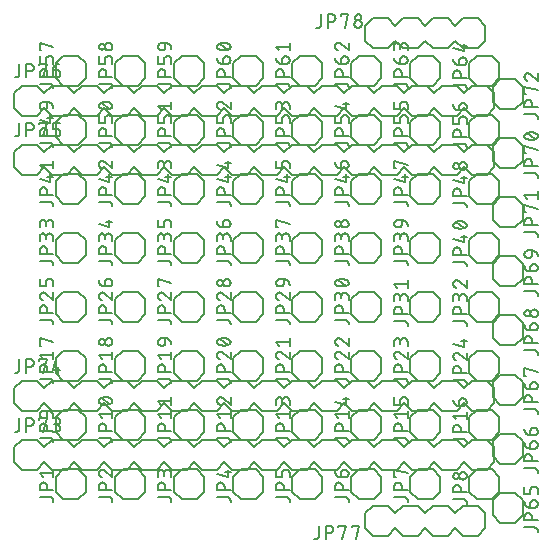
<source format=gbr>
G04 EAGLE Gerber RS-274X export*
G75*
%MOMM*%
%FSLAX34Y34*%
%LPD*%
%INSilkscreen Top*%
%IPPOS*%
%AMOC8*
5,1,8,0,0,1.08239X$1,22.5*%
G01*
%ADD10C,0.152400*%
%ADD11C,0.127000*%


D10*
X43650Y62700D02*
X56350Y62700D01*
X62700Y56350D01*
X62700Y43650D01*
X56350Y37300D01*
X37300Y43650D02*
X37300Y56350D01*
X43650Y62700D01*
X37300Y43650D02*
X43650Y37300D01*
X56350Y37300D01*
D11*
X32537Y38983D02*
X23647Y38983D01*
X32537Y38983D02*
X32637Y38981D01*
X32736Y38975D01*
X32836Y38965D01*
X32934Y38952D01*
X33033Y38934D01*
X33130Y38913D01*
X33226Y38888D01*
X33322Y38859D01*
X33416Y38826D01*
X33509Y38790D01*
X33600Y38750D01*
X33690Y38706D01*
X33778Y38659D01*
X33864Y38609D01*
X33948Y38555D01*
X34030Y38498D01*
X34109Y38438D01*
X34187Y38374D01*
X34261Y38308D01*
X34333Y38239D01*
X34402Y38167D01*
X34468Y38093D01*
X34532Y38015D01*
X34592Y37936D01*
X34649Y37854D01*
X34703Y37770D01*
X34753Y37684D01*
X34800Y37596D01*
X34844Y37506D01*
X34884Y37415D01*
X34920Y37322D01*
X34953Y37228D01*
X34982Y37132D01*
X35007Y37036D01*
X35028Y36939D01*
X35046Y36840D01*
X35059Y36742D01*
X35069Y36642D01*
X35075Y36543D01*
X35077Y36443D01*
X35077Y35173D01*
X35077Y44963D02*
X23647Y44963D01*
X23647Y48138D01*
X23649Y48249D01*
X23655Y48359D01*
X23664Y48470D01*
X23678Y48580D01*
X23695Y48689D01*
X23716Y48798D01*
X23741Y48906D01*
X23770Y49013D01*
X23802Y49119D01*
X23838Y49224D01*
X23878Y49327D01*
X23921Y49429D01*
X23968Y49530D01*
X24019Y49629D01*
X24072Y49725D01*
X24129Y49820D01*
X24190Y49913D01*
X24253Y50004D01*
X24320Y50093D01*
X24390Y50179D01*
X24463Y50262D01*
X24538Y50344D01*
X24616Y50422D01*
X24698Y50497D01*
X24781Y50570D01*
X24867Y50640D01*
X24956Y50707D01*
X25047Y50770D01*
X25140Y50831D01*
X25234Y50888D01*
X25331Y50941D01*
X25430Y50992D01*
X25531Y51039D01*
X25633Y51082D01*
X25736Y51122D01*
X25841Y51158D01*
X25947Y51190D01*
X26054Y51219D01*
X26162Y51244D01*
X26271Y51265D01*
X26380Y51282D01*
X26490Y51296D01*
X26601Y51305D01*
X26711Y51311D01*
X26822Y51313D01*
X26933Y51311D01*
X27043Y51305D01*
X27154Y51296D01*
X27264Y51282D01*
X27373Y51265D01*
X27482Y51244D01*
X27590Y51219D01*
X27697Y51190D01*
X27803Y51158D01*
X27908Y51122D01*
X28011Y51082D01*
X28113Y51039D01*
X28214Y50992D01*
X28313Y50941D01*
X28410Y50888D01*
X28504Y50831D01*
X28597Y50770D01*
X28688Y50707D01*
X28777Y50640D01*
X28863Y50570D01*
X28946Y50497D01*
X29028Y50422D01*
X29106Y50344D01*
X29181Y50262D01*
X29254Y50179D01*
X29324Y50093D01*
X29391Y50004D01*
X29454Y49913D01*
X29515Y49820D01*
X29572Y49726D01*
X29625Y49629D01*
X29676Y49530D01*
X29723Y49429D01*
X29766Y49327D01*
X29806Y49224D01*
X29842Y49119D01*
X29874Y49013D01*
X29903Y48906D01*
X29928Y48798D01*
X29949Y48689D01*
X29966Y48580D01*
X29980Y48470D01*
X29989Y48359D01*
X29995Y48249D01*
X29997Y48138D01*
X29997Y44963D01*
X26187Y55822D02*
X23647Y58997D01*
X35077Y58997D01*
X35077Y55822D02*
X35077Y62172D01*
D10*
X93650Y62700D02*
X106350Y62700D01*
X112700Y56350D01*
X112700Y43650D01*
X106350Y37300D01*
X87300Y43650D02*
X87300Y56350D01*
X93650Y62700D01*
X87300Y43650D02*
X93650Y37300D01*
X106350Y37300D01*
D11*
X82537Y38983D02*
X73647Y38983D01*
X82537Y38983D02*
X82637Y38981D01*
X82736Y38975D01*
X82836Y38965D01*
X82934Y38952D01*
X83033Y38934D01*
X83130Y38913D01*
X83226Y38888D01*
X83322Y38859D01*
X83416Y38826D01*
X83509Y38790D01*
X83600Y38750D01*
X83690Y38706D01*
X83778Y38659D01*
X83864Y38609D01*
X83948Y38555D01*
X84030Y38498D01*
X84109Y38438D01*
X84187Y38374D01*
X84261Y38308D01*
X84333Y38239D01*
X84402Y38167D01*
X84468Y38093D01*
X84532Y38015D01*
X84592Y37936D01*
X84649Y37854D01*
X84703Y37770D01*
X84753Y37684D01*
X84800Y37596D01*
X84844Y37506D01*
X84884Y37415D01*
X84920Y37322D01*
X84953Y37228D01*
X84982Y37132D01*
X85007Y37036D01*
X85028Y36939D01*
X85046Y36840D01*
X85059Y36742D01*
X85069Y36642D01*
X85075Y36543D01*
X85077Y36443D01*
X85077Y35173D01*
X85077Y44963D02*
X73647Y44963D01*
X73647Y48138D01*
X73649Y48249D01*
X73655Y48359D01*
X73664Y48470D01*
X73678Y48580D01*
X73695Y48689D01*
X73716Y48798D01*
X73741Y48906D01*
X73770Y49013D01*
X73802Y49119D01*
X73838Y49224D01*
X73878Y49327D01*
X73921Y49429D01*
X73968Y49530D01*
X74019Y49629D01*
X74072Y49725D01*
X74129Y49820D01*
X74190Y49913D01*
X74253Y50004D01*
X74320Y50093D01*
X74390Y50179D01*
X74463Y50262D01*
X74538Y50344D01*
X74616Y50422D01*
X74698Y50497D01*
X74781Y50570D01*
X74867Y50640D01*
X74956Y50707D01*
X75047Y50770D01*
X75140Y50831D01*
X75235Y50888D01*
X75331Y50941D01*
X75430Y50992D01*
X75531Y51039D01*
X75633Y51082D01*
X75736Y51122D01*
X75841Y51158D01*
X75947Y51190D01*
X76054Y51219D01*
X76162Y51244D01*
X76271Y51265D01*
X76380Y51282D01*
X76490Y51296D01*
X76601Y51305D01*
X76711Y51311D01*
X76822Y51313D01*
X76933Y51311D01*
X77043Y51305D01*
X77154Y51296D01*
X77264Y51282D01*
X77373Y51265D01*
X77482Y51244D01*
X77590Y51219D01*
X77697Y51190D01*
X77803Y51158D01*
X77908Y51122D01*
X78011Y51082D01*
X78113Y51039D01*
X78214Y50992D01*
X78313Y50941D01*
X78410Y50888D01*
X78504Y50831D01*
X78597Y50770D01*
X78688Y50707D01*
X78777Y50640D01*
X78863Y50570D01*
X78946Y50497D01*
X79028Y50422D01*
X79106Y50344D01*
X79181Y50262D01*
X79254Y50179D01*
X79324Y50093D01*
X79391Y50004D01*
X79454Y49913D01*
X79515Y49820D01*
X79572Y49726D01*
X79625Y49629D01*
X79676Y49530D01*
X79723Y49429D01*
X79766Y49327D01*
X79806Y49224D01*
X79842Y49119D01*
X79874Y49013D01*
X79903Y48906D01*
X79928Y48798D01*
X79949Y48689D01*
X79966Y48580D01*
X79980Y48470D01*
X79989Y48359D01*
X79995Y48249D01*
X79997Y48138D01*
X79997Y44963D01*
X73647Y59314D02*
X73649Y59418D01*
X73655Y59523D01*
X73664Y59627D01*
X73677Y59730D01*
X73695Y59833D01*
X73715Y59935D01*
X73740Y60037D01*
X73768Y60137D01*
X73800Y60237D01*
X73836Y60335D01*
X73875Y60432D01*
X73917Y60527D01*
X73963Y60621D01*
X74013Y60713D01*
X74065Y60803D01*
X74121Y60891D01*
X74181Y60977D01*
X74243Y61061D01*
X74308Y61142D01*
X74376Y61221D01*
X74448Y61298D01*
X74521Y61371D01*
X74598Y61443D01*
X74677Y61511D01*
X74758Y61576D01*
X74842Y61638D01*
X74928Y61698D01*
X75016Y61754D01*
X75106Y61806D01*
X75198Y61856D01*
X75292Y61902D01*
X75387Y61944D01*
X75484Y61983D01*
X75582Y62019D01*
X75682Y62051D01*
X75782Y62079D01*
X75884Y62104D01*
X75986Y62124D01*
X76089Y62142D01*
X76192Y62155D01*
X76296Y62164D01*
X76401Y62170D01*
X76505Y62172D01*
X73647Y59314D02*
X73649Y59196D01*
X73655Y59077D01*
X73664Y58959D01*
X73677Y58842D01*
X73695Y58725D01*
X73715Y58608D01*
X73740Y58492D01*
X73768Y58377D01*
X73801Y58264D01*
X73836Y58151D01*
X73876Y58039D01*
X73918Y57929D01*
X73965Y57820D01*
X74015Y57712D01*
X74068Y57607D01*
X74125Y57503D01*
X74185Y57401D01*
X74248Y57301D01*
X74315Y57203D01*
X74384Y57107D01*
X74457Y57014D01*
X74533Y56923D01*
X74611Y56834D01*
X74693Y56748D01*
X74777Y56665D01*
X74863Y56584D01*
X74953Y56507D01*
X75044Y56432D01*
X75138Y56360D01*
X75235Y56291D01*
X75333Y56226D01*
X75434Y56163D01*
X75537Y56104D01*
X75641Y56048D01*
X75747Y55996D01*
X75855Y55947D01*
X75964Y55902D01*
X76075Y55860D01*
X76187Y55822D01*
X78727Y61220D02*
X78652Y61296D01*
X78573Y61371D01*
X78492Y61442D01*
X78408Y61511D01*
X78322Y61576D01*
X78234Y61638D01*
X78144Y61698D01*
X78052Y61754D01*
X77957Y61807D01*
X77861Y61856D01*
X77763Y61902D01*
X77664Y61945D01*
X77563Y61984D01*
X77461Y62019D01*
X77358Y62051D01*
X77254Y62079D01*
X77149Y62104D01*
X77042Y62125D01*
X76936Y62142D01*
X76829Y62155D01*
X76721Y62164D01*
X76613Y62170D01*
X76505Y62172D01*
X78727Y61219D02*
X85077Y55822D01*
X85077Y62172D01*
D10*
X143650Y62700D02*
X156350Y62700D01*
X162700Y56350D01*
X162700Y43650D01*
X156350Y37300D01*
X137300Y43650D02*
X137300Y56350D01*
X143650Y62700D01*
X137300Y43650D02*
X143650Y37300D01*
X156350Y37300D01*
D11*
X132537Y38983D02*
X123647Y38983D01*
X132537Y38983D02*
X132637Y38981D01*
X132736Y38975D01*
X132836Y38965D01*
X132934Y38952D01*
X133033Y38934D01*
X133130Y38913D01*
X133226Y38888D01*
X133322Y38859D01*
X133416Y38826D01*
X133509Y38790D01*
X133600Y38750D01*
X133690Y38706D01*
X133778Y38659D01*
X133864Y38609D01*
X133948Y38555D01*
X134030Y38498D01*
X134109Y38438D01*
X134187Y38374D01*
X134261Y38308D01*
X134333Y38239D01*
X134402Y38167D01*
X134468Y38093D01*
X134532Y38015D01*
X134592Y37936D01*
X134649Y37854D01*
X134703Y37770D01*
X134753Y37684D01*
X134800Y37596D01*
X134844Y37506D01*
X134884Y37415D01*
X134920Y37322D01*
X134953Y37228D01*
X134982Y37132D01*
X135007Y37036D01*
X135028Y36939D01*
X135046Y36840D01*
X135059Y36742D01*
X135069Y36642D01*
X135075Y36543D01*
X135077Y36443D01*
X135077Y35173D01*
X135077Y44963D02*
X123647Y44963D01*
X123647Y48138D01*
X123649Y48249D01*
X123655Y48359D01*
X123664Y48470D01*
X123678Y48580D01*
X123695Y48689D01*
X123716Y48798D01*
X123741Y48906D01*
X123770Y49013D01*
X123802Y49119D01*
X123838Y49224D01*
X123878Y49327D01*
X123921Y49429D01*
X123968Y49530D01*
X124019Y49629D01*
X124072Y49725D01*
X124129Y49820D01*
X124190Y49913D01*
X124253Y50004D01*
X124320Y50093D01*
X124390Y50179D01*
X124463Y50262D01*
X124538Y50344D01*
X124616Y50422D01*
X124698Y50497D01*
X124781Y50570D01*
X124867Y50640D01*
X124956Y50707D01*
X125047Y50770D01*
X125140Y50831D01*
X125235Y50888D01*
X125331Y50941D01*
X125430Y50992D01*
X125531Y51039D01*
X125633Y51082D01*
X125736Y51122D01*
X125841Y51158D01*
X125947Y51190D01*
X126054Y51219D01*
X126162Y51244D01*
X126271Y51265D01*
X126380Y51282D01*
X126490Y51296D01*
X126601Y51305D01*
X126711Y51311D01*
X126822Y51313D01*
X126933Y51311D01*
X127043Y51305D01*
X127154Y51296D01*
X127264Y51282D01*
X127373Y51265D01*
X127482Y51244D01*
X127590Y51219D01*
X127697Y51190D01*
X127803Y51158D01*
X127908Y51122D01*
X128011Y51082D01*
X128113Y51039D01*
X128214Y50992D01*
X128313Y50941D01*
X128410Y50888D01*
X128504Y50831D01*
X128597Y50770D01*
X128688Y50707D01*
X128777Y50640D01*
X128863Y50570D01*
X128946Y50497D01*
X129028Y50422D01*
X129106Y50344D01*
X129181Y50262D01*
X129254Y50179D01*
X129324Y50093D01*
X129391Y50004D01*
X129454Y49913D01*
X129515Y49820D01*
X129572Y49726D01*
X129625Y49629D01*
X129676Y49530D01*
X129723Y49429D01*
X129766Y49327D01*
X129806Y49224D01*
X129842Y49119D01*
X129874Y49013D01*
X129903Y48906D01*
X129928Y48798D01*
X129949Y48689D01*
X129966Y48580D01*
X129980Y48470D01*
X129989Y48359D01*
X129995Y48249D01*
X129997Y48138D01*
X129997Y44963D01*
X135077Y55822D02*
X135077Y58997D01*
X135075Y59108D01*
X135069Y59218D01*
X135060Y59329D01*
X135046Y59439D01*
X135029Y59548D01*
X135008Y59657D01*
X134983Y59765D01*
X134954Y59872D01*
X134922Y59978D01*
X134886Y60083D01*
X134846Y60186D01*
X134803Y60288D01*
X134756Y60389D01*
X134705Y60488D01*
X134652Y60585D01*
X134595Y60679D01*
X134534Y60772D01*
X134471Y60863D01*
X134404Y60952D01*
X134334Y61038D01*
X134261Y61121D01*
X134186Y61203D01*
X134108Y61281D01*
X134026Y61356D01*
X133943Y61429D01*
X133857Y61499D01*
X133768Y61566D01*
X133677Y61629D01*
X133584Y61690D01*
X133490Y61747D01*
X133393Y61800D01*
X133294Y61851D01*
X133193Y61898D01*
X133091Y61941D01*
X132988Y61981D01*
X132883Y62017D01*
X132777Y62049D01*
X132670Y62078D01*
X132562Y62103D01*
X132453Y62124D01*
X132344Y62141D01*
X132234Y62155D01*
X132123Y62164D01*
X132013Y62170D01*
X131902Y62172D01*
X131791Y62170D01*
X131681Y62164D01*
X131570Y62155D01*
X131460Y62141D01*
X131351Y62124D01*
X131242Y62103D01*
X131134Y62078D01*
X131027Y62049D01*
X130921Y62017D01*
X130816Y61981D01*
X130713Y61941D01*
X130611Y61898D01*
X130510Y61851D01*
X130411Y61800D01*
X130315Y61747D01*
X130220Y61690D01*
X130127Y61629D01*
X130036Y61566D01*
X129947Y61499D01*
X129861Y61429D01*
X129778Y61356D01*
X129696Y61281D01*
X129618Y61203D01*
X129543Y61121D01*
X129470Y61038D01*
X129400Y60952D01*
X129333Y60863D01*
X129270Y60772D01*
X129209Y60679D01*
X129152Y60584D01*
X129099Y60488D01*
X129048Y60389D01*
X129001Y60288D01*
X128958Y60186D01*
X128918Y60083D01*
X128882Y59978D01*
X128850Y59872D01*
X128821Y59765D01*
X128796Y59657D01*
X128775Y59548D01*
X128758Y59439D01*
X128744Y59329D01*
X128735Y59218D01*
X128729Y59108D01*
X128727Y58997D01*
X123647Y59632D02*
X123647Y55822D01*
X123647Y59632D02*
X123649Y59732D01*
X123655Y59831D01*
X123665Y59931D01*
X123678Y60029D01*
X123696Y60128D01*
X123717Y60225D01*
X123742Y60321D01*
X123771Y60417D01*
X123804Y60511D01*
X123840Y60604D01*
X123880Y60695D01*
X123924Y60785D01*
X123971Y60873D01*
X124021Y60959D01*
X124075Y61043D01*
X124132Y61125D01*
X124192Y61204D01*
X124256Y61282D01*
X124322Y61356D01*
X124391Y61428D01*
X124463Y61497D01*
X124537Y61563D01*
X124615Y61627D01*
X124694Y61687D01*
X124776Y61744D01*
X124860Y61798D01*
X124946Y61848D01*
X125034Y61895D01*
X125124Y61939D01*
X125215Y61979D01*
X125308Y62015D01*
X125402Y62048D01*
X125498Y62077D01*
X125594Y62102D01*
X125691Y62123D01*
X125790Y62141D01*
X125888Y62154D01*
X125988Y62164D01*
X126087Y62170D01*
X126187Y62172D01*
X126287Y62170D01*
X126386Y62164D01*
X126486Y62154D01*
X126584Y62141D01*
X126683Y62123D01*
X126780Y62102D01*
X126876Y62077D01*
X126972Y62048D01*
X127066Y62015D01*
X127159Y61979D01*
X127250Y61939D01*
X127340Y61895D01*
X127428Y61848D01*
X127514Y61798D01*
X127598Y61744D01*
X127680Y61687D01*
X127759Y61627D01*
X127837Y61563D01*
X127911Y61497D01*
X127983Y61428D01*
X128052Y61356D01*
X128118Y61282D01*
X128182Y61204D01*
X128242Y61125D01*
X128299Y61043D01*
X128353Y60959D01*
X128403Y60873D01*
X128450Y60785D01*
X128494Y60695D01*
X128534Y60604D01*
X128570Y60511D01*
X128603Y60417D01*
X128632Y60321D01*
X128657Y60225D01*
X128678Y60128D01*
X128696Y60029D01*
X128709Y59931D01*
X128719Y59831D01*
X128725Y59732D01*
X128727Y59632D01*
X128727Y57092D01*
D10*
X193650Y62700D02*
X206350Y62700D01*
X212700Y56350D01*
X212700Y43650D01*
X206350Y37300D01*
X187300Y43650D02*
X187300Y56350D01*
X193650Y62700D01*
X187300Y43650D02*
X193650Y37300D01*
X206350Y37300D01*
D11*
X182537Y38983D02*
X173647Y38983D01*
X182537Y38983D02*
X182637Y38981D01*
X182736Y38975D01*
X182836Y38965D01*
X182934Y38952D01*
X183033Y38934D01*
X183130Y38913D01*
X183226Y38888D01*
X183322Y38859D01*
X183416Y38826D01*
X183509Y38790D01*
X183600Y38750D01*
X183690Y38706D01*
X183778Y38659D01*
X183864Y38609D01*
X183948Y38555D01*
X184030Y38498D01*
X184109Y38438D01*
X184187Y38374D01*
X184261Y38308D01*
X184333Y38239D01*
X184402Y38167D01*
X184468Y38093D01*
X184532Y38015D01*
X184592Y37936D01*
X184649Y37854D01*
X184703Y37770D01*
X184753Y37684D01*
X184800Y37596D01*
X184844Y37506D01*
X184884Y37415D01*
X184920Y37322D01*
X184953Y37228D01*
X184982Y37132D01*
X185007Y37036D01*
X185028Y36939D01*
X185046Y36840D01*
X185059Y36742D01*
X185069Y36642D01*
X185075Y36543D01*
X185077Y36443D01*
X185077Y35173D01*
X185077Y44963D02*
X173647Y44963D01*
X173647Y48138D01*
X173649Y48249D01*
X173655Y48359D01*
X173664Y48470D01*
X173678Y48580D01*
X173695Y48689D01*
X173716Y48798D01*
X173741Y48906D01*
X173770Y49013D01*
X173802Y49119D01*
X173838Y49224D01*
X173878Y49327D01*
X173921Y49429D01*
X173968Y49530D01*
X174019Y49629D01*
X174072Y49725D01*
X174129Y49820D01*
X174190Y49913D01*
X174253Y50004D01*
X174320Y50093D01*
X174390Y50179D01*
X174463Y50262D01*
X174538Y50344D01*
X174616Y50422D01*
X174698Y50497D01*
X174781Y50570D01*
X174867Y50640D01*
X174956Y50707D01*
X175047Y50770D01*
X175140Y50831D01*
X175235Y50888D01*
X175331Y50941D01*
X175430Y50992D01*
X175531Y51039D01*
X175633Y51082D01*
X175736Y51122D01*
X175841Y51158D01*
X175947Y51190D01*
X176054Y51219D01*
X176162Y51244D01*
X176271Y51265D01*
X176380Y51282D01*
X176490Y51296D01*
X176601Y51305D01*
X176711Y51311D01*
X176822Y51313D01*
X176933Y51311D01*
X177043Y51305D01*
X177154Y51296D01*
X177264Y51282D01*
X177373Y51265D01*
X177482Y51244D01*
X177590Y51219D01*
X177697Y51190D01*
X177803Y51158D01*
X177908Y51122D01*
X178011Y51082D01*
X178113Y51039D01*
X178214Y50992D01*
X178313Y50941D01*
X178410Y50888D01*
X178504Y50831D01*
X178597Y50770D01*
X178688Y50707D01*
X178777Y50640D01*
X178863Y50570D01*
X178946Y50497D01*
X179028Y50422D01*
X179106Y50344D01*
X179181Y50262D01*
X179254Y50179D01*
X179324Y50093D01*
X179391Y50004D01*
X179454Y49913D01*
X179515Y49820D01*
X179572Y49726D01*
X179625Y49629D01*
X179676Y49530D01*
X179723Y49429D01*
X179766Y49327D01*
X179806Y49224D01*
X179842Y49119D01*
X179874Y49013D01*
X179903Y48906D01*
X179928Y48798D01*
X179949Y48689D01*
X179966Y48580D01*
X179980Y48470D01*
X179989Y48359D01*
X179995Y48249D01*
X179997Y48138D01*
X179997Y44963D01*
X182537Y55822D02*
X173647Y58362D01*
X182537Y55822D02*
X182537Y62172D01*
X179997Y60267D02*
X185077Y60267D01*
D10*
X243650Y62700D02*
X256350Y62700D01*
X262700Y56350D01*
X262700Y43650D01*
X256350Y37300D01*
X237300Y43650D02*
X237300Y56350D01*
X243650Y62700D01*
X237300Y43650D02*
X243650Y37300D01*
X256350Y37300D01*
D11*
X232537Y38983D02*
X223647Y38983D01*
X232537Y38983D02*
X232637Y38981D01*
X232736Y38975D01*
X232836Y38965D01*
X232934Y38952D01*
X233033Y38934D01*
X233130Y38913D01*
X233226Y38888D01*
X233322Y38859D01*
X233416Y38826D01*
X233509Y38790D01*
X233600Y38750D01*
X233690Y38706D01*
X233778Y38659D01*
X233864Y38609D01*
X233948Y38555D01*
X234030Y38498D01*
X234109Y38438D01*
X234187Y38374D01*
X234261Y38308D01*
X234333Y38239D01*
X234402Y38167D01*
X234468Y38093D01*
X234532Y38015D01*
X234592Y37936D01*
X234649Y37854D01*
X234703Y37770D01*
X234753Y37684D01*
X234800Y37596D01*
X234844Y37506D01*
X234884Y37415D01*
X234920Y37322D01*
X234953Y37228D01*
X234982Y37132D01*
X235007Y37036D01*
X235028Y36939D01*
X235046Y36840D01*
X235059Y36742D01*
X235069Y36642D01*
X235075Y36543D01*
X235077Y36443D01*
X235077Y35173D01*
X235077Y44963D02*
X223647Y44963D01*
X223647Y48138D01*
X223649Y48249D01*
X223655Y48359D01*
X223664Y48470D01*
X223678Y48580D01*
X223695Y48689D01*
X223716Y48798D01*
X223741Y48906D01*
X223770Y49013D01*
X223802Y49119D01*
X223838Y49224D01*
X223878Y49327D01*
X223921Y49429D01*
X223968Y49530D01*
X224019Y49629D01*
X224072Y49725D01*
X224129Y49820D01*
X224190Y49913D01*
X224253Y50004D01*
X224320Y50093D01*
X224390Y50179D01*
X224463Y50262D01*
X224538Y50344D01*
X224616Y50422D01*
X224698Y50497D01*
X224781Y50570D01*
X224867Y50640D01*
X224956Y50707D01*
X225047Y50770D01*
X225140Y50831D01*
X225235Y50888D01*
X225331Y50941D01*
X225430Y50992D01*
X225531Y51039D01*
X225633Y51082D01*
X225736Y51122D01*
X225841Y51158D01*
X225947Y51190D01*
X226054Y51219D01*
X226162Y51244D01*
X226271Y51265D01*
X226380Y51282D01*
X226490Y51296D01*
X226601Y51305D01*
X226711Y51311D01*
X226822Y51313D01*
X226933Y51311D01*
X227043Y51305D01*
X227154Y51296D01*
X227264Y51282D01*
X227373Y51265D01*
X227482Y51244D01*
X227590Y51219D01*
X227697Y51190D01*
X227803Y51158D01*
X227908Y51122D01*
X228011Y51082D01*
X228113Y51039D01*
X228214Y50992D01*
X228313Y50941D01*
X228410Y50888D01*
X228504Y50831D01*
X228597Y50770D01*
X228688Y50707D01*
X228777Y50640D01*
X228863Y50570D01*
X228946Y50497D01*
X229028Y50422D01*
X229106Y50344D01*
X229181Y50262D01*
X229254Y50179D01*
X229324Y50093D01*
X229391Y50004D01*
X229454Y49913D01*
X229515Y49820D01*
X229572Y49726D01*
X229625Y49629D01*
X229676Y49530D01*
X229723Y49429D01*
X229766Y49327D01*
X229806Y49224D01*
X229842Y49119D01*
X229874Y49013D01*
X229903Y48906D01*
X229928Y48798D01*
X229949Y48689D01*
X229966Y48580D01*
X229980Y48470D01*
X229989Y48359D01*
X229995Y48249D01*
X229997Y48138D01*
X229997Y44963D01*
X235077Y55822D02*
X235077Y59632D01*
X235075Y59732D01*
X235069Y59831D01*
X235059Y59931D01*
X235046Y60029D01*
X235028Y60128D01*
X235007Y60225D01*
X234982Y60321D01*
X234953Y60417D01*
X234920Y60511D01*
X234884Y60604D01*
X234844Y60695D01*
X234800Y60785D01*
X234753Y60873D01*
X234703Y60959D01*
X234649Y61043D01*
X234592Y61125D01*
X234532Y61204D01*
X234468Y61282D01*
X234402Y61356D01*
X234333Y61428D01*
X234261Y61497D01*
X234187Y61563D01*
X234109Y61627D01*
X234030Y61687D01*
X233948Y61744D01*
X233864Y61798D01*
X233778Y61848D01*
X233690Y61895D01*
X233600Y61939D01*
X233509Y61979D01*
X233416Y62015D01*
X233322Y62048D01*
X233226Y62077D01*
X233130Y62102D01*
X233033Y62123D01*
X232934Y62141D01*
X232836Y62154D01*
X232736Y62164D01*
X232637Y62170D01*
X232537Y62172D01*
X231267Y62172D01*
X231167Y62170D01*
X231068Y62164D01*
X230968Y62154D01*
X230870Y62141D01*
X230771Y62123D01*
X230674Y62102D01*
X230578Y62077D01*
X230482Y62048D01*
X230388Y62015D01*
X230295Y61979D01*
X230204Y61939D01*
X230114Y61895D01*
X230026Y61848D01*
X229940Y61798D01*
X229856Y61744D01*
X229774Y61687D01*
X229695Y61627D01*
X229617Y61563D01*
X229543Y61497D01*
X229471Y61428D01*
X229402Y61356D01*
X229336Y61282D01*
X229272Y61204D01*
X229212Y61125D01*
X229155Y61043D01*
X229101Y60959D01*
X229051Y60873D01*
X229004Y60785D01*
X228960Y60695D01*
X228920Y60604D01*
X228884Y60511D01*
X228851Y60417D01*
X228822Y60321D01*
X228797Y60225D01*
X228776Y60128D01*
X228758Y60029D01*
X228745Y59931D01*
X228735Y59831D01*
X228729Y59732D01*
X228727Y59632D01*
X228727Y55822D01*
X223647Y55822D01*
X223647Y62172D01*
D10*
X293650Y62700D02*
X306350Y62700D01*
X312700Y56350D01*
X312700Y43650D01*
X306350Y37300D01*
X287300Y43650D02*
X287300Y56350D01*
X293650Y62700D01*
X287300Y43650D02*
X293650Y37300D01*
X306350Y37300D01*
D11*
X282537Y38983D02*
X273647Y38983D01*
X282537Y38983D02*
X282637Y38981D01*
X282736Y38975D01*
X282836Y38965D01*
X282934Y38952D01*
X283033Y38934D01*
X283130Y38913D01*
X283226Y38888D01*
X283322Y38859D01*
X283416Y38826D01*
X283509Y38790D01*
X283600Y38750D01*
X283690Y38706D01*
X283778Y38659D01*
X283864Y38609D01*
X283948Y38555D01*
X284030Y38498D01*
X284109Y38438D01*
X284187Y38374D01*
X284261Y38308D01*
X284333Y38239D01*
X284402Y38167D01*
X284468Y38093D01*
X284532Y38015D01*
X284592Y37936D01*
X284649Y37854D01*
X284703Y37770D01*
X284753Y37684D01*
X284800Y37596D01*
X284844Y37506D01*
X284884Y37415D01*
X284920Y37322D01*
X284953Y37228D01*
X284982Y37132D01*
X285007Y37036D01*
X285028Y36939D01*
X285046Y36840D01*
X285059Y36742D01*
X285069Y36642D01*
X285075Y36543D01*
X285077Y36443D01*
X285077Y35173D01*
X285077Y44963D02*
X273647Y44963D01*
X273647Y48138D01*
X273649Y48249D01*
X273655Y48359D01*
X273664Y48470D01*
X273678Y48580D01*
X273695Y48689D01*
X273716Y48798D01*
X273741Y48906D01*
X273770Y49013D01*
X273802Y49119D01*
X273838Y49224D01*
X273878Y49327D01*
X273921Y49429D01*
X273968Y49530D01*
X274019Y49629D01*
X274072Y49725D01*
X274129Y49820D01*
X274190Y49913D01*
X274253Y50004D01*
X274320Y50093D01*
X274390Y50179D01*
X274463Y50262D01*
X274538Y50344D01*
X274616Y50422D01*
X274698Y50497D01*
X274781Y50570D01*
X274867Y50640D01*
X274956Y50707D01*
X275047Y50770D01*
X275140Y50831D01*
X275235Y50888D01*
X275331Y50941D01*
X275430Y50992D01*
X275531Y51039D01*
X275633Y51082D01*
X275736Y51122D01*
X275841Y51158D01*
X275947Y51190D01*
X276054Y51219D01*
X276162Y51244D01*
X276271Y51265D01*
X276380Y51282D01*
X276490Y51296D01*
X276601Y51305D01*
X276711Y51311D01*
X276822Y51313D01*
X276933Y51311D01*
X277043Y51305D01*
X277154Y51296D01*
X277264Y51282D01*
X277373Y51265D01*
X277482Y51244D01*
X277590Y51219D01*
X277697Y51190D01*
X277803Y51158D01*
X277908Y51122D01*
X278011Y51082D01*
X278113Y51039D01*
X278214Y50992D01*
X278313Y50941D01*
X278410Y50888D01*
X278504Y50831D01*
X278597Y50770D01*
X278688Y50707D01*
X278777Y50640D01*
X278863Y50570D01*
X278946Y50497D01*
X279028Y50422D01*
X279106Y50344D01*
X279181Y50262D01*
X279254Y50179D01*
X279324Y50093D01*
X279391Y50004D01*
X279454Y49913D01*
X279515Y49820D01*
X279572Y49726D01*
X279625Y49629D01*
X279676Y49530D01*
X279723Y49429D01*
X279766Y49327D01*
X279806Y49224D01*
X279842Y49119D01*
X279874Y49013D01*
X279903Y48906D01*
X279928Y48798D01*
X279949Y48689D01*
X279966Y48580D01*
X279980Y48470D01*
X279989Y48359D01*
X279995Y48249D01*
X279997Y48138D01*
X279997Y44963D01*
X278727Y55822D02*
X278727Y59632D01*
X278729Y59732D01*
X278735Y59831D01*
X278745Y59931D01*
X278758Y60029D01*
X278776Y60128D01*
X278797Y60225D01*
X278822Y60321D01*
X278851Y60417D01*
X278884Y60511D01*
X278920Y60604D01*
X278960Y60695D01*
X279004Y60785D01*
X279051Y60873D01*
X279101Y60959D01*
X279155Y61043D01*
X279212Y61125D01*
X279272Y61204D01*
X279336Y61282D01*
X279402Y61356D01*
X279471Y61428D01*
X279543Y61497D01*
X279617Y61563D01*
X279695Y61627D01*
X279774Y61687D01*
X279856Y61744D01*
X279940Y61798D01*
X280026Y61848D01*
X280114Y61895D01*
X280204Y61939D01*
X280295Y61979D01*
X280388Y62015D01*
X280482Y62048D01*
X280578Y62077D01*
X280674Y62102D01*
X280771Y62123D01*
X280870Y62141D01*
X280968Y62154D01*
X281068Y62164D01*
X281167Y62170D01*
X281267Y62172D01*
X281902Y62172D01*
X282013Y62170D01*
X282123Y62164D01*
X282234Y62155D01*
X282344Y62141D01*
X282453Y62124D01*
X282562Y62103D01*
X282670Y62078D01*
X282777Y62049D01*
X282883Y62017D01*
X282988Y61981D01*
X283091Y61941D01*
X283193Y61898D01*
X283294Y61851D01*
X283393Y61800D01*
X283490Y61747D01*
X283584Y61690D01*
X283677Y61629D01*
X283768Y61566D01*
X283857Y61499D01*
X283943Y61429D01*
X284026Y61356D01*
X284108Y61281D01*
X284186Y61203D01*
X284261Y61121D01*
X284334Y61038D01*
X284404Y60952D01*
X284471Y60863D01*
X284534Y60772D01*
X284595Y60679D01*
X284652Y60584D01*
X284705Y60488D01*
X284756Y60389D01*
X284803Y60288D01*
X284846Y60186D01*
X284886Y60083D01*
X284922Y59978D01*
X284954Y59872D01*
X284983Y59765D01*
X285008Y59657D01*
X285029Y59548D01*
X285046Y59439D01*
X285060Y59329D01*
X285069Y59218D01*
X285075Y59108D01*
X285077Y58997D01*
X285075Y58886D01*
X285069Y58776D01*
X285060Y58665D01*
X285046Y58555D01*
X285029Y58446D01*
X285008Y58337D01*
X284983Y58229D01*
X284954Y58122D01*
X284922Y58016D01*
X284886Y57911D01*
X284846Y57808D01*
X284803Y57706D01*
X284756Y57605D01*
X284705Y57506D01*
X284652Y57409D01*
X284595Y57315D01*
X284534Y57222D01*
X284471Y57131D01*
X284404Y57042D01*
X284334Y56956D01*
X284261Y56873D01*
X284186Y56791D01*
X284108Y56713D01*
X284026Y56638D01*
X283943Y56565D01*
X283857Y56495D01*
X283768Y56428D01*
X283677Y56365D01*
X283584Y56304D01*
X283490Y56247D01*
X283393Y56194D01*
X283294Y56143D01*
X283193Y56096D01*
X283091Y56053D01*
X282988Y56013D01*
X282883Y55977D01*
X282777Y55945D01*
X282670Y55916D01*
X282562Y55891D01*
X282453Y55870D01*
X282344Y55853D01*
X282234Y55839D01*
X282123Y55830D01*
X282013Y55824D01*
X281902Y55822D01*
X278727Y55822D01*
X278587Y55824D01*
X278447Y55830D01*
X278307Y55839D01*
X278168Y55853D01*
X278029Y55870D01*
X277891Y55891D01*
X277753Y55916D01*
X277616Y55945D01*
X277480Y55977D01*
X277345Y56014D01*
X277211Y56054D01*
X277078Y56097D01*
X276946Y56145D01*
X276815Y56195D01*
X276686Y56250D01*
X276559Y56308D01*
X276433Y56369D01*
X276309Y56434D01*
X276187Y56503D01*
X276067Y56574D01*
X275949Y56649D01*
X275832Y56727D01*
X275718Y56809D01*
X275607Y56893D01*
X275498Y56981D01*
X275391Y57071D01*
X275286Y57165D01*
X275185Y57261D01*
X275086Y57360D01*
X274990Y57461D01*
X274896Y57566D01*
X274806Y57673D01*
X274718Y57782D01*
X274634Y57893D01*
X274552Y58007D01*
X274474Y58124D01*
X274399Y58242D01*
X274328Y58362D01*
X274259Y58484D01*
X274194Y58608D01*
X274133Y58734D01*
X274075Y58861D01*
X274020Y58990D01*
X273970Y59121D01*
X273922Y59253D01*
X273879Y59386D01*
X273839Y59520D01*
X273802Y59655D01*
X273770Y59791D01*
X273741Y59928D01*
X273716Y60066D01*
X273695Y60204D01*
X273678Y60343D01*
X273664Y60482D01*
X273655Y60622D01*
X273649Y60762D01*
X273647Y60902D01*
D10*
X343650Y62700D02*
X356350Y62700D01*
X362700Y56350D01*
X362700Y43650D01*
X356350Y37300D01*
X337300Y43650D02*
X337300Y56350D01*
X343650Y62700D01*
X337300Y43650D02*
X343650Y37300D01*
X356350Y37300D01*
D11*
X332537Y38983D02*
X323647Y38983D01*
X332537Y38983D02*
X332637Y38981D01*
X332736Y38975D01*
X332836Y38965D01*
X332934Y38952D01*
X333033Y38934D01*
X333130Y38913D01*
X333226Y38888D01*
X333322Y38859D01*
X333416Y38826D01*
X333509Y38790D01*
X333600Y38750D01*
X333690Y38706D01*
X333778Y38659D01*
X333864Y38609D01*
X333948Y38555D01*
X334030Y38498D01*
X334109Y38438D01*
X334187Y38374D01*
X334261Y38308D01*
X334333Y38239D01*
X334402Y38167D01*
X334468Y38093D01*
X334532Y38015D01*
X334592Y37936D01*
X334649Y37854D01*
X334703Y37770D01*
X334753Y37684D01*
X334800Y37596D01*
X334844Y37506D01*
X334884Y37415D01*
X334920Y37322D01*
X334953Y37228D01*
X334982Y37132D01*
X335007Y37036D01*
X335028Y36939D01*
X335046Y36840D01*
X335059Y36742D01*
X335069Y36642D01*
X335075Y36543D01*
X335077Y36443D01*
X335077Y35173D01*
X335077Y44963D02*
X323647Y44963D01*
X323647Y48138D01*
X323649Y48249D01*
X323655Y48359D01*
X323664Y48470D01*
X323678Y48580D01*
X323695Y48689D01*
X323716Y48798D01*
X323741Y48906D01*
X323770Y49013D01*
X323802Y49119D01*
X323838Y49224D01*
X323878Y49327D01*
X323921Y49429D01*
X323968Y49530D01*
X324019Y49629D01*
X324072Y49725D01*
X324129Y49820D01*
X324190Y49913D01*
X324253Y50004D01*
X324320Y50093D01*
X324390Y50179D01*
X324463Y50262D01*
X324538Y50344D01*
X324616Y50422D01*
X324698Y50497D01*
X324781Y50570D01*
X324867Y50640D01*
X324956Y50707D01*
X325047Y50770D01*
X325140Y50831D01*
X325235Y50888D01*
X325331Y50941D01*
X325430Y50992D01*
X325531Y51039D01*
X325633Y51082D01*
X325736Y51122D01*
X325841Y51158D01*
X325947Y51190D01*
X326054Y51219D01*
X326162Y51244D01*
X326271Y51265D01*
X326380Y51282D01*
X326490Y51296D01*
X326601Y51305D01*
X326711Y51311D01*
X326822Y51313D01*
X326933Y51311D01*
X327043Y51305D01*
X327154Y51296D01*
X327264Y51282D01*
X327373Y51265D01*
X327482Y51244D01*
X327590Y51219D01*
X327697Y51190D01*
X327803Y51158D01*
X327908Y51122D01*
X328011Y51082D01*
X328113Y51039D01*
X328214Y50992D01*
X328313Y50941D01*
X328410Y50888D01*
X328504Y50831D01*
X328597Y50770D01*
X328688Y50707D01*
X328777Y50640D01*
X328863Y50570D01*
X328946Y50497D01*
X329028Y50422D01*
X329106Y50344D01*
X329181Y50262D01*
X329254Y50179D01*
X329324Y50093D01*
X329391Y50004D01*
X329454Y49913D01*
X329515Y49820D01*
X329572Y49726D01*
X329625Y49629D01*
X329676Y49530D01*
X329723Y49429D01*
X329766Y49327D01*
X329806Y49224D01*
X329842Y49119D01*
X329874Y49013D01*
X329903Y48906D01*
X329928Y48798D01*
X329949Y48689D01*
X329966Y48580D01*
X329980Y48470D01*
X329989Y48359D01*
X329995Y48249D01*
X329997Y48138D01*
X329997Y44963D01*
X324917Y55822D02*
X323647Y55822D01*
X323647Y62172D01*
X335077Y58997D01*
D10*
X393650Y62700D02*
X406350Y62700D01*
X412700Y56350D01*
X412700Y43650D01*
X406350Y37300D01*
X387300Y43650D02*
X387300Y56350D01*
X393650Y62700D01*
X387300Y43650D02*
X393650Y37300D01*
X406350Y37300D01*
D11*
X382537Y36983D02*
X373647Y36983D01*
X382537Y36983D02*
X382637Y36981D01*
X382736Y36975D01*
X382836Y36965D01*
X382934Y36952D01*
X383033Y36934D01*
X383130Y36913D01*
X383226Y36888D01*
X383322Y36859D01*
X383416Y36826D01*
X383509Y36790D01*
X383600Y36750D01*
X383690Y36706D01*
X383778Y36659D01*
X383864Y36609D01*
X383948Y36555D01*
X384030Y36498D01*
X384109Y36438D01*
X384187Y36374D01*
X384261Y36308D01*
X384333Y36239D01*
X384402Y36167D01*
X384468Y36093D01*
X384532Y36015D01*
X384592Y35936D01*
X384649Y35854D01*
X384703Y35770D01*
X384753Y35684D01*
X384800Y35596D01*
X384844Y35506D01*
X384884Y35415D01*
X384920Y35322D01*
X384953Y35228D01*
X384982Y35132D01*
X385007Y35036D01*
X385028Y34939D01*
X385046Y34840D01*
X385059Y34742D01*
X385069Y34642D01*
X385075Y34543D01*
X385077Y34443D01*
X385077Y33173D01*
X385077Y42963D02*
X373647Y42963D01*
X373647Y46138D01*
X373649Y46249D01*
X373655Y46359D01*
X373664Y46470D01*
X373678Y46580D01*
X373695Y46689D01*
X373716Y46798D01*
X373741Y46906D01*
X373770Y47013D01*
X373802Y47119D01*
X373838Y47224D01*
X373878Y47327D01*
X373921Y47429D01*
X373968Y47530D01*
X374019Y47629D01*
X374072Y47725D01*
X374129Y47820D01*
X374190Y47913D01*
X374253Y48004D01*
X374320Y48093D01*
X374390Y48179D01*
X374463Y48262D01*
X374538Y48344D01*
X374616Y48422D01*
X374698Y48497D01*
X374781Y48570D01*
X374867Y48640D01*
X374956Y48707D01*
X375047Y48770D01*
X375140Y48831D01*
X375235Y48888D01*
X375331Y48941D01*
X375430Y48992D01*
X375531Y49039D01*
X375633Y49082D01*
X375736Y49122D01*
X375841Y49158D01*
X375947Y49190D01*
X376054Y49219D01*
X376162Y49244D01*
X376271Y49265D01*
X376380Y49282D01*
X376490Y49296D01*
X376601Y49305D01*
X376711Y49311D01*
X376822Y49313D01*
X376933Y49311D01*
X377043Y49305D01*
X377154Y49296D01*
X377264Y49282D01*
X377373Y49265D01*
X377482Y49244D01*
X377590Y49219D01*
X377697Y49190D01*
X377803Y49158D01*
X377908Y49122D01*
X378011Y49082D01*
X378113Y49039D01*
X378214Y48992D01*
X378313Y48941D01*
X378410Y48888D01*
X378504Y48831D01*
X378597Y48770D01*
X378688Y48707D01*
X378777Y48640D01*
X378863Y48570D01*
X378946Y48497D01*
X379028Y48422D01*
X379106Y48344D01*
X379181Y48262D01*
X379254Y48179D01*
X379324Y48093D01*
X379391Y48004D01*
X379454Y47913D01*
X379515Y47820D01*
X379572Y47726D01*
X379625Y47629D01*
X379676Y47530D01*
X379723Y47429D01*
X379766Y47327D01*
X379806Y47224D01*
X379842Y47119D01*
X379874Y47013D01*
X379903Y46906D01*
X379928Y46798D01*
X379949Y46689D01*
X379966Y46580D01*
X379980Y46470D01*
X379989Y46359D01*
X379995Y46249D01*
X379997Y46138D01*
X379997Y42963D01*
X381902Y53822D02*
X381791Y53824D01*
X381681Y53830D01*
X381570Y53839D01*
X381460Y53853D01*
X381351Y53870D01*
X381242Y53891D01*
X381134Y53916D01*
X381027Y53945D01*
X380921Y53977D01*
X380816Y54013D01*
X380713Y54053D01*
X380611Y54096D01*
X380510Y54143D01*
X380411Y54194D01*
X380315Y54247D01*
X380220Y54304D01*
X380127Y54365D01*
X380036Y54428D01*
X379947Y54495D01*
X379861Y54565D01*
X379778Y54638D01*
X379696Y54713D01*
X379618Y54791D01*
X379543Y54873D01*
X379470Y54956D01*
X379400Y55042D01*
X379333Y55131D01*
X379270Y55222D01*
X379209Y55315D01*
X379152Y55409D01*
X379099Y55506D01*
X379048Y55605D01*
X379001Y55706D01*
X378958Y55808D01*
X378918Y55911D01*
X378882Y56016D01*
X378850Y56122D01*
X378821Y56229D01*
X378796Y56337D01*
X378775Y56446D01*
X378758Y56555D01*
X378744Y56665D01*
X378735Y56776D01*
X378729Y56886D01*
X378727Y56997D01*
X378729Y57108D01*
X378735Y57218D01*
X378744Y57329D01*
X378758Y57439D01*
X378775Y57548D01*
X378796Y57657D01*
X378821Y57765D01*
X378850Y57872D01*
X378882Y57978D01*
X378918Y58083D01*
X378958Y58186D01*
X379001Y58288D01*
X379048Y58389D01*
X379099Y58488D01*
X379152Y58584D01*
X379209Y58679D01*
X379270Y58772D01*
X379333Y58863D01*
X379400Y58952D01*
X379470Y59038D01*
X379543Y59121D01*
X379618Y59203D01*
X379696Y59281D01*
X379778Y59356D01*
X379861Y59429D01*
X379947Y59499D01*
X380036Y59566D01*
X380127Y59629D01*
X380220Y59690D01*
X380315Y59747D01*
X380411Y59800D01*
X380510Y59851D01*
X380611Y59898D01*
X380713Y59941D01*
X380816Y59981D01*
X380921Y60017D01*
X381027Y60049D01*
X381134Y60078D01*
X381242Y60103D01*
X381351Y60124D01*
X381460Y60141D01*
X381570Y60155D01*
X381681Y60164D01*
X381791Y60170D01*
X381902Y60172D01*
X382013Y60170D01*
X382123Y60164D01*
X382234Y60155D01*
X382344Y60141D01*
X382453Y60124D01*
X382562Y60103D01*
X382670Y60078D01*
X382777Y60049D01*
X382883Y60017D01*
X382988Y59981D01*
X383091Y59941D01*
X383193Y59898D01*
X383294Y59851D01*
X383393Y59800D01*
X383490Y59747D01*
X383584Y59690D01*
X383677Y59629D01*
X383768Y59566D01*
X383857Y59499D01*
X383943Y59429D01*
X384026Y59356D01*
X384108Y59281D01*
X384186Y59203D01*
X384261Y59121D01*
X384334Y59038D01*
X384404Y58952D01*
X384471Y58863D01*
X384534Y58772D01*
X384595Y58679D01*
X384652Y58584D01*
X384705Y58488D01*
X384756Y58389D01*
X384803Y58288D01*
X384846Y58186D01*
X384886Y58083D01*
X384922Y57978D01*
X384954Y57872D01*
X384983Y57765D01*
X385008Y57657D01*
X385029Y57548D01*
X385046Y57439D01*
X385060Y57329D01*
X385069Y57218D01*
X385075Y57108D01*
X385077Y56997D01*
X385075Y56886D01*
X385069Y56776D01*
X385060Y56665D01*
X385046Y56555D01*
X385029Y56446D01*
X385008Y56337D01*
X384983Y56229D01*
X384954Y56122D01*
X384922Y56016D01*
X384886Y55911D01*
X384846Y55808D01*
X384803Y55706D01*
X384756Y55605D01*
X384705Y55506D01*
X384652Y55409D01*
X384595Y55315D01*
X384534Y55222D01*
X384471Y55131D01*
X384404Y55042D01*
X384334Y54956D01*
X384261Y54873D01*
X384186Y54791D01*
X384108Y54713D01*
X384026Y54638D01*
X383943Y54565D01*
X383857Y54495D01*
X383768Y54428D01*
X383677Y54365D01*
X383584Y54304D01*
X383490Y54247D01*
X383393Y54194D01*
X383294Y54143D01*
X383193Y54096D01*
X383091Y54053D01*
X382988Y54013D01*
X382883Y53977D01*
X382777Y53945D01*
X382670Y53916D01*
X382562Y53891D01*
X382453Y53870D01*
X382344Y53853D01*
X382234Y53839D01*
X382123Y53830D01*
X382013Y53824D01*
X381902Y53822D01*
X376187Y54457D02*
X376087Y54459D01*
X375988Y54465D01*
X375888Y54475D01*
X375790Y54488D01*
X375691Y54506D01*
X375594Y54527D01*
X375498Y54552D01*
X375402Y54581D01*
X375308Y54614D01*
X375215Y54650D01*
X375124Y54690D01*
X375034Y54734D01*
X374946Y54781D01*
X374860Y54831D01*
X374776Y54885D01*
X374694Y54942D01*
X374615Y55002D01*
X374537Y55066D01*
X374463Y55132D01*
X374391Y55201D01*
X374322Y55273D01*
X374256Y55347D01*
X374192Y55425D01*
X374132Y55504D01*
X374075Y55586D01*
X374021Y55670D01*
X373971Y55756D01*
X373924Y55844D01*
X373880Y55934D01*
X373840Y56025D01*
X373804Y56118D01*
X373771Y56212D01*
X373742Y56308D01*
X373717Y56404D01*
X373696Y56501D01*
X373678Y56600D01*
X373665Y56698D01*
X373655Y56798D01*
X373649Y56897D01*
X373647Y56997D01*
X373649Y57097D01*
X373655Y57196D01*
X373665Y57296D01*
X373678Y57394D01*
X373696Y57493D01*
X373717Y57590D01*
X373742Y57686D01*
X373771Y57782D01*
X373804Y57876D01*
X373840Y57969D01*
X373880Y58060D01*
X373924Y58150D01*
X373971Y58238D01*
X374021Y58324D01*
X374075Y58408D01*
X374132Y58490D01*
X374192Y58569D01*
X374256Y58647D01*
X374322Y58721D01*
X374391Y58793D01*
X374463Y58862D01*
X374537Y58928D01*
X374615Y58992D01*
X374694Y59052D01*
X374776Y59109D01*
X374860Y59163D01*
X374946Y59213D01*
X375034Y59260D01*
X375124Y59304D01*
X375215Y59344D01*
X375308Y59380D01*
X375402Y59413D01*
X375498Y59442D01*
X375594Y59467D01*
X375691Y59488D01*
X375790Y59506D01*
X375888Y59519D01*
X375988Y59529D01*
X376087Y59535D01*
X376187Y59537D01*
X376287Y59535D01*
X376386Y59529D01*
X376486Y59519D01*
X376584Y59506D01*
X376683Y59488D01*
X376780Y59467D01*
X376876Y59442D01*
X376972Y59413D01*
X377066Y59380D01*
X377159Y59344D01*
X377250Y59304D01*
X377340Y59260D01*
X377428Y59213D01*
X377514Y59163D01*
X377598Y59109D01*
X377680Y59052D01*
X377759Y58992D01*
X377837Y58928D01*
X377911Y58862D01*
X377983Y58793D01*
X378052Y58721D01*
X378118Y58647D01*
X378182Y58569D01*
X378242Y58490D01*
X378299Y58408D01*
X378353Y58324D01*
X378403Y58238D01*
X378450Y58150D01*
X378494Y58060D01*
X378534Y57969D01*
X378570Y57876D01*
X378603Y57782D01*
X378632Y57686D01*
X378657Y57590D01*
X378678Y57493D01*
X378696Y57394D01*
X378709Y57296D01*
X378719Y57196D01*
X378725Y57097D01*
X378727Y56997D01*
X378725Y56897D01*
X378719Y56798D01*
X378709Y56698D01*
X378696Y56600D01*
X378678Y56501D01*
X378657Y56404D01*
X378632Y56308D01*
X378603Y56212D01*
X378570Y56118D01*
X378534Y56025D01*
X378494Y55934D01*
X378450Y55844D01*
X378403Y55756D01*
X378353Y55670D01*
X378299Y55586D01*
X378242Y55504D01*
X378182Y55425D01*
X378118Y55347D01*
X378052Y55273D01*
X377983Y55201D01*
X377911Y55132D01*
X377837Y55066D01*
X377759Y55002D01*
X377680Y54942D01*
X377598Y54885D01*
X377514Y54831D01*
X377428Y54781D01*
X377340Y54734D01*
X377250Y54690D01*
X377159Y54650D01*
X377066Y54614D01*
X376972Y54581D01*
X376876Y54552D01*
X376780Y54527D01*
X376683Y54506D01*
X376584Y54488D01*
X376486Y54475D01*
X376386Y54465D01*
X376287Y54459D01*
X376187Y54457D01*
D10*
X56350Y112700D02*
X43650Y112700D01*
X56350Y112700D02*
X62700Y106350D01*
X62700Y93650D01*
X56350Y87300D01*
X37300Y93650D02*
X37300Y106350D01*
X43650Y112700D01*
X37300Y93650D02*
X43650Y87300D01*
X56350Y87300D01*
D11*
X32537Y88983D02*
X23647Y88983D01*
X32537Y88983D02*
X32637Y88981D01*
X32736Y88975D01*
X32836Y88965D01*
X32934Y88952D01*
X33033Y88934D01*
X33130Y88913D01*
X33226Y88888D01*
X33322Y88859D01*
X33416Y88826D01*
X33509Y88790D01*
X33600Y88750D01*
X33690Y88706D01*
X33778Y88659D01*
X33864Y88609D01*
X33948Y88555D01*
X34030Y88498D01*
X34109Y88438D01*
X34187Y88374D01*
X34261Y88308D01*
X34333Y88239D01*
X34402Y88167D01*
X34468Y88093D01*
X34532Y88015D01*
X34592Y87936D01*
X34649Y87854D01*
X34703Y87770D01*
X34753Y87684D01*
X34800Y87596D01*
X34844Y87506D01*
X34884Y87415D01*
X34920Y87322D01*
X34953Y87228D01*
X34982Y87132D01*
X35007Y87036D01*
X35028Y86939D01*
X35046Y86840D01*
X35059Y86742D01*
X35069Y86642D01*
X35075Y86543D01*
X35077Y86443D01*
X35077Y85173D01*
X35077Y94963D02*
X23647Y94963D01*
X23647Y98138D01*
X23649Y98249D01*
X23655Y98359D01*
X23664Y98470D01*
X23678Y98580D01*
X23695Y98689D01*
X23716Y98798D01*
X23741Y98906D01*
X23770Y99013D01*
X23802Y99119D01*
X23838Y99224D01*
X23878Y99327D01*
X23921Y99429D01*
X23968Y99530D01*
X24019Y99629D01*
X24072Y99725D01*
X24129Y99820D01*
X24190Y99913D01*
X24253Y100004D01*
X24320Y100093D01*
X24390Y100179D01*
X24463Y100262D01*
X24538Y100344D01*
X24616Y100422D01*
X24698Y100497D01*
X24781Y100570D01*
X24867Y100640D01*
X24956Y100707D01*
X25047Y100770D01*
X25140Y100831D01*
X25234Y100888D01*
X25331Y100941D01*
X25430Y100992D01*
X25531Y101039D01*
X25633Y101082D01*
X25736Y101122D01*
X25841Y101158D01*
X25947Y101190D01*
X26054Y101219D01*
X26162Y101244D01*
X26271Y101265D01*
X26380Y101282D01*
X26490Y101296D01*
X26601Y101305D01*
X26711Y101311D01*
X26822Y101313D01*
X26933Y101311D01*
X27043Y101305D01*
X27154Y101296D01*
X27264Y101282D01*
X27373Y101265D01*
X27482Y101244D01*
X27590Y101219D01*
X27697Y101190D01*
X27803Y101158D01*
X27908Y101122D01*
X28011Y101082D01*
X28113Y101039D01*
X28214Y100992D01*
X28313Y100941D01*
X28410Y100888D01*
X28504Y100831D01*
X28597Y100770D01*
X28688Y100707D01*
X28777Y100640D01*
X28863Y100570D01*
X28946Y100497D01*
X29028Y100422D01*
X29106Y100344D01*
X29181Y100262D01*
X29254Y100179D01*
X29324Y100093D01*
X29391Y100004D01*
X29454Y99913D01*
X29515Y99820D01*
X29572Y99726D01*
X29625Y99629D01*
X29676Y99530D01*
X29723Y99429D01*
X29766Y99327D01*
X29806Y99224D01*
X29842Y99119D01*
X29874Y99013D01*
X29903Y98906D01*
X29928Y98798D01*
X29949Y98689D01*
X29966Y98580D01*
X29980Y98470D01*
X29989Y98359D01*
X29995Y98249D01*
X29997Y98138D01*
X29997Y94963D01*
X29997Y108362D02*
X29997Y112172D01*
X29997Y108362D02*
X29995Y108262D01*
X29989Y108163D01*
X29979Y108063D01*
X29966Y107965D01*
X29948Y107866D01*
X29927Y107769D01*
X29902Y107673D01*
X29873Y107577D01*
X29840Y107483D01*
X29804Y107390D01*
X29764Y107299D01*
X29720Y107209D01*
X29673Y107121D01*
X29623Y107035D01*
X29569Y106951D01*
X29512Y106869D01*
X29452Y106790D01*
X29388Y106712D01*
X29322Y106638D01*
X29253Y106566D01*
X29181Y106497D01*
X29107Y106431D01*
X29029Y106367D01*
X28950Y106307D01*
X28868Y106250D01*
X28784Y106196D01*
X28698Y106146D01*
X28610Y106099D01*
X28520Y106055D01*
X28429Y106015D01*
X28336Y105979D01*
X28242Y105946D01*
X28146Y105917D01*
X28050Y105892D01*
X27953Y105871D01*
X27854Y105853D01*
X27756Y105840D01*
X27656Y105830D01*
X27557Y105824D01*
X27457Y105822D01*
X26822Y105822D01*
X26711Y105824D01*
X26601Y105830D01*
X26490Y105839D01*
X26380Y105853D01*
X26271Y105870D01*
X26162Y105891D01*
X26054Y105916D01*
X25947Y105945D01*
X25841Y105977D01*
X25736Y106013D01*
X25633Y106053D01*
X25531Y106096D01*
X25430Y106143D01*
X25331Y106194D01*
X25235Y106247D01*
X25140Y106304D01*
X25047Y106365D01*
X24956Y106428D01*
X24867Y106495D01*
X24781Y106565D01*
X24698Y106638D01*
X24616Y106713D01*
X24538Y106791D01*
X24463Y106873D01*
X24390Y106956D01*
X24320Y107042D01*
X24253Y107131D01*
X24190Y107222D01*
X24129Y107315D01*
X24072Y107409D01*
X24019Y107506D01*
X23968Y107605D01*
X23921Y107706D01*
X23878Y107808D01*
X23838Y107911D01*
X23802Y108016D01*
X23770Y108122D01*
X23741Y108229D01*
X23716Y108337D01*
X23695Y108446D01*
X23678Y108555D01*
X23664Y108665D01*
X23655Y108776D01*
X23649Y108886D01*
X23647Y108997D01*
X23649Y109108D01*
X23655Y109218D01*
X23664Y109329D01*
X23678Y109439D01*
X23695Y109548D01*
X23716Y109657D01*
X23741Y109765D01*
X23770Y109872D01*
X23802Y109978D01*
X23838Y110083D01*
X23878Y110186D01*
X23921Y110288D01*
X23968Y110389D01*
X24019Y110488D01*
X24072Y110585D01*
X24129Y110679D01*
X24190Y110772D01*
X24253Y110863D01*
X24320Y110952D01*
X24390Y111038D01*
X24463Y111121D01*
X24538Y111203D01*
X24616Y111281D01*
X24698Y111356D01*
X24781Y111429D01*
X24867Y111499D01*
X24956Y111566D01*
X25047Y111629D01*
X25140Y111690D01*
X25235Y111747D01*
X25331Y111800D01*
X25430Y111851D01*
X25531Y111898D01*
X25633Y111941D01*
X25736Y111981D01*
X25841Y112017D01*
X25947Y112049D01*
X26054Y112078D01*
X26162Y112103D01*
X26271Y112124D01*
X26380Y112141D01*
X26490Y112155D01*
X26601Y112164D01*
X26711Y112170D01*
X26822Y112172D01*
X29997Y112172D01*
X30137Y112170D01*
X30277Y112164D01*
X30417Y112155D01*
X30556Y112141D01*
X30695Y112124D01*
X30833Y112103D01*
X30971Y112078D01*
X31108Y112049D01*
X31244Y112017D01*
X31379Y111980D01*
X31513Y111940D01*
X31646Y111897D01*
X31778Y111849D01*
X31909Y111799D01*
X32038Y111744D01*
X32165Y111686D01*
X32291Y111625D01*
X32415Y111560D01*
X32537Y111491D01*
X32657Y111420D01*
X32775Y111345D01*
X32892Y111267D01*
X33006Y111185D01*
X33117Y111101D01*
X33226Y111013D01*
X33333Y110923D01*
X33438Y110829D01*
X33539Y110733D01*
X33638Y110634D01*
X33734Y110533D01*
X33828Y110428D01*
X33918Y110321D01*
X34006Y110212D01*
X34090Y110101D01*
X34172Y109987D01*
X34250Y109870D01*
X34325Y109752D01*
X34396Y109632D01*
X34465Y109510D01*
X34530Y109386D01*
X34591Y109260D01*
X34649Y109133D01*
X34704Y109004D01*
X34754Y108873D01*
X34802Y108741D01*
X34845Y108608D01*
X34885Y108474D01*
X34922Y108339D01*
X34954Y108203D01*
X34983Y108066D01*
X35008Y107928D01*
X35029Y107790D01*
X35046Y107651D01*
X35060Y107512D01*
X35069Y107372D01*
X35075Y107232D01*
X35077Y107092D01*
D10*
X93650Y112700D02*
X106350Y112700D01*
X112700Y106350D01*
X112700Y93650D01*
X106350Y87300D01*
X87300Y93650D02*
X87300Y106350D01*
X93650Y112700D01*
X87300Y93650D02*
X93650Y87300D01*
X106350Y87300D01*
D11*
X82537Y88983D02*
X73647Y88983D01*
X82537Y88983D02*
X82637Y88981D01*
X82736Y88975D01*
X82836Y88965D01*
X82934Y88952D01*
X83033Y88934D01*
X83130Y88913D01*
X83226Y88888D01*
X83322Y88859D01*
X83416Y88826D01*
X83509Y88790D01*
X83600Y88750D01*
X83690Y88706D01*
X83778Y88659D01*
X83864Y88609D01*
X83948Y88555D01*
X84030Y88498D01*
X84109Y88438D01*
X84187Y88374D01*
X84261Y88308D01*
X84333Y88239D01*
X84402Y88167D01*
X84468Y88093D01*
X84532Y88015D01*
X84592Y87936D01*
X84649Y87854D01*
X84703Y87770D01*
X84753Y87684D01*
X84800Y87596D01*
X84844Y87506D01*
X84884Y87415D01*
X84920Y87322D01*
X84953Y87228D01*
X84982Y87132D01*
X85007Y87036D01*
X85028Y86939D01*
X85046Y86840D01*
X85059Y86742D01*
X85069Y86642D01*
X85075Y86543D01*
X85077Y86443D01*
X85077Y85173D01*
X85077Y94963D02*
X73647Y94963D01*
X73647Y98138D01*
X73649Y98249D01*
X73655Y98359D01*
X73664Y98470D01*
X73678Y98580D01*
X73695Y98689D01*
X73716Y98798D01*
X73741Y98906D01*
X73770Y99013D01*
X73802Y99119D01*
X73838Y99224D01*
X73878Y99327D01*
X73921Y99429D01*
X73968Y99530D01*
X74019Y99629D01*
X74072Y99725D01*
X74129Y99820D01*
X74190Y99913D01*
X74253Y100004D01*
X74320Y100093D01*
X74390Y100179D01*
X74463Y100262D01*
X74538Y100344D01*
X74616Y100422D01*
X74698Y100497D01*
X74781Y100570D01*
X74867Y100640D01*
X74956Y100707D01*
X75047Y100770D01*
X75140Y100831D01*
X75235Y100888D01*
X75331Y100941D01*
X75430Y100992D01*
X75531Y101039D01*
X75633Y101082D01*
X75736Y101122D01*
X75841Y101158D01*
X75947Y101190D01*
X76054Y101219D01*
X76162Y101244D01*
X76271Y101265D01*
X76380Y101282D01*
X76490Y101296D01*
X76601Y101305D01*
X76711Y101311D01*
X76822Y101313D01*
X76933Y101311D01*
X77043Y101305D01*
X77154Y101296D01*
X77264Y101282D01*
X77373Y101265D01*
X77482Y101244D01*
X77590Y101219D01*
X77697Y101190D01*
X77803Y101158D01*
X77908Y101122D01*
X78011Y101082D01*
X78113Y101039D01*
X78214Y100992D01*
X78313Y100941D01*
X78410Y100888D01*
X78504Y100831D01*
X78597Y100770D01*
X78688Y100707D01*
X78777Y100640D01*
X78863Y100570D01*
X78946Y100497D01*
X79028Y100422D01*
X79106Y100344D01*
X79181Y100262D01*
X79254Y100179D01*
X79324Y100093D01*
X79391Y100004D01*
X79454Y99913D01*
X79515Y99820D01*
X79572Y99726D01*
X79625Y99629D01*
X79676Y99530D01*
X79723Y99429D01*
X79766Y99327D01*
X79806Y99224D01*
X79842Y99119D01*
X79874Y99013D01*
X79903Y98906D01*
X79928Y98798D01*
X79949Y98689D01*
X79966Y98580D01*
X79980Y98470D01*
X79989Y98359D01*
X79995Y98249D01*
X79997Y98138D01*
X79997Y94963D01*
X76187Y105822D02*
X73647Y108997D01*
X85077Y108997D01*
X85077Y105822D02*
X85077Y112172D01*
X79362Y117252D02*
X79137Y117255D01*
X78912Y117263D01*
X78688Y117276D01*
X78464Y117295D01*
X78240Y117319D01*
X78017Y117348D01*
X77795Y117383D01*
X77574Y117423D01*
X77354Y117469D01*
X77135Y117519D01*
X76917Y117575D01*
X76700Y117636D01*
X76485Y117702D01*
X76272Y117773D01*
X76061Y117850D01*
X75851Y117931D01*
X75643Y118017D01*
X75438Y118108D01*
X75235Y118204D01*
X75147Y118236D01*
X75060Y118272D01*
X74974Y118311D01*
X74890Y118354D01*
X74808Y118400D01*
X74728Y118449D01*
X74650Y118501D01*
X74574Y118557D01*
X74500Y118615D01*
X74429Y118677D01*
X74360Y118741D01*
X74294Y118808D01*
X74231Y118877D01*
X74170Y118949D01*
X74112Y119023D01*
X74058Y119100D01*
X74006Y119178D01*
X73958Y119259D01*
X73913Y119341D01*
X73871Y119426D01*
X73833Y119512D01*
X73798Y119599D01*
X73766Y119687D01*
X73739Y119777D01*
X73714Y119868D01*
X73694Y119960D01*
X73677Y120052D01*
X73664Y120146D01*
X73655Y120239D01*
X73649Y120333D01*
X73647Y120427D01*
X73649Y120521D01*
X73655Y120615D01*
X73664Y120708D01*
X73677Y120802D01*
X73694Y120894D01*
X73714Y120986D01*
X73739Y121077D01*
X73766Y121167D01*
X73798Y121255D01*
X73833Y121342D01*
X73871Y121428D01*
X73913Y121513D01*
X73958Y121595D01*
X74006Y121676D01*
X74058Y121754D01*
X74112Y121831D01*
X74170Y121905D01*
X74231Y121977D01*
X74294Y122046D01*
X74360Y122113D01*
X74429Y122177D01*
X74500Y122239D01*
X74574Y122297D01*
X74650Y122353D01*
X74728Y122405D01*
X74808Y122454D01*
X74890Y122500D01*
X74974Y122543D01*
X75060Y122582D01*
X75147Y122618D01*
X75235Y122650D01*
X75438Y122746D01*
X75643Y122837D01*
X75851Y122923D01*
X76061Y123004D01*
X76272Y123081D01*
X76485Y123152D01*
X76700Y123218D01*
X76917Y123279D01*
X77135Y123335D01*
X77354Y123385D01*
X77574Y123431D01*
X77795Y123471D01*
X78017Y123506D01*
X78240Y123535D01*
X78464Y123559D01*
X78688Y123578D01*
X78912Y123591D01*
X79137Y123599D01*
X79362Y123602D01*
X79362Y117252D02*
X79587Y117255D01*
X79812Y117263D01*
X80036Y117276D01*
X80260Y117295D01*
X80484Y117319D01*
X80707Y117348D01*
X80929Y117383D01*
X81150Y117423D01*
X81370Y117469D01*
X81589Y117519D01*
X81807Y117575D01*
X82024Y117636D01*
X82239Y117702D01*
X82452Y117773D01*
X82663Y117850D01*
X82873Y117931D01*
X83081Y118017D01*
X83286Y118108D01*
X83489Y118204D01*
X83490Y118204D02*
X83578Y118236D01*
X83665Y118272D01*
X83751Y118311D01*
X83835Y118354D01*
X83917Y118400D01*
X83997Y118449D01*
X84075Y118501D01*
X84151Y118557D01*
X84225Y118615D01*
X84296Y118677D01*
X84365Y118741D01*
X84431Y118808D01*
X84494Y118877D01*
X84555Y118949D01*
X84613Y119023D01*
X84667Y119100D01*
X84719Y119178D01*
X84767Y119259D01*
X84812Y119341D01*
X84854Y119426D01*
X84892Y119512D01*
X84927Y119599D01*
X84959Y119687D01*
X84986Y119777D01*
X85011Y119868D01*
X85031Y119960D01*
X85048Y120052D01*
X85061Y120146D01*
X85070Y120239D01*
X85076Y120333D01*
X85078Y120427D01*
X83489Y122650D02*
X83286Y122746D01*
X83081Y122837D01*
X82873Y122923D01*
X82663Y123004D01*
X82452Y123081D01*
X82239Y123152D01*
X82024Y123218D01*
X81807Y123279D01*
X81589Y123335D01*
X81370Y123385D01*
X81150Y123431D01*
X80929Y123471D01*
X80707Y123506D01*
X80484Y123535D01*
X80260Y123559D01*
X80036Y123578D01*
X79812Y123591D01*
X79587Y123599D01*
X79362Y123602D01*
X83490Y122650D02*
X83578Y122618D01*
X83665Y122582D01*
X83751Y122543D01*
X83835Y122500D01*
X83917Y122454D01*
X83997Y122405D01*
X84075Y122353D01*
X84151Y122297D01*
X84225Y122239D01*
X84296Y122177D01*
X84365Y122113D01*
X84431Y122046D01*
X84494Y121977D01*
X84555Y121905D01*
X84613Y121831D01*
X84667Y121754D01*
X84719Y121676D01*
X84767Y121595D01*
X84812Y121513D01*
X84854Y121428D01*
X84892Y121342D01*
X84927Y121255D01*
X84959Y121167D01*
X84986Y121077D01*
X85011Y120986D01*
X85031Y120894D01*
X85048Y120802D01*
X85061Y120708D01*
X85070Y120615D01*
X85076Y120521D01*
X85078Y120427D01*
X82537Y117887D02*
X76187Y122967D01*
D10*
X143650Y112700D02*
X156350Y112700D01*
X162700Y106350D01*
X162700Y93650D01*
X156350Y87300D01*
X137300Y93650D02*
X137300Y106350D01*
X143650Y112700D01*
X137300Y93650D02*
X143650Y87300D01*
X156350Y87300D01*
D11*
X132537Y88983D02*
X123647Y88983D01*
X132537Y88983D02*
X132637Y88981D01*
X132736Y88975D01*
X132836Y88965D01*
X132934Y88952D01*
X133033Y88934D01*
X133130Y88913D01*
X133226Y88888D01*
X133322Y88859D01*
X133416Y88826D01*
X133509Y88790D01*
X133600Y88750D01*
X133690Y88706D01*
X133778Y88659D01*
X133864Y88609D01*
X133948Y88555D01*
X134030Y88498D01*
X134109Y88438D01*
X134187Y88374D01*
X134261Y88308D01*
X134333Y88239D01*
X134402Y88167D01*
X134468Y88093D01*
X134532Y88015D01*
X134592Y87936D01*
X134649Y87854D01*
X134703Y87770D01*
X134753Y87684D01*
X134800Y87596D01*
X134844Y87506D01*
X134884Y87415D01*
X134920Y87322D01*
X134953Y87228D01*
X134982Y87132D01*
X135007Y87036D01*
X135028Y86939D01*
X135046Y86840D01*
X135059Y86742D01*
X135069Y86642D01*
X135075Y86543D01*
X135077Y86443D01*
X135077Y85173D01*
X135077Y94963D02*
X123647Y94963D01*
X123647Y98138D01*
X123649Y98249D01*
X123655Y98359D01*
X123664Y98470D01*
X123678Y98580D01*
X123695Y98689D01*
X123716Y98798D01*
X123741Y98906D01*
X123770Y99013D01*
X123802Y99119D01*
X123838Y99224D01*
X123878Y99327D01*
X123921Y99429D01*
X123968Y99530D01*
X124019Y99629D01*
X124072Y99725D01*
X124129Y99820D01*
X124190Y99913D01*
X124253Y100004D01*
X124320Y100093D01*
X124390Y100179D01*
X124463Y100262D01*
X124538Y100344D01*
X124616Y100422D01*
X124698Y100497D01*
X124781Y100570D01*
X124867Y100640D01*
X124956Y100707D01*
X125047Y100770D01*
X125140Y100831D01*
X125235Y100888D01*
X125331Y100941D01*
X125430Y100992D01*
X125531Y101039D01*
X125633Y101082D01*
X125736Y101122D01*
X125841Y101158D01*
X125947Y101190D01*
X126054Y101219D01*
X126162Y101244D01*
X126271Y101265D01*
X126380Y101282D01*
X126490Y101296D01*
X126601Y101305D01*
X126711Y101311D01*
X126822Y101313D01*
X126933Y101311D01*
X127043Y101305D01*
X127154Y101296D01*
X127264Y101282D01*
X127373Y101265D01*
X127482Y101244D01*
X127590Y101219D01*
X127697Y101190D01*
X127803Y101158D01*
X127908Y101122D01*
X128011Y101082D01*
X128113Y101039D01*
X128214Y100992D01*
X128313Y100941D01*
X128410Y100888D01*
X128504Y100831D01*
X128597Y100770D01*
X128688Y100707D01*
X128777Y100640D01*
X128863Y100570D01*
X128946Y100497D01*
X129028Y100422D01*
X129106Y100344D01*
X129181Y100262D01*
X129254Y100179D01*
X129324Y100093D01*
X129391Y100004D01*
X129454Y99913D01*
X129515Y99820D01*
X129572Y99726D01*
X129625Y99629D01*
X129676Y99530D01*
X129723Y99429D01*
X129766Y99327D01*
X129806Y99224D01*
X129842Y99119D01*
X129874Y99013D01*
X129903Y98906D01*
X129928Y98798D01*
X129949Y98689D01*
X129966Y98580D01*
X129980Y98470D01*
X129989Y98359D01*
X129995Y98249D01*
X129997Y98138D01*
X129997Y94963D01*
X126187Y105822D02*
X123647Y108997D01*
X135077Y108997D01*
X135077Y105822D02*
X135077Y112172D01*
X126187Y117252D02*
X123647Y120427D01*
X135077Y120427D01*
X135077Y117252D02*
X135077Y123602D01*
D10*
X193650Y112700D02*
X206350Y112700D01*
X212700Y106350D01*
X212700Y93650D01*
X206350Y87300D01*
X187300Y93650D02*
X187300Y106350D01*
X193650Y112700D01*
X187300Y93650D02*
X193650Y87300D01*
X206350Y87300D01*
D11*
X182537Y88983D02*
X173647Y88983D01*
X182537Y88983D02*
X182637Y88981D01*
X182736Y88975D01*
X182836Y88965D01*
X182934Y88952D01*
X183033Y88934D01*
X183130Y88913D01*
X183226Y88888D01*
X183322Y88859D01*
X183416Y88826D01*
X183509Y88790D01*
X183600Y88750D01*
X183690Y88706D01*
X183778Y88659D01*
X183864Y88609D01*
X183948Y88555D01*
X184030Y88498D01*
X184109Y88438D01*
X184187Y88374D01*
X184261Y88308D01*
X184333Y88239D01*
X184402Y88167D01*
X184468Y88093D01*
X184532Y88015D01*
X184592Y87936D01*
X184649Y87854D01*
X184703Y87770D01*
X184753Y87684D01*
X184800Y87596D01*
X184844Y87506D01*
X184884Y87415D01*
X184920Y87322D01*
X184953Y87228D01*
X184982Y87132D01*
X185007Y87036D01*
X185028Y86939D01*
X185046Y86840D01*
X185059Y86742D01*
X185069Y86642D01*
X185075Y86543D01*
X185077Y86443D01*
X185077Y85173D01*
X185077Y94963D02*
X173647Y94963D01*
X173647Y98138D01*
X173649Y98249D01*
X173655Y98359D01*
X173664Y98470D01*
X173678Y98580D01*
X173695Y98689D01*
X173716Y98798D01*
X173741Y98906D01*
X173770Y99013D01*
X173802Y99119D01*
X173838Y99224D01*
X173878Y99327D01*
X173921Y99429D01*
X173968Y99530D01*
X174019Y99629D01*
X174072Y99725D01*
X174129Y99820D01*
X174190Y99913D01*
X174253Y100004D01*
X174320Y100093D01*
X174390Y100179D01*
X174463Y100262D01*
X174538Y100344D01*
X174616Y100422D01*
X174698Y100497D01*
X174781Y100570D01*
X174867Y100640D01*
X174956Y100707D01*
X175047Y100770D01*
X175140Y100831D01*
X175235Y100888D01*
X175331Y100941D01*
X175430Y100992D01*
X175531Y101039D01*
X175633Y101082D01*
X175736Y101122D01*
X175841Y101158D01*
X175947Y101190D01*
X176054Y101219D01*
X176162Y101244D01*
X176271Y101265D01*
X176380Y101282D01*
X176490Y101296D01*
X176601Y101305D01*
X176711Y101311D01*
X176822Y101313D01*
X176933Y101311D01*
X177043Y101305D01*
X177154Y101296D01*
X177264Y101282D01*
X177373Y101265D01*
X177482Y101244D01*
X177590Y101219D01*
X177697Y101190D01*
X177803Y101158D01*
X177908Y101122D01*
X178011Y101082D01*
X178113Y101039D01*
X178214Y100992D01*
X178313Y100941D01*
X178410Y100888D01*
X178504Y100831D01*
X178597Y100770D01*
X178688Y100707D01*
X178777Y100640D01*
X178863Y100570D01*
X178946Y100497D01*
X179028Y100422D01*
X179106Y100344D01*
X179181Y100262D01*
X179254Y100179D01*
X179324Y100093D01*
X179391Y100004D01*
X179454Y99913D01*
X179515Y99820D01*
X179572Y99726D01*
X179625Y99629D01*
X179676Y99530D01*
X179723Y99429D01*
X179766Y99327D01*
X179806Y99224D01*
X179842Y99119D01*
X179874Y99013D01*
X179903Y98906D01*
X179928Y98798D01*
X179949Y98689D01*
X179966Y98580D01*
X179980Y98470D01*
X179989Y98359D01*
X179995Y98249D01*
X179997Y98138D01*
X179997Y94963D01*
X176187Y105822D02*
X173647Y108997D01*
X185077Y108997D01*
X185077Y105822D02*
X185077Y112172D01*
X176505Y123602D02*
X176401Y123600D01*
X176296Y123594D01*
X176192Y123585D01*
X176089Y123572D01*
X175986Y123554D01*
X175884Y123534D01*
X175782Y123509D01*
X175682Y123481D01*
X175582Y123449D01*
X175484Y123413D01*
X175387Y123374D01*
X175292Y123332D01*
X175198Y123286D01*
X175106Y123236D01*
X175016Y123184D01*
X174928Y123128D01*
X174842Y123068D01*
X174758Y123006D01*
X174677Y122941D01*
X174598Y122873D01*
X174521Y122801D01*
X174448Y122728D01*
X174376Y122651D01*
X174308Y122572D01*
X174243Y122491D01*
X174181Y122407D01*
X174121Y122321D01*
X174065Y122233D01*
X174013Y122143D01*
X173963Y122051D01*
X173917Y121957D01*
X173875Y121862D01*
X173836Y121765D01*
X173800Y121667D01*
X173768Y121567D01*
X173740Y121467D01*
X173715Y121365D01*
X173695Y121263D01*
X173677Y121160D01*
X173664Y121057D01*
X173655Y120953D01*
X173649Y120848D01*
X173647Y120744D01*
X173649Y120626D01*
X173655Y120507D01*
X173664Y120389D01*
X173677Y120272D01*
X173695Y120155D01*
X173715Y120038D01*
X173740Y119922D01*
X173768Y119807D01*
X173801Y119694D01*
X173836Y119581D01*
X173876Y119469D01*
X173918Y119359D01*
X173965Y119250D01*
X174015Y119142D01*
X174068Y119037D01*
X174125Y118933D01*
X174185Y118831D01*
X174248Y118731D01*
X174315Y118633D01*
X174384Y118537D01*
X174457Y118444D01*
X174533Y118353D01*
X174611Y118264D01*
X174693Y118178D01*
X174777Y118095D01*
X174863Y118014D01*
X174953Y117937D01*
X175044Y117862D01*
X175138Y117790D01*
X175235Y117721D01*
X175333Y117656D01*
X175434Y117593D01*
X175537Y117534D01*
X175641Y117478D01*
X175747Y117426D01*
X175855Y117377D01*
X175964Y117332D01*
X176075Y117290D01*
X176187Y117252D01*
X178727Y122650D02*
X178652Y122726D01*
X178573Y122801D01*
X178492Y122872D01*
X178408Y122941D01*
X178322Y123006D01*
X178234Y123068D01*
X178144Y123128D01*
X178052Y123184D01*
X177957Y123237D01*
X177861Y123286D01*
X177763Y123332D01*
X177664Y123375D01*
X177563Y123414D01*
X177461Y123449D01*
X177358Y123481D01*
X177254Y123509D01*
X177149Y123534D01*
X177042Y123555D01*
X176936Y123572D01*
X176829Y123585D01*
X176721Y123594D01*
X176613Y123600D01*
X176505Y123602D01*
X178727Y122649D02*
X185077Y117252D01*
X185077Y123602D01*
D10*
X243650Y112700D02*
X256350Y112700D01*
X262700Y106350D01*
X262700Y93650D01*
X256350Y87300D01*
X237300Y93650D02*
X237300Y106350D01*
X243650Y112700D01*
X237300Y93650D02*
X243650Y87300D01*
X256350Y87300D01*
D11*
X232537Y88983D02*
X223647Y88983D01*
X232537Y88983D02*
X232637Y88981D01*
X232736Y88975D01*
X232836Y88965D01*
X232934Y88952D01*
X233033Y88934D01*
X233130Y88913D01*
X233226Y88888D01*
X233322Y88859D01*
X233416Y88826D01*
X233509Y88790D01*
X233600Y88750D01*
X233690Y88706D01*
X233778Y88659D01*
X233864Y88609D01*
X233948Y88555D01*
X234030Y88498D01*
X234109Y88438D01*
X234187Y88374D01*
X234261Y88308D01*
X234333Y88239D01*
X234402Y88167D01*
X234468Y88093D01*
X234532Y88015D01*
X234592Y87936D01*
X234649Y87854D01*
X234703Y87770D01*
X234753Y87684D01*
X234800Y87596D01*
X234844Y87506D01*
X234884Y87415D01*
X234920Y87322D01*
X234953Y87228D01*
X234982Y87132D01*
X235007Y87036D01*
X235028Y86939D01*
X235046Y86840D01*
X235059Y86742D01*
X235069Y86642D01*
X235075Y86543D01*
X235077Y86443D01*
X235077Y85173D01*
X235077Y94963D02*
X223647Y94963D01*
X223647Y98138D01*
X223649Y98249D01*
X223655Y98359D01*
X223664Y98470D01*
X223678Y98580D01*
X223695Y98689D01*
X223716Y98798D01*
X223741Y98906D01*
X223770Y99013D01*
X223802Y99119D01*
X223838Y99224D01*
X223878Y99327D01*
X223921Y99429D01*
X223968Y99530D01*
X224019Y99629D01*
X224072Y99725D01*
X224129Y99820D01*
X224190Y99913D01*
X224253Y100004D01*
X224320Y100093D01*
X224390Y100179D01*
X224463Y100262D01*
X224538Y100344D01*
X224616Y100422D01*
X224698Y100497D01*
X224781Y100570D01*
X224867Y100640D01*
X224956Y100707D01*
X225047Y100770D01*
X225140Y100831D01*
X225235Y100888D01*
X225331Y100941D01*
X225430Y100992D01*
X225531Y101039D01*
X225633Y101082D01*
X225736Y101122D01*
X225841Y101158D01*
X225947Y101190D01*
X226054Y101219D01*
X226162Y101244D01*
X226271Y101265D01*
X226380Y101282D01*
X226490Y101296D01*
X226601Y101305D01*
X226711Y101311D01*
X226822Y101313D01*
X226933Y101311D01*
X227043Y101305D01*
X227154Y101296D01*
X227264Y101282D01*
X227373Y101265D01*
X227482Y101244D01*
X227590Y101219D01*
X227697Y101190D01*
X227803Y101158D01*
X227908Y101122D01*
X228011Y101082D01*
X228113Y101039D01*
X228214Y100992D01*
X228313Y100941D01*
X228410Y100888D01*
X228504Y100831D01*
X228597Y100770D01*
X228688Y100707D01*
X228777Y100640D01*
X228863Y100570D01*
X228946Y100497D01*
X229028Y100422D01*
X229106Y100344D01*
X229181Y100262D01*
X229254Y100179D01*
X229324Y100093D01*
X229391Y100004D01*
X229454Y99913D01*
X229515Y99820D01*
X229572Y99726D01*
X229625Y99629D01*
X229676Y99530D01*
X229723Y99429D01*
X229766Y99327D01*
X229806Y99224D01*
X229842Y99119D01*
X229874Y99013D01*
X229903Y98906D01*
X229928Y98798D01*
X229949Y98689D01*
X229966Y98580D01*
X229980Y98470D01*
X229989Y98359D01*
X229995Y98249D01*
X229997Y98138D01*
X229997Y94963D01*
X226187Y105822D02*
X223647Y108997D01*
X235077Y108997D01*
X235077Y105822D02*
X235077Y112172D01*
X235077Y117252D02*
X235077Y120427D01*
X235075Y120538D01*
X235069Y120648D01*
X235060Y120759D01*
X235046Y120869D01*
X235029Y120978D01*
X235008Y121087D01*
X234983Y121195D01*
X234954Y121302D01*
X234922Y121408D01*
X234886Y121513D01*
X234846Y121616D01*
X234803Y121718D01*
X234756Y121819D01*
X234705Y121918D01*
X234652Y122015D01*
X234595Y122109D01*
X234534Y122202D01*
X234471Y122293D01*
X234404Y122382D01*
X234334Y122468D01*
X234261Y122551D01*
X234186Y122633D01*
X234108Y122711D01*
X234026Y122786D01*
X233943Y122859D01*
X233857Y122929D01*
X233768Y122996D01*
X233677Y123059D01*
X233584Y123120D01*
X233490Y123177D01*
X233393Y123230D01*
X233294Y123281D01*
X233193Y123328D01*
X233091Y123371D01*
X232988Y123411D01*
X232883Y123447D01*
X232777Y123479D01*
X232670Y123508D01*
X232562Y123533D01*
X232453Y123554D01*
X232344Y123571D01*
X232234Y123585D01*
X232123Y123594D01*
X232013Y123600D01*
X231902Y123602D01*
X231791Y123600D01*
X231681Y123594D01*
X231570Y123585D01*
X231460Y123571D01*
X231351Y123554D01*
X231242Y123533D01*
X231134Y123508D01*
X231027Y123479D01*
X230921Y123447D01*
X230816Y123411D01*
X230713Y123371D01*
X230611Y123328D01*
X230510Y123281D01*
X230411Y123230D01*
X230315Y123177D01*
X230220Y123120D01*
X230127Y123059D01*
X230036Y122996D01*
X229947Y122929D01*
X229861Y122859D01*
X229778Y122786D01*
X229696Y122711D01*
X229618Y122633D01*
X229543Y122551D01*
X229470Y122468D01*
X229400Y122382D01*
X229333Y122293D01*
X229270Y122202D01*
X229209Y122109D01*
X229152Y122014D01*
X229099Y121918D01*
X229048Y121819D01*
X229001Y121718D01*
X228958Y121616D01*
X228918Y121513D01*
X228882Y121408D01*
X228850Y121302D01*
X228821Y121195D01*
X228796Y121087D01*
X228775Y120978D01*
X228758Y120869D01*
X228744Y120759D01*
X228735Y120648D01*
X228729Y120538D01*
X228727Y120427D01*
X223647Y121062D02*
X223647Y117252D01*
X223647Y121062D02*
X223649Y121162D01*
X223655Y121261D01*
X223665Y121361D01*
X223678Y121459D01*
X223696Y121558D01*
X223717Y121655D01*
X223742Y121751D01*
X223771Y121847D01*
X223804Y121941D01*
X223840Y122034D01*
X223880Y122125D01*
X223924Y122215D01*
X223971Y122303D01*
X224021Y122389D01*
X224075Y122473D01*
X224132Y122555D01*
X224192Y122634D01*
X224256Y122712D01*
X224322Y122786D01*
X224391Y122858D01*
X224463Y122927D01*
X224537Y122993D01*
X224615Y123057D01*
X224694Y123117D01*
X224776Y123174D01*
X224860Y123228D01*
X224946Y123278D01*
X225034Y123325D01*
X225124Y123369D01*
X225215Y123409D01*
X225308Y123445D01*
X225402Y123478D01*
X225498Y123507D01*
X225594Y123532D01*
X225691Y123553D01*
X225790Y123571D01*
X225888Y123584D01*
X225988Y123594D01*
X226087Y123600D01*
X226187Y123602D01*
X226287Y123600D01*
X226386Y123594D01*
X226486Y123584D01*
X226584Y123571D01*
X226683Y123553D01*
X226780Y123532D01*
X226876Y123507D01*
X226972Y123478D01*
X227066Y123445D01*
X227159Y123409D01*
X227250Y123369D01*
X227340Y123325D01*
X227428Y123278D01*
X227514Y123228D01*
X227598Y123174D01*
X227680Y123117D01*
X227759Y123057D01*
X227837Y122993D01*
X227911Y122927D01*
X227983Y122858D01*
X228052Y122786D01*
X228118Y122712D01*
X228182Y122634D01*
X228242Y122555D01*
X228299Y122473D01*
X228353Y122389D01*
X228403Y122303D01*
X228450Y122215D01*
X228494Y122125D01*
X228534Y122034D01*
X228570Y121941D01*
X228603Y121847D01*
X228632Y121751D01*
X228657Y121655D01*
X228678Y121558D01*
X228696Y121459D01*
X228709Y121361D01*
X228719Y121261D01*
X228725Y121162D01*
X228727Y121062D01*
X228727Y118522D01*
D10*
X293650Y112700D02*
X306350Y112700D01*
X312700Y106350D01*
X312700Y93650D01*
X306350Y87300D01*
X287300Y93650D02*
X287300Y106350D01*
X293650Y112700D01*
X287300Y93650D02*
X293650Y87300D01*
X306350Y87300D01*
D11*
X282537Y88983D02*
X273647Y88983D01*
X282537Y88983D02*
X282637Y88981D01*
X282736Y88975D01*
X282836Y88965D01*
X282934Y88952D01*
X283033Y88934D01*
X283130Y88913D01*
X283226Y88888D01*
X283322Y88859D01*
X283416Y88826D01*
X283509Y88790D01*
X283600Y88750D01*
X283690Y88706D01*
X283778Y88659D01*
X283864Y88609D01*
X283948Y88555D01*
X284030Y88498D01*
X284109Y88438D01*
X284187Y88374D01*
X284261Y88308D01*
X284333Y88239D01*
X284402Y88167D01*
X284468Y88093D01*
X284532Y88015D01*
X284592Y87936D01*
X284649Y87854D01*
X284703Y87770D01*
X284753Y87684D01*
X284800Y87596D01*
X284844Y87506D01*
X284884Y87415D01*
X284920Y87322D01*
X284953Y87228D01*
X284982Y87132D01*
X285007Y87036D01*
X285028Y86939D01*
X285046Y86840D01*
X285059Y86742D01*
X285069Y86642D01*
X285075Y86543D01*
X285077Y86443D01*
X285077Y85173D01*
X285077Y94963D02*
X273647Y94963D01*
X273647Y98138D01*
X273649Y98249D01*
X273655Y98359D01*
X273664Y98470D01*
X273678Y98580D01*
X273695Y98689D01*
X273716Y98798D01*
X273741Y98906D01*
X273770Y99013D01*
X273802Y99119D01*
X273838Y99224D01*
X273878Y99327D01*
X273921Y99429D01*
X273968Y99530D01*
X274019Y99629D01*
X274072Y99725D01*
X274129Y99820D01*
X274190Y99913D01*
X274253Y100004D01*
X274320Y100093D01*
X274390Y100179D01*
X274463Y100262D01*
X274538Y100344D01*
X274616Y100422D01*
X274698Y100497D01*
X274781Y100570D01*
X274867Y100640D01*
X274956Y100707D01*
X275047Y100770D01*
X275140Y100831D01*
X275235Y100888D01*
X275331Y100941D01*
X275430Y100992D01*
X275531Y101039D01*
X275633Y101082D01*
X275736Y101122D01*
X275841Y101158D01*
X275947Y101190D01*
X276054Y101219D01*
X276162Y101244D01*
X276271Y101265D01*
X276380Y101282D01*
X276490Y101296D01*
X276601Y101305D01*
X276711Y101311D01*
X276822Y101313D01*
X276933Y101311D01*
X277043Y101305D01*
X277154Y101296D01*
X277264Y101282D01*
X277373Y101265D01*
X277482Y101244D01*
X277590Y101219D01*
X277697Y101190D01*
X277803Y101158D01*
X277908Y101122D01*
X278011Y101082D01*
X278113Y101039D01*
X278214Y100992D01*
X278313Y100941D01*
X278410Y100888D01*
X278504Y100831D01*
X278597Y100770D01*
X278688Y100707D01*
X278777Y100640D01*
X278863Y100570D01*
X278946Y100497D01*
X279028Y100422D01*
X279106Y100344D01*
X279181Y100262D01*
X279254Y100179D01*
X279324Y100093D01*
X279391Y100004D01*
X279454Y99913D01*
X279515Y99820D01*
X279572Y99726D01*
X279625Y99629D01*
X279676Y99530D01*
X279723Y99429D01*
X279766Y99327D01*
X279806Y99224D01*
X279842Y99119D01*
X279874Y99013D01*
X279903Y98906D01*
X279928Y98798D01*
X279949Y98689D01*
X279966Y98580D01*
X279980Y98470D01*
X279989Y98359D01*
X279995Y98249D01*
X279997Y98138D01*
X279997Y94963D01*
X276187Y105822D02*
X273647Y108997D01*
X285077Y108997D01*
X285077Y105822D02*
X285077Y112172D01*
X282537Y117252D02*
X273647Y119792D01*
X282537Y117252D02*
X282537Y123602D01*
X279997Y121697D02*
X285077Y121697D01*
D10*
X343650Y112700D02*
X356350Y112700D01*
X362700Y106350D01*
X362700Y93650D01*
X356350Y87300D01*
X337300Y93650D02*
X337300Y106350D01*
X343650Y112700D01*
X337300Y93650D02*
X343650Y87300D01*
X356350Y87300D01*
D11*
X332537Y88983D02*
X323647Y88983D01*
X332537Y88983D02*
X332637Y88981D01*
X332736Y88975D01*
X332836Y88965D01*
X332934Y88952D01*
X333033Y88934D01*
X333130Y88913D01*
X333226Y88888D01*
X333322Y88859D01*
X333416Y88826D01*
X333509Y88790D01*
X333600Y88750D01*
X333690Y88706D01*
X333778Y88659D01*
X333864Y88609D01*
X333948Y88555D01*
X334030Y88498D01*
X334109Y88438D01*
X334187Y88374D01*
X334261Y88308D01*
X334333Y88239D01*
X334402Y88167D01*
X334468Y88093D01*
X334532Y88015D01*
X334592Y87936D01*
X334649Y87854D01*
X334703Y87770D01*
X334753Y87684D01*
X334800Y87596D01*
X334844Y87506D01*
X334884Y87415D01*
X334920Y87322D01*
X334953Y87228D01*
X334982Y87132D01*
X335007Y87036D01*
X335028Y86939D01*
X335046Y86840D01*
X335059Y86742D01*
X335069Y86642D01*
X335075Y86543D01*
X335077Y86443D01*
X335077Y85173D01*
X335077Y94963D02*
X323647Y94963D01*
X323647Y98138D01*
X323649Y98249D01*
X323655Y98359D01*
X323664Y98470D01*
X323678Y98580D01*
X323695Y98689D01*
X323716Y98798D01*
X323741Y98906D01*
X323770Y99013D01*
X323802Y99119D01*
X323838Y99224D01*
X323878Y99327D01*
X323921Y99429D01*
X323968Y99530D01*
X324019Y99629D01*
X324072Y99725D01*
X324129Y99820D01*
X324190Y99913D01*
X324253Y100004D01*
X324320Y100093D01*
X324390Y100179D01*
X324463Y100262D01*
X324538Y100344D01*
X324616Y100422D01*
X324698Y100497D01*
X324781Y100570D01*
X324867Y100640D01*
X324956Y100707D01*
X325047Y100770D01*
X325140Y100831D01*
X325235Y100888D01*
X325331Y100941D01*
X325430Y100992D01*
X325531Y101039D01*
X325633Y101082D01*
X325736Y101122D01*
X325841Y101158D01*
X325947Y101190D01*
X326054Y101219D01*
X326162Y101244D01*
X326271Y101265D01*
X326380Y101282D01*
X326490Y101296D01*
X326601Y101305D01*
X326711Y101311D01*
X326822Y101313D01*
X326933Y101311D01*
X327043Y101305D01*
X327154Y101296D01*
X327264Y101282D01*
X327373Y101265D01*
X327482Y101244D01*
X327590Y101219D01*
X327697Y101190D01*
X327803Y101158D01*
X327908Y101122D01*
X328011Y101082D01*
X328113Y101039D01*
X328214Y100992D01*
X328313Y100941D01*
X328410Y100888D01*
X328504Y100831D01*
X328597Y100770D01*
X328688Y100707D01*
X328777Y100640D01*
X328863Y100570D01*
X328946Y100497D01*
X329028Y100422D01*
X329106Y100344D01*
X329181Y100262D01*
X329254Y100179D01*
X329324Y100093D01*
X329391Y100004D01*
X329454Y99913D01*
X329515Y99820D01*
X329572Y99726D01*
X329625Y99629D01*
X329676Y99530D01*
X329723Y99429D01*
X329766Y99327D01*
X329806Y99224D01*
X329842Y99119D01*
X329874Y99013D01*
X329903Y98906D01*
X329928Y98798D01*
X329949Y98689D01*
X329966Y98580D01*
X329980Y98470D01*
X329989Y98359D01*
X329995Y98249D01*
X329997Y98138D01*
X329997Y94963D01*
X326187Y105822D02*
X323647Y108997D01*
X335077Y108997D01*
X335077Y105822D02*
X335077Y112172D01*
X335077Y117252D02*
X335077Y121062D01*
X335075Y121162D01*
X335069Y121261D01*
X335059Y121361D01*
X335046Y121459D01*
X335028Y121558D01*
X335007Y121655D01*
X334982Y121751D01*
X334953Y121847D01*
X334920Y121941D01*
X334884Y122034D01*
X334844Y122125D01*
X334800Y122215D01*
X334753Y122303D01*
X334703Y122389D01*
X334649Y122473D01*
X334592Y122555D01*
X334532Y122634D01*
X334468Y122712D01*
X334402Y122786D01*
X334333Y122858D01*
X334261Y122927D01*
X334187Y122993D01*
X334109Y123057D01*
X334030Y123117D01*
X333948Y123174D01*
X333864Y123228D01*
X333778Y123278D01*
X333690Y123325D01*
X333600Y123369D01*
X333509Y123409D01*
X333416Y123445D01*
X333322Y123478D01*
X333226Y123507D01*
X333130Y123532D01*
X333033Y123553D01*
X332934Y123571D01*
X332836Y123584D01*
X332736Y123594D01*
X332637Y123600D01*
X332537Y123602D01*
X331267Y123602D01*
X331167Y123600D01*
X331068Y123594D01*
X330968Y123584D01*
X330870Y123571D01*
X330771Y123553D01*
X330674Y123532D01*
X330578Y123507D01*
X330482Y123478D01*
X330388Y123445D01*
X330295Y123409D01*
X330204Y123369D01*
X330114Y123325D01*
X330026Y123278D01*
X329940Y123228D01*
X329856Y123174D01*
X329774Y123117D01*
X329695Y123057D01*
X329617Y122993D01*
X329543Y122927D01*
X329471Y122858D01*
X329402Y122786D01*
X329336Y122712D01*
X329272Y122634D01*
X329212Y122555D01*
X329155Y122473D01*
X329101Y122389D01*
X329051Y122303D01*
X329004Y122215D01*
X328960Y122125D01*
X328920Y122034D01*
X328884Y121941D01*
X328851Y121847D01*
X328822Y121751D01*
X328797Y121655D01*
X328776Y121558D01*
X328758Y121459D01*
X328745Y121361D01*
X328735Y121261D01*
X328729Y121162D01*
X328727Y121062D01*
X328727Y117252D01*
X323647Y117252D01*
X323647Y123602D01*
D10*
X393650Y112700D02*
X406350Y112700D01*
X412700Y106350D01*
X412700Y93650D01*
X406350Y87300D01*
X387300Y93650D02*
X387300Y106350D01*
X393650Y112700D01*
X387300Y93650D02*
X393650Y87300D01*
X406350Y87300D01*
D11*
X382537Y87983D02*
X373647Y87983D01*
X382537Y87983D02*
X382637Y87981D01*
X382736Y87975D01*
X382836Y87965D01*
X382934Y87952D01*
X383033Y87934D01*
X383130Y87913D01*
X383226Y87888D01*
X383322Y87859D01*
X383416Y87826D01*
X383509Y87790D01*
X383600Y87750D01*
X383690Y87706D01*
X383778Y87659D01*
X383864Y87609D01*
X383948Y87555D01*
X384030Y87498D01*
X384109Y87438D01*
X384187Y87374D01*
X384261Y87308D01*
X384333Y87239D01*
X384402Y87167D01*
X384468Y87093D01*
X384532Y87015D01*
X384592Y86936D01*
X384649Y86854D01*
X384703Y86770D01*
X384753Y86684D01*
X384800Y86596D01*
X384844Y86506D01*
X384884Y86415D01*
X384920Y86322D01*
X384953Y86228D01*
X384982Y86132D01*
X385007Y86036D01*
X385028Y85939D01*
X385046Y85840D01*
X385059Y85742D01*
X385069Y85642D01*
X385075Y85543D01*
X385077Y85443D01*
X385077Y84173D01*
X385077Y93963D02*
X373647Y93963D01*
X373647Y97138D01*
X373649Y97249D01*
X373655Y97359D01*
X373664Y97470D01*
X373678Y97580D01*
X373695Y97689D01*
X373716Y97798D01*
X373741Y97906D01*
X373770Y98013D01*
X373802Y98119D01*
X373838Y98224D01*
X373878Y98327D01*
X373921Y98429D01*
X373968Y98530D01*
X374019Y98629D01*
X374072Y98725D01*
X374129Y98820D01*
X374190Y98913D01*
X374253Y99004D01*
X374320Y99093D01*
X374390Y99179D01*
X374463Y99262D01*
X374538Y99344D01*
X374616Y99422D01*
X374698Y99497D01*
X374781Y99570D01*
X374867Y99640D01*
X374956Y99707D01*
X375047Y99770D01*
X375140Y99831D01*
X375235Y99888D01*
X375331Y99941D01*
X375430Y99992D01*
X375531Y100039D01*
X375633Y100082D01*
X375736Y100122D01*
X375841Y100158D01*
X375947Y100190D01*
X376054Y100219D01*
X376162Y100244D01*
X376271Y100265D01*
X376380Y100282D01*
X376490Y100296D01*
X376601Y100305D01*
X376711Y100311D01*
X376822Y100313D01*
X376933Y100311D01*
X377043Y100305D01*
X377154Y100296D01*
X377264Y100282D01*
X377373Y100265D01*
X377482Y100244D01*
X377590Y100219D01*
X377697Y100190D01*
X377803Y100158D01*
X377908Y100122D01*
X378011Y100082D01*
X378113Y100039D01*
X378214Y99992D01*
X378313Y99941D01*
X378410Y99888D01*
X378504Y99831D01*
X378597Y99770D01*
X378688Y99707D01*
X378777Y99640D01*
X378863Y99570D01*
X378946Y99497D01*
X379028Y99422D01*
X379106Y99344D01*
X379181Y99262D01*
X379254Y99179D01*
X379324Y99093D01*
X379391Y99004D01*
X379454Y98913D01*
X379515Y98820D01*
X379572Y98726D01*
X379625Y98629D01*
X379676Y98530D01*
X379723Y98429D01*
X379766Y98327D01*
X379806Y98224D01*
X379842Y98119D01*
X379874Y98013D01*
X379903Y97906D01*
X379928Y97798D01*
X379949Y97689D01*
X379966Y97580D01*
X379980Y97470D01*
X379989Y97359D01*
X379995Y97249D01*
X379997Y97138D01*
X379997Y93963D01*
X376187Y104822D02*
X373647Y107997D01*
X385077Y107997D01*
X385077Y104822D02*
X385077Y111172D01*
X378727Y116252D02*
X378727Y120062D01*
X378729Y120162D01*
X378735Y120261D01*
X378745Y120361D01*
X378758Y120459D01*
X378776Y120558D01*
X378797Y120655D01*
X378822Y120751D01*
X378851Y120847D01*
X378884Y120941D01*
X378920Y121034D01*
X378960Y121125D01*
X379004Y121215D01*
X379051Y121303D01*
X379101Y121389D01*
X379155Y121473D01*
X379212Y121555D01*
X379272Y121634D01*
X379336Y121712D01*
X379402Y121786D01*
X379471Y121858D01*
X379543Y121927D01*
X379617Y121993D01*
X379695Y122057D01*
X379774Y122117D01*
X379856Y122174D01*
X379940Y122228D01*
X380026Y122278D01*
X380114Y122325D01*
X380204Y122369D01*
X380295Y122409D01*
X380388Y122445D01*
X380482Y122478D01*
X380578Y122507D01*
X380674Y122532D01*
X380771Y122553D01*
X380870Y122571D01*
X380968Y122584D01*
X381068Y122594D01*
X381167Y122600D01*
X381267Y122602D01*
X381902Y122602D01*
X382013Y122600D01*
X382123Y122594D01*
X382234Y122585D01*
X382344Y122571D01*
X382453Y122554D01*
X382562Y122533D01*
X382670Y122508D01*
X382777Y122479D01*
X382883Y122447D01*
X382988Y122411D01*
X383091Y122371D01*
X383193Y122328D01*
X383294Y122281D01*
X383393Y122230D01*
X383490Y122177D01*
X383584Y122120D01*
X383677Y122059D01*
X383768Y121996D01*
X383857Y121929D01*
X383943Y121859D01*
X384026Y121786D01*
X384108Y121711D01*
X384186Y121633D01*
X384261Y121551D01*
X384334Y121468D01*
X384404Y121382D01*
X384471Y121293D01*
X384534Y121202D01*
X384595Y121109D01*
X384652Y121014D01*
X384705Y120918D01*
X384756Y120819D01*
X384803Y120718D01*
X384846Y120616D01*
X384886Y120513D01*
X384922Y120408D01*
X384954Y120302D01*
X384983Y120195D01*
X385008Y120087D01*
X385029Y119978D01*
X385046Y119869D01*
X385060Y119759D01*
X385069Y119648D01*
X385075Y119538D01*
X385077Y119427D01*
X385075Y119316D01*
X385069Y119206D01*
X385060Y119095D01*
X385046Y118985D01*
X385029Y118876D01*
X385008Y118767D01*
X384983Y118659D01*
X384954Y118552D01*
X384922Y118446D01*
X384886Y118341D01*
X384846Y118238D01*
X384803Y118136D01*
X384756Y118035D01*
X384705Y117936D01*
X384652Y117839D01*
X384595Y117745D01*
X384534Y117652D01*
X384471Y117561D01*
X384404Y117472D01*
X384334Y117386D01*
X384261Y117303D01*
X384186Y117221D01*
X384108Y117143D01*
X384026Y117068D01*
X383943Y116995D01*
X383857Y116925D01*
X383768Y116858D01*
X383677Y116795D01*
X383584Y116734D01*
X383490Y116677D01*
X383393Y116624D01*
X383294Y116573D01*
X383193Y116526D01*
X383091Y116483D01*
X382988Y116443D01*
X382883Y116407D01*
X382777Y116375D01*
X382670Y116346D01*
X382562Y116321D01*
X382453Y116300D01*
X382344Y116283D01*
X382234Y116269D01*
X382123Y116260D01*
X382013Y116254D01*
X381902Y116252D01*
X378727Y116252D01*
X378587Y116254D01*
X378447Y116260D01*
X378307Y116269D01*
X378168Y116283D01*
X378029Y116300D01*
X377891Y116321D01*
X377753Y116346D01*
X377616Y116375D01*
X377480Y116407D01*
X377345Y116444D01*
X377211Y116484D01*
X377078Y116527D01*
X376946Y116575D01*
X376815Y116625D01*
X376686Y116680D01*
X376559Y116738D01*
X376433Y116799D01*
X376309Y116864D01*
X376187Y116933D01*
X376067Y117004D01*
X375949Y117079D01*
X375832Y117157D01*
X375718Y117239D01*
X375607Y117323D01*
X375498Y117411D01*
X375391Y117501D01*
X375286Y117595D01*
X375185Y117691D01*
X375086Y117790D01*
X374990Y117891D01*
X374896Y117996D01*
X374806Y118103D01*
X374718Y118212D01*
X374634Y118323D01*
X374552Y118437D01*
X374474Y118554D01*
X374399Y118672D01*
X374328Y118792D01*
X374259Y118914D01*
X374194Y119038D01*
X374133Y119164D01*
X374075Y119291D01*
X374020Y119420D01*
X373970Y119551D01*
X373922Y119683D01*
X373879Y119816D01*
X373839Y119950D01*
X373802Y120085D01*
X373770Y120221D01*
X373741Y120358D01*
X373716Y120496D01*
X373695Y120634D01*
X373678Y120773D01*
X373664Y120912D01*
X373655Y121052D01*
X373649Y121192D01*
X373647Y121332D01*
D10*
X56350Y162700D02*
X43650Y162700D01*
X56350Y162700D02*
X62700Y156350D01*
X62700Y143650D01*
X56350Y137300D01*
X37300Y143650D02*
X37300Y156350D01*
X43650Y162700D01*
X37300Y143650D02*
X43650Y137300D01*
X56350Y137300D01*
D11*
X32537Y138983D02*
X23647Y138983D01*
X32537Y138983D02*
X32637Y138981D01*
X32736Y138975D01*
X32836Y138965D01*
X32934Y138952D01*
X33033Y138934D01*
X33130Y138913D01*
X33226Y138888D01*
X33322Y138859D01*
X33416Y138826D01*
X33509Y138790D01*
X33600Y138750D01*
X33690Y138706D01*
X33778Y138659D01*
X33864Y138609D01*
X33948Y138555D01*
X34030Y138498D01*
X34109Y138438D01*
X34187Y138374D01*
X34261Y138308D01*
X34333Y138239D01*
X34402Y138167D01*
X34468Y138093D01*
X34532Y138015D01*
X34592Y137936D01*
X34649Y137854D01*
X34703Y137770D01*
X34753Y137684D01*
X34800Y137596D01*
X34844Y137506D01*
X34884Y137415D01*
X34920Y137322D01*
X34953Y137228D01*
X34982Y137132D01*
X35007Y137036D01*
X35028Y136939D01*
X35046Y136840D01*
X35059Y136742D01*
X35069Y136642D01*
X35075Y136543D01*
X35077Y136443D01*
X35077Y135173D01*
X35077Y144963D02*
X23647Y144963D01*
X23647Y148138D01*
X23649Y148249D01*
X23655Y148359D01*
X23664Y148470D01*
X23678Y148580D01*
X23695Y148689D01*
X23716Y148798D01*
X23741Y148906D01*
X23770Y149013D01*
X23802Y149119D01*
X23838Y149224D01*
X23878Y149327D01*
X23921Y149429D01*
X23968Y149530D01*
X24019Y149629D01*
X24072Y149726D01*
X24129Y149820D01*
X24190Y149913D01*
X24253Y150004D01*
X24320Y150093D01*
X24390Y150179D01*
X24463Y150262D01*
X24538Y150344D01*
X24616Y150422D01*
X24698Y150497D01*
X24781Y150570D01*
X24867Y150640D01*
X24956Y150707D01*
X25047Y150770D01*
X25140Y150831D01*
X25234Y150888D01*
X25331Y150941D01*
X25430Y150992D01*
X25531Y151039D01*
X25633Y151082D01*
X25736Y151122D01*
X25841Y151158D01*
X25947Y151190D01*
X26054Y151219D01*
X26162Y151244D01*
X26271Y151265D01*
X26380Y151282D01*
X26490Y151296D01*
X26601Y151305D01*
X26711Y151311D01*
X26822Y151313D01*
X26933Y151311D01*
X27043Y151305D01*
X27154Y151296D01*
X27264Y151282D01*
X27373Y151265D01*
X27482Y151244D01*
X27590Y151219D01*
X27697Y151190D01*
X27803Y151158D01*
X27908Y151122D01*
X28011Y151082D01*
X28113Y151039D01*
X28214Y150992D01*
X28313Y150941D01*
X28410Y150888D01*
X28504Y150831D01*
X28597Y150770D01*
X28688Y150707D01*
X28777Y150640D01*
X28863Y150570D01*
X28946Y150497D01*
X29028Y150422D01*
X29106Y150344D01*
X29181Y150262D01*
X29254Y150179D01*
X29324Y150093D01*
X29391Y150004D01*
X29454Y149913D01*
X29515Y149820D01*
X29572Y149726D01*
X29625Y149629D01*
X29676Y149530D01*
X29723Y149429D01*
X29766Y149327D01*
X29806Y149224D01*
X29842Y149119D01*
X29874Y149013D01*
X29903Y148906D01*
X29928Y148798D01*
X29949Y148689D01*
X29966Y148580D01*
X29980Y148470D01*
X29989Y148359D01*
X29995Y148249D01*
X29997Y148138D01*
X29997Y144963D01*
X26187Y155822D02*
X23647Y158997D01*
X35077Y158997D01*
X35077Y155822D02*
X35077Y162172D01*
X24917Y167252D02*
X23647Y167252D01*
X23647Y173602D01*
X35077Y170427D01*
D10*
X93650Y162700D02*
X106350Y162700D01*
X112700Y156350D01*
X112700Y143650D01*
X106350Y137300D01*
X87300Y143650D02*
X87300Y156350D01*
X93650Y162700D01*
X87300Y143650D02*
X93650Y137300D01*
X106350Y137300D01*
D11*
X82537Y138983D02*
X73647Y138983D01*
X82537Y138983D02*
X82637Y138981D01*
X82736Y138975D01*
X82836Y138965D01*
X82934Y138952D01*
X83033Y138934D01*
X83130Y138913D01*
X83226Y138888D01*
X83322Y138859D01*
X83416Y138826D01*
X83509Y138790D01*
X83600Y138750D01*
X83690Y138706D01*
X83778Y138659D01*
X83864Y138609D01*
X83948Y138555D01*
X84030Y138498D01*
X84109Y138438D01*
X84187Y138374D01*
X84261Y138308D01*
X84333Y138239D01*
X84402Y138167D01*
X84468Y138093D01*
X84532Y138015D01*
X84592Y137936D01*
X84649Y137854D01*
X84703Y137770D01*
X84753Y137684D01*
X84800Y137596D01*
X84844Y137506D01*
X84884Y137415D01*
X84920Y137322D01*
X84953Y137228D01*
X84982Y137132D01*
X85007Y137036D01*
X85028Y136939D01*
X85046Y136840D01*
X85059Y136742D01*
X85069Y136642D01*
X85075Y136543D01*
X85077Y136443D01*
X85077Y135173D01*
X85077Y144963D02*
X73647Y144963D01*
X73647Y148138D01*
X73649Y148249D01*
X73655Y148359D01*
X73664Y148470D01*
X73678Y148580D01*
X73695Y148689D01*
X73716Y148798D01*
X73741Y148906D01*
X73770Y149013D01*
X73802Y149119D01*
X73838Y149224D01*
X73878Y149327D01*
X73921Y149429D01*
X73968Y149530D01*
X74019Y149629D01*
X74072Y149726D01*
X74129Y149820D01*
X74190Y149913D01*
X74253Y150004D01*
X74320Y150093D01*
X74390Y150179D01*
X74463Y150262D01*
X74538Y150344D01*
X74616Y150422D01*
X74698Y150497D01*
X74781Y150570D01*
X74867Y150640D01*
X74956Y150707D01*
X75047Y150770D01*
X75140Y150831D01*
X75235Y150888D01*
X75331Y150941D01*
X75430Y150992D01*
X75531Y151039D01*
X75633Y151082D01*
X75736Y151122D01*
X75841Y151158D01*
X75947Y151190D01*
X76054Y151219D01*
X76162Y151244D01*
X76271Y151265D01*
X76380Y151282D01*
X76490Y151296D01*
X76601Y151305D01*
X76711Y151311D01*
X76822Y151313D01*
X76933Y151311D01*
X77043Y151305D01*
X77154Y151296D01*
X77264Y151282D01*
X77373Y151265D01*
X77482Y151244D01*
X77590Y151219D01*
X77697Y151190D01*
X77803Y151158D01*
X77908Y151122D01*
X78011Y151082D01*
X78113Y151039D01*
X78214Y150992D01*
X78313Y150941D01*
X78410Y150888D01*
X78504Y150831D01*
X78597Y150770D01*
X78688Y150707D01*
X78777Y150640D01*
X78863Y150570D01*
X78946Y150497D01*
X79028Y150422D01*
X79106Y150344D01*
X79181Y150262D01*
X79254Y150179D01*
X79324Y150093D01*
X79391Y150004D01*
X79454Y149913D01*
X79515Y149820D01*
X79572Y149726D01*
X79625Y149629D01*
X79676Y149530D01*
X79723Y149429D01*
X79766Y149327D01*
X79806Y149224D01*
X79842Y149119D01*
X79874Y149013D01*
X79903Y148906D01*
X79928Y148798D01*
X79949Y148689D01*
X79966Y148580D01*
X79980Y148470D01*
X79989Y148359D01*
X79995Y148249D01*
X79997Y148138D01*
X79997Y144963D01*
X76187Y155822D02*
X73647Y158997D01*
X85077Y158997D01*
X85077Y155822D02*
X85077Y162172D01*
X81902Y167252D02*
X81791Y167254D01*
X81681Y167260D01*
X81570Y167269D01*
X81460Y167283D01*
X81351Y167300D01*
X81242Y167321D01*
X81134Y167346D01*
X81027Y167375D01*
X80921Y167407D01*
X80816Y167443D01*
X80713Y167483D01*
X80611Y167526D01*
X80510Y167573D01*
X80411Y167624D01*
X80315Y167677D01*
X80220Y167734D01*
X80127Y167795D01*
X80036Y167858D01*
X79947Y167925D01*
X79861Y167995D01*
X79778Y168068D01*
X79696Y168143D01*
X79618Y168221D01*
X79543Y168303D01*
X79470Y168386D01*
X79400Y168472D01*
X79333Y168561D01*
X79270Y168652D01*
X79209Y168745D01*
X79152Y168840D01*
X79099Y168936D01*
X79048Y169035D01*
X79001Y169136D01*
X78958Y169238D01*
X78918Y169341D01*
X78882Y169446D01*
X78850Y169552D01*
X78821Y169659D01*
X78796Y169767D01*
X78775Y169876D01*
X78758Y169985D01*
X78744Y170095D01*
X78735Y170206D01*
X78729Y170316D01*
X78727Y170427D01*
X78729Y170538D01*
X78735Y170648D01*
X78744Y170759D01*
X78758Y170869D01*
X78775Y170978D01*
X78796Y171087D01*
X78821Y171195D01*
X78850Y171302D01*
X78882Y171408D01*
X78918Y171513D01*
X78958Y171616D01*
X79001Y171718D01*
X79048Y171819D01*
X79099Y171918D01*
X79152Y172015D01*
X79209Y172109D01*
X79270Y172202D01*
X79333Y172293D01*
X79400Y172382D01*
X79470Y172468D01*
X79543Y172551D01*
X79618Y172633D01*
X79696Y172711D01*
X79778Y172786D01*
X79861Y172859D01*
X79947Y172929D01*
X80036Y172996D01*
X80127Y173059D01*
X80220Y173120D01*
X80315Y173177D01*
X80411Y173230D01*
X80510Y173281D01*
X80611Y173328D01*
X80713Y173371D01*
X80816Y173411D01*
X80921Y173447D01*
X81027Y173479D01*
X81134Y173508D01*
X81242Y173533D01*
X81351Y173554D01*
X81460Y173571D01*
X81570Y173585D01*
X81681Y173594D01*
X81791Y173600D01*
X81902Y173602D01*
X82013Y173600D01*
X82123Y173594D01*
X82234Y173585D01*
X82344Y173571D01*
X82453Y173554D01*
X82562Y173533D01*
X82670Y173508D01*
X82777Y173479D01*
X82883Y173447D01*
X82988Y173411D01*
X83091Y173371D01*
X83193Y173328D01*
X83294Y173281D01*
X83393Y173230D01*
X83490Y173177D01*
X83584Y173120D01*
X83677Y173059D01*
X83768Y172996D01*
X83857Y172929D01*
X83943Y172859D01*
X84026Y172786D01*
X84108Y172711D01*
X84186Y172633D01*
X84261Y172551D01*
X84334Y172468D01*
X84404Y172382D01*
X84471Y172293D01*
X84534Y172202D01*
X84595Y172109D01*
X84652Y172014D01*
X84705Y171918D01*
X84756Y171819D01*
X84803Y171718D01*
X84846Y171616D01*
X84886Y171513D01*
X84922Y171408D01*
X84954Y171302D01*
X84983Y171195D01*
X85008Y171087D01*
X85029Y170978D01*
X85046Y170869D01*
X85060Y170759D01*
X85069Y170648D01*
X85075Y170538D01*
X85077Y170427D01*
X85075Y170316D01*
X85069Y170206D01*
X85060Y170095D01*
X85046Y169985D01*
X85029Y169876D01*
X85008Y169767D01*
X84983Y169659D01*
X84954Y169552D01*
X84922Y169446D01*
X84886Y169341D01*
X84846Y169238D01*
X84803Y169136D01*
X84756Y169035D01*
X84705Y168936D01*
X84652Y168839D01*
X84595Y168745D01*
X84534Y168652D01*
X84471Y168561D01*
X84404Y168472D01*
X84334Y168386D01*
X84261Y168303D01*
X84186Y168221D01*
X84108Y168143D01*
X84026Y168068D01*
X83943Y167995D01*
X83857Y167925D01*
X83768Y167858D01*
X83677Y167795D01*
X83584Y167734D01*
X83489Y167677D01*
X83393Y167624D01*
X83294Y167573D01*
X83193Y167526D01*
X83091Y167483D01*
X82988Y167443D01*
X82883Y167407D01*
X82777Y167375D01*
X82670Y167346D01*
X82562Y167321D01*
X82453Y167300D01*
X82344Y167283D01*
X82234Y167269D01*
X82123Y167260D01*
X82013Y167254D01*
X81902Y167252D01*
X76187Y167887D02*
X76087Y167889D01*
X75988Y167895D01*
X75888Y167905D01*
X75790Y167918D01*
X75691Y167936D01*
X75594Y167957D01*
X75498Y167982D01*
X75402Y168011D01*
X75308Y168044D01*
X75215Y168080D01*
X75124Y168120D01*
X75034Y168164D01*
X74946Y168211D01*
X74860Y168261D01*
X74776Y168315D01*
X74694Y168372D01*
X74615Y168432D01*
X74537Y168496D01*
X74463Y168562D01*
X74391Y168631D01*
X74322Y168703D01*
X74256Y168777D01*
X74192Y168855D01*
X74132Y168934D01*
X74075Y169016D01*
X74021Y169100D01*
X73971Y169186D01*
X73924Y169274D01*
X73880Y169364D01*
X73840Y169455D01*
X73804Y169548D01*
X73771Y169642D01*
X73742Y169738D01*
X73717Y169834D01*
X73696Y169931D01*
X73678Y170030D01*
X73665Y170128D01*
X73655Y170228D01*
X73649Y170327D01*
X73647Y170427D01*
X73649Y170527D01*
X73655Y170626D01*
X73665Y170726D01*
X73678Y170824D01*
X73696Y170923D01*
X73717Y171020D01*
X73742Y171116D01*
X73771Y171212D01*
X73804Y171306D01*
X73840Y171399D01*
X73880Y171490D01*
X73924Y171580D01*
X73971Y171668D01*
X74021Y171754D01*
X74075Y171838D01*
X74132Y171920D01*
X74192Y171999D01*
X74256Y172077D01*
X74322Y172151D01*
X74391Y172223D01*
X74463Y172292D01*
X74537Y172358D01*
X74615Y172422D01*
X74694Y172482D01*
X74776Y172539D01*
X74860Y172593D01*
X74946Y172643D01*
X75034Y172690D01*
X75124Y172734D01*
X75215Y172774D01*
X75308Y172810D01*
X75402Y172843D01*
X75498Y172872D01*
X75594Y172897D01*
X75691Y172918D01*
X75790Y172936D01*
X75888Y172949D01*
X75988Y172959D01*
X76087Y172965D01*
X76187Y172967D01*
X76287Y172965D01*
X76386Y172959D01*
X76486Y172949D01*
X76584Y172936D01*
X76683Y172918D01*
X76780Y172897D01*
X76876Y172872D01*
X76972Y172843D01*
X77066Y172810D01*
X77159Y172774D01*
X77250Y172734D01*
X77340Y172690D01*
X77428Y172643D01*
X77514Y172593D01*
X77598Y172539D01*
X77680Y172482D01*
X77759Y172422D01*
X77837Y172358D01*
X77911Y172292D01*
X77983Y172223D01*
X78052Y172151D01*
X78118Y172077D01*
X78182Y171999D01*
X78242Y171920D01*
X78299Y171838D01*
X78353Y171754D01*
X78403Y171668D01*
X78450Y171580D01*
X78494Y171490D01*
X78534Y171399D01*
X78570Y171306D01*
X78603Y171212D01*
X78632Y171116D01*
X78657Y171020D01*
X78678Y170923D01*
X78696Y170824D01*
X78709Y170726D01*
X78719Y170626D01*
X78725Y170527D01*
X78727Y170427D01*
X78725Y170327D01*
X78719Y170228D01*
X78709Y170128D01*
X78696Y170030D01*
X78678Y169931D01*
X78657Y169834D01*
X78632Y169738D01*
X78603Y169642D01*
X78570Y169548D01*
X78534Y169455D01*
X78494Y169364D01*
X78450Y169274D01*
X78403Y169186D01*
X78353Y169100D01*
X78299Y169016D01*
X78242Y168934D01*
X78182Y168855D01*
X78118Y168777D01*
X78052Y168703D01*
X77983Y168631D01*
X77911Y168562D01*
X77837Y168496D01*
X77759Y168432D01*
X77680Y168372D01*
X77598Y168315D01*
X77514Y168261D01*
X77428Y168211D01*
X77340Y168164D01*
X77250Y168120D01*
X77159Y168080D01*
X77066Y168044D01*
X76972Y168011D01*
X76876Y167982D01*
X76780Y167957D01*
X76683Y167936D01*
X76584Y167918D01*
X76486Y167905D01*
X76386Y167895D01*
X76287Y167889D01*
X76187Y167887D01*
D10*
X143650Y162700D02*
X156350Y162700D01*
X162700Y156350D01*
X162700Y143650D01*
X156350Y137300D01*
X137300Y143650D02*
X137300Y156350D01*
X143650Y162700D01*
X137300Y143650D02*
X143650Y137300D01*
X156350Y137300D01*
D11*
X132537Y138983D02*
X123647Y138983D01*
X132537Y138983D02*
X132637Y138981D01*
X132736Y138975D01*
X132836Y138965D01*
X132934Y138952D01*
X133033Y138934D01*
X133130Y138913D01*
X133226Y138888D01*
X133322Y138859D01*
X133416Y138826D01*
X133509Y138790D01*
X133600Y138750D01*
X133690Y138706D01*
X133778Y138659D01*
X133864Y138609D01*
X133948Y138555D01*
X134030Y138498D01*
X134109Y138438D01*
X134187Y138374D01*
X134261Y138308D01*
X134333Y138239D01*
X134402Y138167D01*
X134468Y138093D01*
X134532Y138015D01*
X134592Y137936D01*
X134649Y137854D01*
X134703Y137770D01*
X134753Y137684D01*
X134800Y137596D01*
X134844Y137506D01*
X134884Y137415D01*
X134920Y137322D01*
X134953Y137228D01*
X134982Y137132D01*
X135007Y137036D01*
X135028Y136939D01*
X135046Y136840D01*
X135059Y136742D01*
X135069Y136642D01*
X135075Y136543D01*
X135077Y136443D01*
X135077Y135173D01*
X135077Y144963D02*
X123647Y144963D01*
X123647Y148138D01*
X123649Y148249D01*
X123655Y148359D01*
X123664Y148470D01*
X123678Y148580D01*
X123695Y148689D01*
X123716Y148798D01*
X123741Y148906D01*
X123770Y149013D01*
X123802Y149119D01*
X123838Y149224D01*
X123878Y149327D01*
X123921Y149429D01*
X123968Y149530D01*
X124019Y149629D01*
X124072Y149726D01*
X124129Y149820D01*
X124190Y149913D01*
X124253Y150004D01*
X124320Y150093D01*
X124390Y150179D01*
X124463Y150262D01*
X124538Y150344D01*
X124616Y150422D01*
X124698Y150497D01*
X124781Y150570D01*
X124867Y150640D01*
X124956Y150707D01*
X125047Y150770D01*
X125140Y150831D01*
X125235Y150888D01*
X125331Y150941D01*
X125430Y150992D01*
X125531Y151039D01*
X125633Y151082D01*
X125736Y151122D01*
X125841Y151158D01*
X125947Y151190D01*
X126054Y151219D01*
X126162Y151244D01*
X126271Y151265D01*
X126380Y151282D01*
X126490Y151296D01*
X126601Y151305D01*
X126711Y151311D01*
X126822Y151313D01*
X126933Y151311D01*
X127043Y151305D01*
X127154Y151296D01*
X127264Y151282D01*
X127373Y151265D01*
X127482Y151244D01*
X127590Y151219D01*
X127697Y151190D01*
X127803Y151158D01*
X127908Y151122D01*
X128011Y151082D01*
X128113Y151039D01*
X128214Y150992D01*
X128313Y150941D01*
X128410Y150888D01*
X128504Y150831D01*
X128597Y150770D01*
X128688Y150707D01*
X128777Y150640D01*
X128863Y150570D01*
X128946Y150497D01*
X129028Y150422D01*
X129106Y150344D01*
X129181Y150262D01*
X129254Y150179D01*
X129324Y150093D01*
X129391Y150004D01*
X129454Y149913D01*
X129515Y149820D01*
X129572Y149726D01*
X129625Y149629D01*
X129676Y149530D01*
X129723Y149429D01*
X129766Y149327D01*
X129806Y149224D01*
X129842Y149119D01*
X129874Y149013D01*
X129903Y148906D01*
X129928Y148798D01*
X129949Y148689D01*
X129966Y148580D01*
X129980Y148470D01*
X129989Y148359D01*
X129995Y148249D01*
X129997Y148138D01*
X129997Y144963D01*
X126187Y155822D02*
X123647Y158997D01*
X135077Y158997D01*
X135077Y155822D02*
X135077Y162172D01*
X129997Y169792D02*
X129997Y173602D01*
X129997Y169792D02*
X129995Y169692D01*
X129989Y169593D01*
X129979Y169493D01*
X129966Y169395D01*
X129948Y169296D01*
X129927Y169199D01*
X129902Y169103D01*
X129873Y169007D01*
X129840Y168913D01*
X129804Y168820D01*
X129764Y168729D01*
X129720Y168639D01*
X129673Y168551D01*
X129623Y168465D01*
X129569Y168381D01*
X129512Y168299D01*
X129452Y168220D01*
X129388Y168142D01*
X129322Y168068D01*
X129253Y167996D01*
X129181Y167927D01*
X129107Y167861D01*
X129029Y167797D01*
X128950Y167737D01*
X128868Y167680D01*
X128784Y167626D01*
X128698Y167576D01*
X128610Y167529D01*
X128520Y167485D01*
X128429Y167445D01*
X128336Y167409D01*
X128242Y167376D01*
X128146Y167347D01*
X128050Y167322D01*
X127953Y167301D01*
X127854Y167283D01*
X127756Y167270D01*
X127656Y167260D01*
X127557Y167254D01*
X127457Y167252D01*
X126822Y167252D01*
X126711Y167254D01*
X126601Y167260D01*
X126490Y167269D01*
X126380Y167283D01*
X126271Y167300D01*
X126162Y167321D01*
X126054Y167346D01*
X125947Y167375D01*
X125841Y167407D01*
X125736Y167443D01*
X125633Y167483D01*
X125531Y167526D01*
X125430Y167573D01*
X125331Y167624D01*
X125235Y167677D01*
X125140Y167734D01*
X125047Y167795D01*
X124956Y167858D01*
X124867Y167925D01*
X124781Y167995D01*
X124698Y168068D01*
X124616Y168143D01*
X124538Y168221D01*
X124463Y168303D01*
X124390Y168386D01*
X124320Y168472D01*
X124253Y168561D01*
X124190Y168652D01*
X124129Y168745D01*
X124072Y168840D01*
X124019Y168936D01*
X123968Y169035D01*
X123921Y169136D01*
X123878Y169238D01*
X123838Y169341D01*
X123802Y169446D01*
X123770Y169552D01*
X123741Y169659D01*
X123716Y169767D01*
X123695Y169876D01*
X123678Y169985D01*
X123664Y170095D01*
X123655Y170206D01*
X123649Y170316D01*
X123647Y170427D01*
X123649Y170538D01*
X123655Y170648D01*
X123664Y170759D01*
X123678Y170869D01*
X123695Y170978D01*
X123716Y171087D01*
X123741Y171195D01*
X123770Y171302D01*
X123802Y171408D01*
X123838Y171513D01*
X123878Y171616D01*
X123921Y171718D01*
X123968Y171819D01*
X124019Y171918D01*
X124072Y172015D01*
X124129Y172109D01*
X124190Y172202D01*
X124253Y172293D01*
X124320Y172382D01*
X124390Y172468D01*
X124463Y172551D01*
X124538Y172633D01*
X124616Y172711D01*
X124698Y172786D01*
X124781Y172859D01*
X124867Y172929D01*
X124956Y172996D01*
X125047Y173059D01*
X125140Y173120D01*
X125235Y173177D01*
X125331Y173230D01*
X125430Y173281D01*
X125531Y173328D01*
X125633Y173371D01*
X125736Y173411D01*
X125841Y173447D01*
X125947Y173479D01*
X126054Y173508D01*
X126162Y173533D01*
X126271Y173554D01*
X126380Y173571D01*
X126490Y173585D01*
X126601Y173594D01*
X126711Y173600D01*
X126822Y173602D01*
X129997Y173602D01*
X130137Y173600D01*
X130277Y173594D01*
X130417Y173585D01*
X130556Y173571D01*
X130695Y173554D01*
X130833Y173533D01*
X130971Y173508D01*
X131108Y173479D01*
X131244Y173447D01*
X131379Y173410D01*
X131513Y173370D01*
X131646Y173327D01*
X131778Y173279D01*
X131909Y173229D01*
X132038Y173174D01*
X132165Y173116D01*
X132291Y173055D01*
X132415Y172990D01*
X132537Y172921D01*
X132657Y172850D01*
X132775Y172775D01*
X132892Y172697D01*
X133006Y172615D01*
X133117Y172531D01*
X133226Y172443D01*
X133333Y172353D01*
X133438Y172259D01*
X133539Y172163D01*
X133638Y172064D01*
X133734Y171963D01*
X133828Y171858D01*
X133918Y171751D01*
X134006Y171642D01*
X134090Y171531D01*
X134172Y171417D01*
X134250Y171300D01*
X134325Y171182D01*
X134396Y171062D01*
X134465Y170940D01*
X134530Y170816D01*
X134591Y170690D01*
X134649Y170563D01*
X134704Y170434D01*
X134754Y170303D01*
X134802Y170171D01*
X134845Y170038D01*
X134885Y169904D01*
X134922Y169769D01*
X134954Y169633D01*
X134983Y169496D01*
X135008Y169358D01*
X135029Y169220D01*
X135046Y169081D01*
X135060Y168942D01*
X135069Y168802D01*
X135075Y168662D01*
X135077Y168522D01*
D10*
X193650Y162700D02*
X206350Y162700D01*
X212700Y156350D01*
X212700Y143650D01*
X206350Y137300D01*
X187300Y143650D02*
X187300Y156350D01*
X193650Y162700D01*
X187300Y143650D02*
X193650Y137300D01*
X206350Y137300D01*
D11*
X182537Y138983D02*
X173647Y138983D01*
X182537Y138983D02*
X182637Y138981D01*
X182736Y138975D01*
X182836Y138965D01*
X182934Y138952D01*
X183033Y138934D01*
X183130Y138913D01*
X183226Y138888D01*
X183322Y138859D01*
X183416Y138826D01*
X183509Y138790D01*
X183600Y138750D01*
X183690Y138706D01*
X183778Y138659D01*
X183864Y138609D01*
X183948Y138555D01*
X184030Y138498D01*
X184109Y138438D01*
X184187Y138374D01*
X184261Y138308D01*
X184333Y138239D01*
X184402Y138167D01*
X184468Y138093D01*
X184532Y138015D01*
X184592Y137936D01*
X184649Y137854D01*
X184703Y137770D01*
X184753Y137684D01*
X184800Y137596D01*
X184844Y137506D01*
X184884Y137415D01*
X184920Y137322D01*
X184953Y137228D01*
X184982Y137132D01*
X185007Y137036D01*
X185028Y136939D01*
X185046Y136840D01*
X185059Y136742D01*
X185069Y136642D01*
X185075Y136543D01*
X185077Y136443D01*
X185077Y135173D01*
X185077Y144963D02*
X173647Y144963D01*
X173647Y148138D01*
X173649Y148249D01*
X173655Y148359D01*
X173664Y148470D01*
X173678Y148580D01*
X173695Y148689D01*
X173716Y148798D01*
X173741Y148906D01*
X173770Y149013D01*
X173802Y149119D01*
X173838Y149224D01*
X173878Y149327D01*
X173921Y149429D01*
X173968Y149530D01*
X174019Y149629D01*
X174072Y149726D01*
X174129Y149820D01*
X174190Y149913D01*
X174253Y150004D01*
X174320Y150093D01*
X174390Y150179D01*
X174463Y150262D01*
X174538Y150344D01*
X174616Y150422D01*
X174698Y150497D01*
X174781Y150570D01*
X174867Y150640D01*
X174956Y150707D01*
X175047Y150770D01*
X175140Y150831D01*
X175235Y150888D01*
X175331Y150941D01*
X175430Y150992D01*
X175531Y151039D01*
X175633Y151082D01*
X175736Y151122D01*
X175841Y151158D01*
X175947Y151190D01*
X176054Y151219D01*
X176162Y151244D01*
X176271Y151265D01*
X176380Y151282D01*
X176490Y151296D01*
X176601Y151305D01*
X176711Y151311D01*
X176822Y151313D01*
X176933Y151311D01*
X177043Y151305D01*
X177154Y151296D01*
X177264Y151282D01*
X177373Y151265D01*
X177482Y151244D01*
X177590Y151219D01*
X177697Y151190D01*
X177803Y151158D01*
X177908Y151122D01*
X178011Y151082D01*
X178113Y151039D01*
X178214Y150992D01*
X178313Y150941D01*
X178410Y150888D01*
X178504Y150831D01*
X178597Y150770D01*
X178688Y150707D01*
X178777Y150640D01*
X178863Y150570D01*
X178946Y150497D01*
X179028Y150422D01*
X179106Y150344D01*
X179181Y150262D01*
X179254Y150179D01*
X179324Y150093D01*
X179391Y150004D01*
X179454Y149913D01*
X179515Y149820D01*
X179572Y149726D01*
X179625Y149629D01*
X179676Y149530D01*
X179723Y149429D01*
X179766Y149327D01*
X179806Y149224D01*
X179842Y149119D01*
X179874Y149013D01*
X179903Y148906D01*
X179928Y148798D01*
X179949Y148689D01*
X179966Y148580D01*
X179980Y148470D01*
X179989Y148359D01*
X179995Y148249D01*
X179997Y148138D01*
X179997Y144963D01*
X173647Y159314D02*
X173649Y159418D01*
X173655Y159523D01*
X173664Y159627D01*
X173677Y159730D01*
X173695Y159833D01*
X173715Y159935D01*
X173740Y160037D01*
X173768Y160137D01*
X173800Y160237D01*
X173836Y160335D01*
X173875Y160432D01*
X173917Y160527D01*
X173963Y160621D01*
X174013Y160713D01*
X174065Y160803D01*
X174121Y160891D01*
X174181Y160977D01*
X174243Y161061D01*
X174308Y161142D01*
X174376Y161221D01*
X174448Y161298D01*
X174521Y161371D01*
X174598Y161443D01*
X174677Y161511D01*
X174758Y161576D01*
X174842Y161638D01*
X174928Y161698D01*
X175016Y161754D01*
X175106Y161806D01*
X175198Y161856D01*
X175292Y161902D01*
X175387Y161944D01*
X175484Y161983D01*
X175582Y162019D01*
X175682Y162051D01*
X175782Y162079D01*
X175884Y162104D01*
X175986Y162124D01*
X176089Y162142D01*
X176192Y162155D01*
X176296Y162164D01*
X176401Y162170D01*
X176505Y162172D01*
X173647Y159314D02*
X173649Y159196D01*
X173655Y159077D01*
X173664Y158959D01*
X173677Y158842D01*
X173695Y158725D01*
X173715Y158608D01*
X173740Y158492D01*
X173768Y158377D01*
X173801Y158264D01*
X173836Y158151D01*
X173876Y158039D01*
X173918Y157929D01*
X173965Y157820D01*
X174015Y157712D01*
X174068Y157607D01*
X174125Y157503D01*
X174185Y157401D01*
X174248Y157301D01*
X174315Y157203D01*
X174384Y157107D01*
X174457Y157014D01*
X174533Y156923D01*
X174611Y156834D01*
X174693Y156748D01*
X174777Y156665D01*
X174863Y156584D01*
X174953Y156507D01*
X175044Y156432D01*
X175138Y156360D01*
X175235Y156291D01*
X175333Y156226D01*
X175434Y156163D01*
X175537Y156104D01*
X175641Y156048D01*
X175747Y155996D01*
X175855Y155947D01*
X175964Y155902D01*
X176075Y155860D01*
X176187Y155822D01*
X178727Y161220D02*
X178652Y161296D01*
X178573Y161371D01*
X178492Y161442D01*
X178408Y161511D01*
X178322Y161576D01*
X178234Y161638D01*
X178144Y161698D01*
X178052Y161754D01*
X177957Y161807D01*
X177861Y161856D01*
X177763Y161902D01*
X177664Y161945D01*
X177563Y161984D01*
X177461Y162019D01*
X177358Y162051D01*
X177254Y162079D01*
X177149Y162104D01*
X177042Y162125D01*
X176936Y162142D01*
X176829Y162155D01*
X176721Y162164D01*
X176613Y162170D01*
X176505Y162172D01*
X178727Y161219D02*
X185077Y155822D01*
X185077Y162172D01*
X179362Y167252D02*
X179137Y167255D01*
X178912Y167263D01*
X178688Y167276D01*
X178464Y167295D01*
X178240Y167319D01*
X178017Y167348D01*
X177795Y167383D01*
X177574Y167423D01*
X177354Y167469D01*
X177135Y167519D01*
X176917Y167575D01*
X176700Y167636D01*
X176485Y167702D01*
X176272Y167773D01*
X176061Y167850D01*
X175851Y167931D01*
X175643Y168017D01*
X175438Y168108D01*
X175235Y168204D01*
X175147Y168236D01*
X175060Y168272D01*
X174974Y168311D01*
X174890Y168354D01*
X174808Y168400D01*
X174728Y168449D01*
X174650Y168501D01*
X174574Y168557D01*
X174500Y168615D01*
X174429Y168677D01*
X174360Y168741D01*
X174294Y168808D01*
X174231Y168877D01*
X174170Y168949D01*
X174112Y169023D01*
X174058Y169100D01*
X174006Y169178D01*
X173958Y169259D01*
X173913Y169341D01*
X173871Y169426D01*
X173833Y169512D01*
X173798Y169599D01*
X173766Y169687D01*
X173739Y169777D01*
X173714Y169868D01*
X173694Y169960D01*
X173677Y170052D01*
X173664Y170146D01*
X173655Y170239D01*
X173649Y170333D01*
X173647Y170427D01*
X173649Y170521D01*
X173655Y170615D01*
X173664Y170708D01*
X173677Y170802D01*
X173694Y170894D01*
X173714Y170986D01*
X173739Y171077D01*
X173766Y171167D01*
X173798Y171255D01*
X173833Y171342D01*
X173871Y171428D01*
X173913Y171513D01*
X173958Y171595D01*
X174006Y171676D01*
X174058Y171754D01*
X174112Y171831D01*
X174170Y171905D01*
X174231Y171977D01*
X174294Y172046D01*
X174360Y172113D01*
X174429Y172177D01*
X174500Y172239D01*
X174574Y172297D01*
X174650Y172353D01*
X174728Y172405D01*
X174808Y172454D01*
X174890Y172500D01*
X174974Y172543D01*
X175060Y172582D01*
X175147Y172618D01*
X175235Y172650D01*
X175438Y172746D01*
X175643Y172837D01*
X175851Y172923D01*
X176061Y173004D01*
X176272Y173081D01*
X176485Y173152D01*
X176700Y173218D01*
X176917Y173279D01*
X177135Y173335D01*
X177354Y173385D01*
X177574Y173431D01*
X177795Y173471D01*
X178017Y173506D01*
X178240Y173535D01*
X178464Y173559D01*
X178688Y173578D01*
X178912Y173591D01*
X179137Y173599D01*
X179362Y173602D01*
X179362Y167252D02*
X179587Y167255D01*
X179812Y167263D01*
X180036Y167276D01*
X180260Y167295D01*
X180484Y167319D01*
X180707Y167348D01*
X180929Y167383D01*
X181150Y167423D01*
X181370Y167469D01*
X181589Y167519D01*
X181807Y167575D01*
X182024Y167636D01*
X182239Y167702D01*
X182452Y167773D01*
X182663Y167850D01*
X182873Y167931D01*
X183081Y168017D01*
X183286Y168108D01*
X183489Y168204D01*
X183490Y168204D02*
X183578Y168236D01*
X183665Y168272D01*
X183751Y168311D01*
X183835Y168354D01*
X183917Y168400D01*
X183997Y168449D01*
X184075Y168501D01*
X184151Y168557D01*
X184225Y168615D01*
X184296Y168677D01*
X184365Y168741D01*
X184431Y168808D01*
X184494Y168877D01*
X184555Y168949D01*
X184613Y169023D01*
X184667Y169100D01*
X184719Y169178D01*
X184767Y169259D01*
X184812Y169341D01*
X184854Y169426D01*
X184892Y169512D01*
X184927Y169599D01*
X184959Y169687D01*
X184986Y169777D01*
X185011Y169868D01*
X185031Y169960D01*
X185048Y170052D01*
X185061Y170146D01*
X185070Y170239D01*
X185076Y170333D01*
X185078Y170427D01*
X183489Y172650D02*
X183286Y172746D01*
X183081Y172837D01*
X182873Y172923D01*
X182663Y173004D01*
X182452Y173081D01*
X182239Y173152D01*
X182024Y173218D01*
X181807Y173279D01*
X181589Y173335D01*
X181370Y173385D01*
X181150Y173431D01*
X180929Y173471D01*
X180707Y173506D01*
X180484Y173535D01*
X180260Y173559D01*
X180036Y173578D01*
X179812Y173591D01*
X179587Y173599D01*
X179362Y173602D01*
X183490Y172650D02*
X183578Y172618D01*
X183665Y172582D01*
X183751Y172543D01*
X183835Y172500D01*
X183917Y172454D01*
X183997Y172405D01*
X184075Y172353D01*
X184151Y172297D01*
X184225Y172239D01*
X184296Y172177D01*
X184365Y172113D01*
X184431Y172046D01*
X184494Y171977D01*
X184555Y171905D01*
X184613Y171831D01*
X184667Y171754D01*
X184719Y171676D01*
X184767Y171595D01*
X184812Y171513D01*
X184854Y171428D01*
X184892Y171342D01*
X184927Y171255D01*
X184959Y171167D01*
X184986Y171077D01*
X185011Y170986D01*
X185031Y170894D01*
X185048Y170802D01*
X185061Y170708D01*
X185070Y170615D01*
X185076Y170521D01*
X185078Y170427D01*
X182537Y167887D02*
X176187Y172967D01*
D10*
X243650Y162700D02*
X256350Y162700D01*
X262700Y156350D01*
X262700Y143650D01*
X256350Y137300D01*
X237300Y143650D02*
X237300Y156350D01*
X243650Y162700D01*
X237300Y143650D02*
X243650Y137300D01*
X256350Y137300D01*
D11*
X232537Y138983D02*
X223647Y138983D01*
X232537Y138983D02*
X232637Y138981D01*
X232736Y138975D01*
X232836Y138965D01*
X232934Y138952D01*
X233033Y138934D01*
X233130Y138913D01*
X233226Y138888D01*
X233322Y138859D01*
X233416Y138826D01*
X233509Y138790D01*
X233600Y138750D01*
X233690Y138706D01*
X233778Y138659D01*
X233864Y138609D01*
X233948Y138555D01*
X234030Y138498D01*
X234109Y138438D01*
X234187Y138374D01*
X234261Y138308D01*
X234333Y138239D01*
X234402Y138167D01*
X234468Y138093D01*
X234532Y138015D01*
X234592Y137936D01*
X234649Y137854D01*
X234703Y137770D01*
X234753Y137684D01*
X234800Y137596D01*
X234844Y137506D01*
X234884Y137415D01*
X234920Y137322D01*
X234953Y137228D01*
X234982Y137132D01*
X235007Y137036D01*
X235028Y136939D01*
X235046Y136840D01*
X235059Y136742D01*
X235069Y136642D01*
X235075Y136543D01*
X235077Y136443D01*
X235077Y135173D01*
X235077Y144963D02*
X223647Y144963D01*
X223647Y148138D01*
X223649Y148249D01*
X223655Y148359D01*
X223664Y148470D01*
X223678Y148580D01*
X223695Y148689D01*
X223716Y148798D01*
X223741Y148906D01*
X223770Y149013D01*
X223802Y149119D01*
X223838Y149224D01*
X223878Y149327D01*
X223921Y149429D01*
X223968Y149530D01*
X224019Y149629D01*
X224072Y149726D01*
X224129Y149820D01*
X224190Y149913D01*
X224253Y150004D01*
X224320Y150093D01*
X224390Y150179D01*
X224463Y150262D01*
X224538Y150344D01*
X224616Y150422D01*
X224698Y150497D01*
X224781Y150570D01*
X224867Y150640D01*
X224956Y150707D01*
X225047Y150770D01*
X225140Y150831D01*
X225235Y150888D01*
X225331Y150941D01*
X225430Y150992D01*
X225531Y151039D01*
X225633Y151082D01*
X225736Y151122D01*
X225841Y151158D01*
X225947Y151190D01*
X226054Y151219D01*
X226162Y151244D01*
X226271Y151265D01*
X226380Y151282D01*
X226490Y151296D01*
X226601Y151305D01*
X226711Y151311D01*
X226822Y151313D01*
X226933Y151311D01*
X227043Y151305D01*
X227154Y151296D01*
X227264Y151282D01*
X227373Y151265D01*
X227482Y151244D01*
X227590Y151219D01*
X227697Y151190D01*
X227803Y151158D01*
X227908Y151122D01*
X228011Y151082D01*
X228113Y151039D01*
X228214Y150992D01*
X228313Y150941D01*
X228410Y150888D01*
X228504Y150831D01*
X228597Y150770D01*
X228688Y150707D01*
X228777Y150640D01*
X228863Y150570D01*
X228946Y150497D01*
X229028Y150422D01*
X229106Y150344D01*
X229181Y150262D01*
X229254Y150179D01*
X229324Y150093D01*
X229391Y150004D01*
X229454Y149913D01*
X229515Y149820D01*
X229572Y149726D01*
X229625Y149629D01*
X229676Y149530D01*
X229723Y149429D01*
X229766Y149327D01*
X229806Y149224D01*
X229842Y149119D01*
X229874Y149013D01*
X229903Y148906D01*
X229928Y148798D01*
X229949Y148689D01*
X229966Y148580D01*
X229980Y148470D01*
X229989Y148359D01*
X229995Y148249D01*
X229997Y148138D01*
X229997Y144963D01*
X223647Y159314D02*
X223649Y159418D01*
X223655Y159523D01*
X223664Y159627D01*
X223677Y159730D01*
X223695Y159833D01*
X223715Y159935D01*
X223740Y160037D01*
X223768Y160137D01*
X223800Y160237D01*
X223836Y160335D01*
X223875Y160432D01*
X223917Y160527D01*
X223963Y160621D01*
X224013Y160713D01*
X224065Y160803D01*
X224121Y160891D01*
X224181Y160977D01*
X224243Y161061D01*
X224308Y161142D01*
X224376Y161221D01*
X224448Y161298D01*
X224521Y161371D01*
X224598Y161443D01*
X224677Y161511D01*
X224758Y161576D01*
X224842Y161638D01*
X224928Y161698D01*
X225016Y161754D01*
X225106Y161806D01*
X225198Y161856D01*
X225292Y161902D01*
X225387Y161944D01*
X225484Y161983D01*
X225582Y162019D01*
X225682Y162051D01*
X225782Y162079D01*
X225884Y162104D01*
X225986Y162124D01*
X226089Y162142D01*
X226192Y162155D01*
X226296Y162164D01*
X226401Y162170D01*
X226505Y162172D01*
X223647Y159314D02*
X223649Y159196D01*
X223655Y159077D01*
X223664Y158959D01*
X223677Y158842D01*
X223695Y158725D01*
X223715Y158608D01*
X223740Y158492D01*
X223768Y158377D01*
X223801Y158264D01*
X223836Y158151D01*
X223876Y158039D01*
X223918Y157929D01*
X223965Y157820D01*
X224015Y157712D01*
X224068Y157607D01*
X224125Y157503D01*
X224185Y157401D01*
X224248Y157301D01*
X224315Y157203D01*
X224384Y157107D01*
X224457Y157014D01*
X224533Y156923D01*
X224611Y156834D01*
X224693Y156748D01*
X224777Y156665D01*
X224863Y156584D01*
X224953Y156507D01*
X225044Y156432D01*
X225138Y156360D01*
X225235Y156291D01*
X225333Y156226D01*
X225434Y156163D01*
X225537Y156104D01*
X225641Y156048D01*
X225747Y155996D01*
X225855Y155947D01*
X225964Y155902D01*
X226075Y155860D01*
X226187Y155822D01*
X228727Y161220D02*
X228652Y161296D01*
X228573Y161371D01*
X228492Y161442D01*
X228408Y161511D01*
X228322Y161576D01*
X228234Y161638D01*
X228144Y161698D01*
X228052Y161754D01*
X227957Y161807D01*
X227861Y161856D01*
X227763Y161902D01*
X227664Y161945D01*
X227563Y161984D01*
X227461Y162019D01*
X227358Y162051D01*
X227254Y162079D01*
X227149Y162104D01*
X227042Y162125D01*
X226936Y162142D01*
X226829Y162155D01*
X226721Y162164D01*
X226613Y162170D01*
X226505Y162172D01*
X228727Y161219D02*
X235077Y155822D01*
X235077Y162172D01*
X226187Y167252D02*
X223647Y170427D01*
X235077Y170427D01*
X235077Y167252D02*
X235077Y173602D01*
D10*
X293650Y162700D02*
X306350Y162700D01*
X312700Y156350D01*
X312700Y143650D01*
X306350Y137300D01*
X287300Y143650D02*
X287300Y156350D01*
X293650Y162700D01*
X287300Y143650D02*
X293650Y137300D01*
X306350Y137300D01*
D11*
X282537Y138983D02*
X273647Y138983D01*
X282537Y138983D02*
X282637Y138981D01*
X282736Y138975D01*
X282836Y138965D01*
X282934Y138952D01*
X283033Y138934D01*
X283130Y138913D01*
X283226Y138888D01*
X283322Y138859D01*
X283416Y138826D01*
X283509Y138790D01*
X283600Y138750D01*
X283690Y138706D01*
X283778Y138659D01*
X283864Y138609D01*
X283948Y138555D01*
X284030Y138498D01*
X284109Y138438D01*
X284187Y138374D01*
X284261Y138308D01*
X284333Y138239D01*
X284402Y138167D01*
X284468Y138093D01*
X284532Y138015D01*
X284592Y137936D01*
X284649Y137854D01*
X284703Y137770D01*
X284753Y137684D01*
X284800Y137596D01*
X284844Y137506D01*
X284884Y137415D01*
X284920Y137322D01*
X284953Y137228D01*
X284982Y137132D01*
X285007Y137036D01*
X285028Y136939D01*
X285046Y136840D01*
X285059Y136742D01*
X285069Y136642D01*
X285075Y136543D01*
X285077Y136443D01*
X285077Y135173D01*
X285077Y144963D02*
X273647Y144963D01*
X273647Y148138D01*
X273649Y148249D01*
X273655Y148359D01*
X273664Y148470D01*
X273678Y148580D01*
X273695Y148689D01*
X273716Y148798D01*
X273741Y148906D01*
X273770Y149013D01*
X273802Y149119D01*
X273838Y149224D01*
X273878Y149327D01*
X273921Y149429D01*
X273968Y149530D01*
X274019Y149629D01*
X274072Y149726D01*
X274129Y149820D01*
X274190Y149913D01*
X274253Y150004D01*
X274320Y150093D01*
X274390Y150179D01*
X274463Y150262D01*
X274538Y150344D01*
X274616Y150422D01*
X274698Y150497D01*
X274781Y150570D01*
X274867Y150640D01*
X274956Y150707D01*
X275047Y150770D01*
X275140Y150831D01*
X275235Y150888D01*
X275331Y150941D01*
X275430Y150992D01*
X275531Y151039D01*
X275633Y151082D01*
X275736Y151122D01*
X275841Y151158D01*
X275947Y151190D01*
X276054Y151219D01*
X276162Y151244D01*
X276271Y151265D01*
X276380Y151282D01*
X276490Y151296D01*
X276601Y151305D01*
X276711Y151311D01*
X276822Y151313D01*
X276933Y151311D01*
X277043Y151305D01*
X277154Y151296D01*
X277264Y151282D01*
X277373Y151265D01*
X277482Y151244D01*
X277590Y151219D01*
X277697Y151190D01*
X277803Y151158D01*
X277908Y151122D01*
X278011Y151082D01*
X278113Y151039D01*
X278214Y150992D01*
X278313Y150941D01*
X278410Y150888D01*
X278504Y150831D01*
X278597Y150770D01*
X278688Y150707D01*
X278777Y150640D01*
X278863Y150570D01*
X278946Y150497D01*
X279028Y150422D01*
X279106Y150344D01*
X279181Y150262D01*
X279254Y150179D01*
X279324Y150093D01*
X279391Y150004D01*
X279454Y149913D01*
X279515Y149820D01*
X279572Y149726D01*
X279625Y149629D01*
X279676Y149530D01*
X279723Y149429D01*
X279766Y149327D01*
X279806Y149224D01*
X279842Y149119D01*
X279874Y149013D01*
X279903Y148906D01*
X279928Y148798D01*
X279949Y148689D01*
X279966Y148580D01*
X279980Y148470D01*
X279989Y148359D01*
X279995Y148249D01*
X279997Y148138D01*
X279997Y144963D01*
X273647Y159314D02*
X273649Y159418D01*
X273655Y159523D01*
X273664Y159627D01*
X273677Y159730D01*
X273695Y159833D01*
X273715Y159935D01*
X273740Y160037D01*
X273768Y160137D01*
X273800Y160237D01*
X273836Y160335D01*
X273875Y160432D01*
X273917Y160527D01*
X273963Y160621D01*
X274013Y160713D01*
X274065Y160803D01*
X274121Y160891D01*
X274181Y160977D01*
X274243Y161061D01*
X274308Y161142D01*
X274376Y161221D01*
X274448Y161298D01*
X274521Y161371D01*
X274598Y161443D01*
X274677Y161511D01*
X274758Y161576D01*
X274842Y161638D01*
X274928Y161698D01*
X275016Y161754D01*
X275106Y161806D01*
X275198Y161856D01*
X275292Y161902D01*
X275387Y161944D01*
X275484Y161983D01*
X275582Y162019D01*
X275682Y162051D01*
X275782Y162079D01*
X275884Y162104D01*
X275986Y162124D01*
X276089Y162142D01*
X276192Y162155D01*
X276296Y162164D01*
X276401Y162170D01*
X276505Y162172D01*
X273647Y159314D02*
X273649Y159196D01*
X273655Y159077D01*
X273664Y158959D01*
X273677Y158842D01*
X273695Y158725D01*
X273715Y158608D01*
X273740Y158492D01*
X273768Y158377D01*
X273801Y158264D01*
X273836Y158151D01*
X273876Y158039D01*
X273918Y157929D01*
X273965Y157820D01*
X274015Y157712D01*
X274068Y157607D01*
X274125Y157503D01*
X274185Y157401D01*
X274248Y157301D01*
X274315Y157203D01*
X274384Y157107D01*
X274457Y157014D01*
X274533Y156923D01*
X274611Y156834D01*
X274693Y156748D01*
X274777Y156665D01*
X274863Y156584D01*
X274953Y156507D01*
X275044Y156432D01*
X275138Y156360D01*
X275235Y156291D01*
X275333Y156226D01*
X275434Y156163D01*
X275537Y156104D01*
X275641Y156048D01*
X275747Y155996D01*
X275855Y155947D01*
X275964Y155902D01*
X276075Y155860D01*
X276187Y155822D01*
X278727Y161220D02*
X278652Y161296D01*
X278573Y161371D01*
X278492Y161442D01*
X278408Y161511D01*
X278322Y161576D01*
X278234Y161638D01*
X278144Y161698D01*
X278052Y161754D01*
X277957Y161807D01*
X277861Y161856D01*
X277763Y161902D01*
X277664Y161945D01*
X277563Y161984D01*
X277461Y162019D01*
X277358Y162051D01*
X277254Y162079D01*
X277149Y162104D01*
X277042Y162125D01*
X276936Y162142D01*
X276829Y162155D01*
X276721Y162164D01*
X276613Y162170D01*
X276505Y162172D01*
X278727Y161219D02*
X285077Y155822D01*
X285077Y162172D01*
X276505Y173602D02*
X276401Y173600D01*
X276296Y173594D01*
X276192Y173585D01*
X276089Y173572D01*
X275986Y173554D01*
X275884Y173534D01*
X275782Y173509D01*
X275682Y173481D01*
X275582Y173449D01*
X275484Y173413D01*
X275387Y173374D01*
X275292Y173332D01*
X275198Y173286D01*
X275106Y173236D01*
X275016Y173184D01*
X274928Y173128D01*
X274842Y173068D01*
X274758Y173006D01*
X274677Y172941D01*
X274598Y172873D01*
X274521Y172801D01*
X274448Y172728D01*
X274376Y172651D01*
X274308Y172572D01*
X274243Y172491D01*
X274181Y172407D01*
X274121Y172321D01*
X274065Y172233D01*
X274013Y172143D01*
X273963Y172051D01*
X273917Y171957D01*
X273875Y171862D01*
X273836Y171765D01*
X273800Y171667D01*
X273768Y171567D01*
X273740Y171467D01*
X273715Y171365D01*
X273695Y171263D01*
X273677Y171160D01*
X273664Y171057D01*
X273655Y170953D01*
X273649Y170848D01*
X273647Y170744D01*
X273649Y170626D01*
X273655Y170507D01*
X273664Y170389D01*
X273677Y170272D01*
X273695Y170155D01*
X273715Y170038D01*
X273740Y169922D01*
X273768Y169807D01*
X273801Y169694D01*
X273836Y169581D01*
X273876Y169469D01*
X273918Y169359D01*
X273965Y169250D01*
X274015Y169142D01*
X274068Y169037D01*
X274125Y168933D01*
X274185Y168831D01*
X274248Y168731D01*
X274315Y168633D01*
X274384Y168537D01*
X274457Y168444D01*
X274533Y168353D01*
X274611Y168264D01*
X274693Y168178D01*
X274777Y168095D01*
X274863Y168014D01*
X274953Y167937D01*
X275044Y167862D01*
X275138Y167790D01*
X275235Y167721D01*
X275333Y167656D01*
X275434Y167593D01*
X275537Y167534D01*
X275641Y167478D01*
X275747Y167426D01*
X275855Y167377D01*
X275964Y167332D01*
X276075Y167290D01*
X276187Y167252D01*
X278727Y172650D02*
X278652Y172726D01*
X278573Y172801D01*
X278492Y172872D01*
X278408Y172941D01*
X278322Y173006D01*
X278234Y173068D01*
X278144Y173128D01*
X278052Y173184D01*
X277957Y173237D01*
X277861Y173286D01*
X277763Y173332D01*
X277664Y173375D01*
X277563Y173414D01*
X277461Y173449D01*
X277358Y173481D01*
X277254Y173509D01*
X277149Y173534D01*
X277042Y173555D01*
X276936Y173572D01*
X276829Y173585D01*
X276721Y173594D01*
X276613Y173600D01*
X276505Y173602D01*
X278727Y172649D02*
X285077Y167252D01*
X285077Y173602D01*
D10*
X343650Y162700D02*
X356350Y162700D01*
X362700Y156350D01*
X362700Y143650D01*
X356350Y137300D01*
X337300Y143650D02*
X337300Y156350D01*
X343650Y162700D01*
X337300Y143650D02*
X343650Y137300D01*
X356350Y137300D01*
D11*
X332537Y138983D02*
X323647Y138983D01*
X332537Y138983D02*
X332637Y138981D01*
X332736Y138975D01*
X332836Y138965D01*
X332934Y138952D01*
X333033Y138934D01*
X333130Y138913D01*
X333226Y138888D01*
X333322Y138859D01*
X333416Y138826D01*
X333509Y138790D01*
X333600Y138750D01*
X333690Y138706D01*
X333778Y138659D01*
X333864Y138609D01*
X333948Y138555D01*
X334030Y138498D01*
X334109Y138438D01*
X334187Y138374D01*
X334261Y138308D01*
X334333Y138239D01*
X334402Y138167D01*
X334468Y138093D01*
X334532Y138015D01*
X334592Y137936D01*
X334649Y137854D01*
X334703Y137770D01*
X334753Y137684D01*
X334800Y137596D01*
X334844Y137506D01*
X334884Y137415D01*
X334920Y137322D01*
X334953Y137228D01*
X334982Y137132D01*
X335007Y137036D01*
X335028Y136939D01*
X335046Y136840D01*
X335059Y136742D01*
X335069Y136642D01*
X335075Y136543D01*
X335077Y136443D01*
X335077Y135173D01*
X335077Y144963D02*
X323647Y144963D01*
X323647Y148138D01*
X323649Y148249D01*
X323655Y148359D01*
X323664Y148470D01*
X323678Y148580D01*
X323695Y148689D01*
X323716Y148798D01*
X323741Y148906D01*
X323770Y149013D01*
X323802Y149119D01*
X323838Y149224D01*
X323878Y149327D01*
X323921Y149429D01*
X323968Y149530D01*
X324019Y149629D01*
X324072Y149726D01*
X324129Y149820D01*
X324190Y149913D01*
X324253Y150004D01*
X324320Y150093D01*
X324390Y150179D01*
X324463Y150262D01*
X324538Y150344D01*
X324616Y150422D01*
X324698Y150497D01*
X324781Y150570D01*
X324867Y150640D01*
X324956Y150707D01*
X325047Y150770D01*
X325140Y150831D01*
X325235Y150888D01*
X325331Y150941D01*
X325430Y150992D01*
X325531Y151039D01*
X325633Y151082D01*
X325736Y151122D01*
X325841Y151158D01*
X325947Y151190D01*
X326054Y151219D01*
X326162Y151244D01*
X326271Y151265D01*
X326380Y151282D01*
X326490Y151296D01*
X326601Y151305D01*
X326711Y151311D01*
X326822Y151313D01*
X326933Y151311D01*
X327043Y151305D01*
X327154Y151296D01*
X327264Y151282D01*
X327373Y151265D01*
X327482Y151244D01*
X327590Y151219D01*
X327697Y151190D01*
X327803Y151158D01*
X327908Y151122D01*
X328011Y151082D01*
X328113Y151039D01*
X328214Y150992D01*
X328313Y150941D01*
X328410Y150888D01*
X328504Y150831D01*
X328597Y150770D01*
X328688Y150707D01*
X328777Y150640D01*
X328863Y150570D01*
X328946Y150497D01*
X329028Y150422D01*
X329106Y150344D01*
X329181Y150262D01*
X329254Y150179D01*
X329324Y150093D01*
X329391Y150004D01*
X329454Y149913D01*
X329515Y149820D01*
X329572Y149726D01*
X329625Y149629D01*
X329676Y149530D01*
X329723Y149429D01*
X329766Y149327D01*
X329806Y149224D01*
X329842Y149119D01*
X329874Y149013D01*
X329903Y148906D01*
X329928Y148798D01*
X329949Y148689D01*
X329966Y148580D01*
X329980Y148470D01*
X329989Y148359D01*
X329995Y148249D01*
X329997Y148138D01*
X329997Y144963D01*
X323647Y159314D02*
X323649Y159418D01*
X323655Y159523D01*
X323664Y159627D01*
X323677Y159730D01*
X323695Y159833D01*
X323715Y159935D01*
X323740Y160037D01*
X323768Y160137D01*
X323800Y160237D01*
X323836Y160335D01*
X323875Y160432D01*
X323917Y160527D01*
X323963Y160621D01*
X324013Y160713D01*
X324065Y160803D01*
X324121Y160891D01*
X324181Y160977D01*
X324243Y161061D01*
X324308Y161142D01*
X324376Y161221D01*
X324448Y161298D01*
X324521Y161371D01*
X324598Y161443D01*
X324677Y161511D01*
X324758Y161576D01*
X324842Y161638D01*
X324928Y161698D01*
X325016Y161754D01*
X325106Y161806D01*
X325198Y161856D01*
X325292Y161902D01*
X325387Y161944D01*
X325484Y161983D01*
X325582Y162019D01*
X325682Y162051D01*
X325782Y162079D01*
X325884Y162104D01*
X325986Y162124D01*
X326089Y162142D01*
X326192Y162155D01*
X326296Y162164D01*
X326401Y162170D01*
X326505Y162172D01*
X323647Y159314D02*
X323649Y159196D01*
X323655Y159077D01*
X323664Y158959D01*
X323677Y158842D01*
X323695Y158725D01*
X323715Y158608D01*
X323740Y158492D01*
X323768Y158377D01*
X323801Y158264D01*
X323836Y158151D01*
X323876Y158039D01*
X323918Y157929D01*
X323965Y157820D01*
X324015Y157712D01*
X324068Y157607D01*
X324125Y157503D01*
X324185Y157401D01*
X324248Y157301D01*
X324315Y157203D01*
X324384Y157107D01*
X324457Y157014D01*
X324533Y156923D01*
X324611Y156834D01*
X324693Y156748D01*
X324777Y156665D01*
X324863Y156584D01*
X324953Y156507D01*
X325044Y156432D01*
X325138Y156360D01*
X325235Y156291D01*
X325333Y156226D01*
X325434Y156163D01*
X325537Y156104D01*
X325641Y156048D01*
X325747Y155996D01*
X325855Y155947D01*
X325964Y155902D01*
X326075Y155860D01*
X326187Y155822D01*
X328727Y161220D02*
X328652Y161296D01*
X328573Y161371D01*
X328492Y161442D01*
X328408Y161511D01*
X328322Y161576D01*
X328234Y161638D01*
X328144Y161698D01*
X328052Y161754D01*
X327957Y161807D01*
X327861Y161856D01*
X327763Y161902D01*
X327664Y161945D01*
X327563Y161984D01*
X327461Y162019D01*
X327358Y162051D01*
X327254Y162079D01*
X327149Y162104D01*
X327042Y162125D01*
X326936Y162142D01*
X326829Y162155D01*
X326721Y162164D01*
X326613Y162170D01*
X326505Y162172D01*
X328727Y161219D02*
X335077Y155822D01*
X335077Y162172D01*
X335077Y167252D02*
X335077Y170427D01*
X335075Y170538D01*
X335069Y170648D01*
X335060Y170759D01*
X335046Y170869D01*
X335029Y170978D01*
X335008Y171087D01*
X334983Y171195D01*
X334954Y171302D01*
X334922Y171408D01*
X334886Y171513D01*
X334846Y171616D01*
X334803Y171718D01*
X334756Y171819D01*
X334705Y171918D01*
X334652Y172015D01*
X334595Y172109D01*
X334534Y172202D01*
X334471Y172293D01*
X334404Y172382D01*
X334334Y172468D01*
X334261Y172551D01*
X334186Y172633D01*
X334108Y172711D01*
X334026Y172786D01*
X333943Y172859D01*
X333857Y172929D01*
X333768Y172996D01*
X333677Y173059D01*
X333584Y173120D01*
X333490Y173177D01*
X333393Y173230D01*
X333294Y173281D01*
X333193Y173328D01*
X333091Y173371D01*
X332988Y173411D01*
X332883Y173447D01*
X332777Y173479D01*
X332670Y173508D01*
X332562Y173533D01*
X332453Y173554D01*
X332344Y173571D01*
X332234Y173585D01*
X332123Y173594D01*
X332013Y173600D01*
X331902Y173602D01*
X331791Y173600D01*
X331681Y173594D01*
X331570Y173585D01*
X331460Y173571D01*
X331351Y173554D01*
X331242Y173533D01*
X331134Y173508D01*
X331027Y173479D01*
X330921Y173447D01*
X330816Y173411D01*
X330713Y173371D01*
X330611Y173328D01*
X330510Y173281D01*
X330411Y173230D01*
X330315Y173177D01*
X330220Y173120D01*
X330127Y173059D01*
X330036Y172996D01*
X329947Y172929D01*
X329861Y172859D01*
X329778Y172786D01*
X329696Y172711D01*
X329618Y172633D01*
X329543Y172551D01*
X329470Y172468D01*
X329400Y172382D01*
X329333Y172293D01*
X329270Y172202D01*
X329209Y172109D01*
X329152Y172015D01*
X329099Y171918D01*
X329048Y171819D01*
X329001Y171718D01*
X328958Y171616D01*
X328918Y171513D01*
X328882Y171408D01*
X328850Y171302D01*
X328821Y171195D01*
X328796Y171087D01*
X328775Y170978D01*
X328758Y170869D01*
X328744Y170759D01*
X328735Y170648D01*
X328729Y170538D01*
X328727Y170427D01*
X323647Y171062D02*
X323647Y167252D01*
X323647Y171062D02*
X323649Y171162D01*
X323655Y171261D01*
X323665Y171361D01*
X323678Y171459D01*
X323696Y171558D01*
X323717Y171655D01*
X323742Y171751D01*
X323771Y171847D01*
X323804Y171941D01*
X323840Y172034D01*
X323880Y172125D01*
X323924Y172215D01*
X323971Y172303D01*
X324021Y172389D01*
X324075Y172473D01*
X324132Y172555D01*
X324192Y172634D01*
X324256Y172712D01*
X324322Y172786D01*
X324391Y172858D01*
X324463Y172927D01*
X324537Y172993D01*
X324615Y173057D01*
X324694Y173117D01*
X324776Y173174D01*
X324860Y173228D01*
X324946Y173278D01*
X325034Y173325D01*
X325124Y173369D01*
X325215Y173409D01*
X325308Y173445D01*
X325402Y173478D01*
X325498Y173507D01*
X325594Y173532D01*
X325691Y173553D01*
X325790Y173571D01*
X325888Y173584D01*
X325988Y173594D01*
X326087Y173600D01*
X326187Y173602D01*
X326287Y173600D01*
X326386Y173594D01*
X326486Y173584D01*
X326584Y173571D01*
X326683Y173553D01*
X326780Y173532D01*
X326876Y173507D01*
X326972Y173478D01*
X327066Y173445D01*
X327159Y173409D01*
X327250Y173369D01*
X327340Y173325D01*
X327428Y173278D01*
X327514Y173228D01*
X327598Y173174D01*
X327680Y173117D01*
X327759Y173057D01*
X327837Y172993D01*
X327911Y172927D01*
X327983Y172858D01*
X328052Y172786D01*
X328118Y172712D01*
X328182Y172634D01*
X328242Y172555D01*
X328299Y172473D01*
X328353Y172389D01*
X328403Y172303D01*
X328450Y172215D01*
X328494Y172125D01*
X328534Y172034D01*
X328570Y171941D01*
X328603Y171847D01*
X328632Y171751D01*
X328657Y171655D01*
X328678Y171558D01*
X328696Y171459D01*
X328709Y171361D01*
X328719Y171261D01*
X328725Y171162D01*
X328727Y171062D01*
X328727Y168522D01*
D10*
X393650Y162700D02*
X406350Y162700D01*
X412700Y156350D01*
X412700Y143650D01*
X406350Y137300D01*
X387300Y143650D02*
X387300Y156350D01*
X393650Y162700D01*
X387300Y143650D02*
X393650Y137300D01*
X406350Y137300D01*
D11*
X382537Y137983D02*
X373647Y137983D01*
X382537Y137983D02*
X382637Y137981D01*
X382736Y137975D01*
X382836Y137965D01*
X382934Y137952D01*
X383033Y137934D01*
X383130Y137913D01*
X383226Y137888D01*
X383322Y137859D01*
X383416Y137826D01*
X383509Y137790D01*
X383600Y137750D01*
X383690Y137706D01*
X383778Y137659D01*
X383864Y137609D01*
X383948Y137555D01*
X384030Y137498D01*
X384109Y137438D01*
X384187Y137374D01*
X384261Y137308D01*
X384333Y137239D01*
X384402Y137167D01*
X384468Y137093D01*
X384532Y137015D01*
X384592Y136936D01*
X384649Y136854D01*
X384703Y136770D01*
X384753Y136684D01*
X384800Y136596D01*
X384844Y136506D01*
X384884Y136415D01*
X384920Y136322D01*
X384953Y136228D01*
X384982Y136132D01*
X385007Y136036D01*
X385028Y135939D01*
X385046Y135840D01*
X385059Y135742D01*
X385069Y135642D01*
X385075Y135543D01*
X385077Y135443D01*
X385077Y134173D01*
X385077Y143963D02*
X373647Y143963D01*
X373647Y147138D01*
X373649Y147249D01*
X373655Y147359D01*
X373664Y147470D01*
X373678Y147580D01*
X373695Y147689D01*
X373716Y147798D01*
X373741Y147906D01*
X373770Y148013D01*
X373802Y148119D01*
X373838Y148224D01*
X373878Y148327D01*
X373921Y148429D01*
X373968Y148530D01*
X374019Y148629D01*
X374072Y148726D01*
X374129Y148820D01*
X374190Y148913D01*
X374253Y149004D01*
X374320Y149093D01*
X374390Y149179D01*
X374463Y149262D01*
X374538Y149344D01*
X374616Y149422D01*
X374698Y149497D01*
X374781Y149570D01*
X374867Y149640D01*
X374956Y149707D01*
X375047Y149770D01*
X375140Y149831D01*
X375235Y149888D01*
X375331Y149941D01*
X375430Y149992D01*
X375531Y150039D01*
X375633Y150082D01*
X375736Y150122D01*
X375841Y150158D01*
X375947Y150190D01*
X376054Y150219D01*
X376162Y150244D01*
X376271Y150265D01*
X376380Y150282D01*
X376490Y150296D01*
X376601Y150305D01*
X376711Y150311D01*
X376822Y150313D01*
X376933Y150311D01*
X377043Y150305D01*
X377154Y150296D01*
X377264Y150282D01*
X377373Y150265D01*
X377482Y150244D01*
X377590Y150219D01*
X377697Y150190D01*
X377803Y150158D01*
X377908Y150122D01*
X378011Y150082D01*
X378113Y150039D01*
X378214Y149992D01*
X378313Y149941D01*
X378410Y149888D01*
X378504Y149831D01*
X378597Y149770D01*
X378688Y149707D01*
X378777Y149640D01*
X378863Y149570D01*
X378946Y149497D01*
X379028Y149422D01*
X379106Y149344D01*
X379181Y149262D01*
X379254Y149179D01*
X379324Y149093D01*
X379391Y149004D01*
X379454Y148913D01*
X379515Y148820D01*
X379572Y148726D01*
X379625Y148629D01*
X379676Y148530D01*
X379723Y148429D01*
X379766Y148327D01*
X379806Y148224D01*
X379842Y148119D01*
X379874Y148013D01*
X379903Y147906D01*
X379928Y147798D01*
X379949Y147689D01*
X379966Y147580D01*
X379980Y147470D01*
X379989Y147359D01*
X379995Y147249D01*
X379997Y147138D01*
X379997Y143963D01*
X373647Y158314D02*
X373649Y158418D01*
X373655Y158523D01*
X373664Y158627D01*
X373677Y158730D01*
X373695Y158833D01*
X373715Y158935D01*
X373740Y159037D01*
X373768Y159137D01*
X373800Y159237D01*
X373836Y159335D01*
X373875Y159432D01*
X373917Y159527D01*
X373963Y159621D01*
X374013Y159713D01*
X374065Y159803D01*
X374121Y159891D01*
X374181Y159977D01*
X374243Y160061D01*
X374308Y160142D01*
X374376Y160221D01*
X374448Y160298D01*
X374521Y160371D01*
X374598Y160443D01*
X374677Y160511D01*
X374758Y160576D01*
X374842Y160638D01*
X374928Y160698D01*
X375016Y160754D01*
X375106Y160806D01*
X375198Y160856D01*
X375292Y160902D01*
X375387Y160944D01*
X375484Y160983D01*
X375582Y161019D01*
X375682Y161051D01*
X375782Y161079D01*
X375884Y161104D01*
X375986Y161124D01*
X376089Y161142D01*
X376192Y161155D01*
X376296Y161164D01*
X376401Y161170D01*
X376505Y161172D01*
X373647Y158314D02*
X373649Y158196D01*
X373655Y158077D01*
X373664Y157959D01*
X373677Y157842D01*
X373695Y157725D01*
X373715Y157608D01*
X373740Y157492D01*
X373768Y157377D01*
X373801Y157264D01*
X373836Y157151D01*
X373876Y157039D01*
X373918Y156929D01*
X373965Y156820D01*
X374015Y156712D01*
X374068Y156607D01*
X374125Y156503D01*
X374185Y156401D01*
X374248Y156301D01*
X374315Y156203D01*
X374384Y156107D01*
X374457Y156014D01*
X374533Y155923D01*
X374611Y155834D01*
X374693Y155748D01*
X374777Y155665D01*
X374863Y155584D01*
X374953Y155507D01*
X375044Y155432D01*
X375138Y155360D01*
X375235Y155291D01*
X375333Y155226D01*
X375434Y155163D01*
X375537Y155104D01*
X375641Y155048D01*
X375747Y154996D01*
X375855Y154947D01*
X375964Y154902D01*
X376075Y154860D01*
X376187Y154822D01*
X378727Y160220D02*
X378652Y160296D01*
X378573Y160371D01*
X378492Y160442D01*
X378408Y160511D01*
X378322Y160576D01*
X378234Y160638D01*
X378144Y160698D01*
X378052Y160754D01*
X377957Y160807D01*
X377861Y160856D01*
X377763Y160902D01*
X377664Y160945D01*
X377563Y160984D01*
X377461Y161019D01*
X377358Y161051D01*
X377254Y161079D01*
X377149Y161104D01*
X377042Y161125D01*
X376936Y161142D01*
X376829Y161155D01*
X376721Y161164D01*
X376613Y161170D01*
X376505Y161172D01*
X378727Y160219D02*
X385077Y154822D01*
X385077Y161172D01*
X382537Y166252D02*
X373647Y168792D01*
X382537Y166252D02*
X382537Y172602D01*
X379997Y170697D02*
X385077Y170697D01*
D10*
X56350Y212700D02*
X43650Y212700D01*
X56350Y212700D02*
X62700Y206350D01*
X62700Y193650D01*
X56350Y187300D01*
X37300Y193650D02*
X37300Y206350D01*
X43650Y212700D01*
X37300Y193650D02*
X43650Y187300D01*
X56350Y187300D01*
D11*
X32537Y188983D02*
X23647Y188983D01*
X32537Y188983D02*
X32637Y188981D01*
X32736Y188975D01*
X32836Y188965D01*
X32934Y188952D01*
X33033Y188934D01*
X33130Y188913D01*
X33226Y188888D01*
X33322Y188859D01*
X33416Y188826D01*
X33509Y188790D01*
X33600Y188750D01*
X33690Y188706D01*
X33778Y188659D01*
X33864Y188609D01*
X33948Y188555D01*
X34030Y188498D01*
X34109Y188438D01*
X34187Y188374D01*
X34261Y188308D01*
X34333Y188239D01*
X34402Y188167D01*
X34468Y188093D01*
X34532Y188015D01*
X34592Y187936D01*
X34649Y187854D01*
X34703Y187770D01*
X34753Y187684D01*
X34800Y187596D01*
X34844Y187506D01*
X34884Y187415D01*
X34920Y187322D01*
X34953Y187228D01*
X34982Y187132D01*
X35007Y187036D01*
X35028Y186939D01*
X35046Y186840D01*
X35059Y186742D01*
X35069Y186642D01*
X35075Y186543D01*
X35077Y186443D01*
X35077Y185173D01*
X35077Y194963D02*
X23647Y194963D01*
X23647Y198138D01*
X23649Y198249D01*
X23655Y198359D01*
X23664Y198470D01*
X23678Y198580D01*
X23695Y198689D01*
X23716Y198798D01*
X23741Y198906D01*
X23770Y199013D01*
X23802Y199119D01*
X23838Y199224D01*
X23878Y199327D01*
X23921Y199429D01*
X23968Y199530D01*
X24019Y199629D01*
X24072Y199726D01*
X24129Y199820D01*
X24190Y199913D01*
X24253Y200004D01*
X24320Y200093D01*
X24390Y200179D01*
X24463Y200262D01*
X24538Y200344D01*
X24616Y200422D01*
X24698Y200497D01*
X24781Y200570D01*
X24867Y200640D01*
X24956Y200707D01*
X25047Y200770D01*
X25140Y200831D01*
X25234Y200888D01*
X25331Y200941D01*
X25430Y200992D01*
X25531Y201039D01*
X25633Y201082D01*
X25736Y201122D01*
X25841Y201158D01*
X25947Y201190D01*
X26054Y201219D01*
X26162Y201244D01*
X26271Y201265D01*
X26380Y201282D01*
X26490Y201296D01*
X26601Y201305D01*
X26711Y201311D01*
X26822Y201313D01*
X26933Y201311D01*
X27043Y201305D01*
X27154Y201296D01*
X27264Y201282D01*
X27373Y201265D01*
X27482Y201244D01*
X27590Y201219D01*
X27697Y201190D01*
X27803Y201158D01*
X27908Y201122D01*
X28011Y201082D01*
X28113Y201039D01*
X28214Y200992D01*
X28313Y200941D01*
X28410Y200888D01*
X28504Y200831D01*
X28597Y200770D01*
X28688Y200707D01*
X28777Y200640D01*
X28863Y200570D01*
X28946Y200497D01*
X29028Y200422D01*
X29106Y200344D01*
X29181Y200262D01*
X29254Y200179D01*
X29324Y200093D01*
X29391Y200004D01*
X29454Y199913D01*
X29515Y199820D01*
X29572Y199726D01*
X29625Y199629D01*
X29676Y199530D01*
X29723Y199429D01*
X29766Y199327D01*
X29806Y199224D01*
X29842Y199119D01*
X29874Y199013D01*
X29903Y198906D01*
X29928Y198798D01*
X29949Y198689D01*
X29966Y198580D01*
X29980Y198470D01*
X29989Y198359D01*
X29995Y198249D01*
X29997Y198138D01*
X29997Y194963D01*
X23647Y209314D02*
X23649Y209418D01*
X23655Y209523D01*
X23664Y209627D01*
X23677Y209730D01*
X23695Y209833D01*
X23715Y209935D01*
X23740Y210037D01*
X23768Y210137D01*
X23800Y210237D01*
X23836Y210335D01*
X23875Y210432D01*
X23917Y210527D01*
X23963Y210621D01*
X24013Y210713D01*
X24065Y210803D01*
X24121Y210891D01*
X24181Y210977D01*
X24243Y211061D01*
X24308Y211142D01*
X24376Y211221D01*
X24448Y211298D01*
X24521Y211371D01*
X24598Y211443D01*
X24677Y211511D01*
X24758Y211576D01*
X24842Y211638D01*
X24928Y211698D01*
X25016Y211754D01*
X25106Y211806D01*
X25198Y211856D01*
X25292Y211902D01*
X25387Y211944D01*
X25484Y211983D01*
X25582Y212019D01*
X25682Y212051D01*
X25782Y212079D01*
X25884Y212104D01*
X25986Y212124D01*
X26089Y212142D01*
X26192Y212155D01*
X26296Y212164D01*
X26401Y212170D01*
X26505Y212172D01*
X23647Y209314D02*
X23649Y209196D01*
X23655Y209077D01*
X23664Y208959D01*
X23677Y208842D01*
X23695Y208725D01*
X23715Y208608D01*
X23740Y208492D01*
X23768Y208377D01*
X23801Y208264D01*
X23836Y208151D01*
X23876Y208039D01*
X23918Y207929D01*
X23965Y207820D01*
X24015Y207712D01*
X24068Y207607D01*
X24125Y207503D01*
X24185Y207401D01*
X24248Y207301D01*
X24315Y207203D01*
X24384Y207107D01*
X24457Y207014D01*
X24533Y206923D01*
X24611Y206834D01*
X24693Y206748D01*
X24777Y206665D01*
X24863Y206584D01*
X24953Y206507D01*
X25044Y206432D01*
X25138Y206360D01*
X25235Y206291D01*
X25333Y206226D01*
X25434Y206163D01*
X25537Y206104D01*
X25641Y206048D01*
X25747Y205996D01*
X25855Y205947D01*
X25964Y205902D01*
X26075Y205860D01*
X26187Y205822D01*
X28727Y211220D02*
X28652Y211296D01*
X28573Y211371D01*
X28492Y211442D01*
X28408Y211511D01*
X28322Y211576D01*
X28234Y211638D01*
X28144Y211698D01*
X28052Y211754D01*
X27957Y211807D01*
X27861Y211856D01*
X27763Y211902D01*
X27664Y211945D01*
X27563Y211984D01*
X27461Y212019D01*
X27358Y212051D01*
X27254Y212079D01*
X27149Y212104D01*
X27042Y212125D01*
X26936Y212142D01*
X26829Y212155D01*
X26721Y212164D01*
X26613Y212170D01*
X26505Y212172D01*
X28727Y211219D02*
X35077Y205822D01*
X35077Y212172D01*
X35077Y217252D02*
X35077Y221062D01*
X35075Y221162D01*
X35069Y221261D01*
X35059Y221361D01*
X35046Y221459D01*
X35028Y221558D01*
X35007Y221655D01*
X34982Y221751D01*
X34953Y221847D01*
X34920Y221941D01*
X34884Y222034D01*
X34844Y222125D01*
X34800Y222215D01*
X34753Y222303D01*
X34703Y222389D01*
X34649Y222473D01*
X34592Y222555D01*
X34532Y222634D01*
X34468Y222712D01*
X34402Y222786D01*
X34333Y222858D01*
X34261Y222927D01*
X34187Y222993D01*
X34109Y223057D01*
X34030Y223117D01*
X33948Y223174D01*
X33864Y223228D01*
X33778Y223278D01*
X33690Y223325D01*
X33600Y223369D01*
X33509Y223409D01*
X33416Y223445D01*
X33322Y223478D01*
X33226Y223507D01*
X33130Y223532D01*
X33033Y223553D01*
X32934Y223571D01*
X32836Y223584D01*
X32736Y223594D01*
X32637Y223600D01*
X32537Y223602D01*
X31267Y223602D01*
X31167Y223600D01*
X31068Y223594D01*
X30968Y223584D01*
X30870Y223571D01*
X30771Y223553D01*
X30674Y223532D01*
X30578Y223507D01*
X30482Y223478D01*
X30388Y223445D01*
X30295Y223409D01*
X30204Y223369D01*
X30114Y223325D01*
X30026Y223278D01*
X29940Y223228D01*
X29856Y223174D01*
X29774Y223117D01*
X29695Y223057D01*
X29617Y222993D01*
X29543Y222927D01*
X29471Y222858D01*
X29402Y222786D01*
X29336Y222712D01*
X29272Y222634D01*
X29212Y222555D01*
X29155Y222473D01*
X29101Y222389D01*
X29051Y222303D01*
X29004Y222215D01*
X28960Y222125D01*
X28920Y222034D01*
X28884Y221941D01*
X28851Y221847D01*
X28822Y221751D01*
X28797Y221655D01*
X28776Y221558D01*
X28758Y221459D01*
X28745Y221361D01*
X28735Y221261D01*
X28729Y221162D01*
X28727Y221062D01*
X28727Y217252D01*
X23647Y217252D01*
X23647Y223602D01*
D10*
X93650Y212700D02*
X106350Y212700D01*
X112700Y206350D01*
X112700Y193650D01*
X106350Y187300D01*
X87300Y193650D02*
X87300Y206350D01*
X93650Y212700D01*
X87300Y193650D02*
X93650Y187300D01*
X106350Y187300D01*
D11*
X82537Y188983D02*
X73647Y188983D01*
X82537Y188983D02*
X82637Y188981D01*
X82736Y188975D01*
X82836Y188965D01*
X82934Y188952D01*
X83033Y188934D01*
X83130Y188913D01*
X83226Y188888D01*
X83322Y188859D01*
X83416Y188826D01*
X83509Y188790D01*
X83600Y188750D01*
X83690Y188706D01*
X83778Y188659D01*
X83864Y188609D01*
X83948Y188555D01*
X84030Y188498D01*
X84109Y188438D01*
X84187Y188374D01*
X84261Y188308D01*
X84333Y188239D01*
X84402Y188167D01*
X84468Y188093D01*
X84532Y188015D01*
X84592Y187936D01*
X84649Y187854D01*
X84703Y187770D01*
X84753Y187684D01*
X84800Y187596D01*
X84844Y187506D01*
X84884Y187415D01*
X84920Y187322D01*
X84953Y187228D01*
X84982Y187132D01*
X85007Y187036D01*
X85028Y186939D01*
X85046Y186840D01*
X85059Y186742D01*
X85069Y186642D01*
X85075Y186543D01*
X85077Y186443D01*
X85077Y185173D01*
X85077Y194963D02*
X73647Y194963D01*
X73647Y198138D01*
X73649Y198249D01*
X73655Y198359D01*
X73664Y198470D01*
X73678Y198580D01*
X73695Y198689D01*
X73716Y198798D01*
X73741Y198906D01*
X73770Y199013D01*
X73802Y199119D01*
X73838Y199224D01*
X73878Y199327D01*
X73921Y199429D01*
X73968Y199530D01*
X74019Y199629D01*
X74072Y199726D01*
X74129Y199820D01*
X74190Y199913D01*
X74253Y200004D01*
X74320Y200093D01*
X74390Y200179D01*
X74463Y200262D01*
X74538Y200344D01*
X74616Y200422D01*
X74698Y200497D01*
X74781Y200570D01*
X74867Y200640D01*
X74956Y200707D01*
X75047Y200770D01*
X75140Y200831D01*
X75235Y200888D01*
X75331Y200941D01*
X75430Y200992D01*
X75531Y201039D01*
X75633Y201082D01*
X75736Y201122D01*
X75841Y201158D01*
X75947Y201190D01*
X76054Y201219D01*
X76162Y201244D01*
X76271Y201265D01*
X76380Y201282D01*
X76490Y201296D01*
X76601Y201305D01*
X76711Y201311D01*
X76822Y201313D01*
X76933Y201311D01*
X77043Y201305D01*
X77154Y201296D01*
X77264Y201282D01*
X77373Y201265D01*
X77482Y201244D01*
X77590Y201219D01*
X77697Y201190D01*
X77803Y201158D01*
X77908Y201122D01*
X78011Y201082D01*
X78113Y201039D01*
X78214Y200992D01*
X78313Y200941D01*
X78410Y200888D01*
X78504Y200831D01*
X78597Y200770D01*
X78688Y200707D01*
X78777Y200640D01*
X78863Y200570D01*
X78946Y200497D01*
X79028Y200422D01*
X79106Y200344D01*
X79181Y200262D01*
X79254Y200179D01*
X79324Y200093D01*
X79391Y200004D01*
X79454Y199913D01*
X79515Y199820D01*
X79572Y199726D01*
X79625Y199629D01*
X79676Y199530D01*
X79723Y199429D01*
X79766Y199327D01*
X79806Y199224D01*
X79842Y199119D01*
X79874Y199013D01*
X79903Y198906D01*
X79928Y198798D01*
X79949Y198689D01*
X79966Y198580D01*
X79980Y198470D01*
X79989Y198359D01*
X79995Y198249D01*
X79997Y198138D01*
X79997Y194963D01*
X73647Y209314D02*
X73649Y209418D01*
X73655Y209523D01*
X73664Y209627D01*
X73677Y209730D01*
X73695Y209833D01*
X73715Y209935D01*
X73740Y210037D01*
X73768Y210137D01*
X73800Y210237D01*
X73836Y210335D01*
X73875Y210432D01*
X73917Y210527D01*
X73963Y210621D01*
X74013Y210713D01*
X74065Y210803D01*
X74121Y210891D01*
X74181Y210977D01*
X74243Y211061D01*
X74308Y211142D01*
X74376Y211221D01*
X74448Y211298D01*
X74521Y211371D01*
X74598Y211443D01*
X74677Y211511D01*
X74758Y211576D01*
X74842Y211638D01*
X74928Y211698D01*
X75016Y211754D01*
X75106Y211806D01*
X75198Y211856D01*
X75292Y211902D01*
X75387Y211944D01*
X75484Y211983D01*
X75582Y212019D01*
X75682Y212051D01*
X75782Y212079D01*
X75884Y212104D01*
X75986Y212124D01*
X76089Y212142D01*
X76192Y212155D01*
X76296Y212164D01*
X76401Y212170D01*
X76505Y212172D01*
X73647Y209314D02*
X73649Y209196D01*
X73655Y209077D01*
X73664Y208959D01*
X73677Y208842D01*
X73695Y208725D01*
X73715Y208608D01*
X73740Y208492D01*
X73768Y208377D01*
X73801Y208264D01*
X73836Y208151D01*
X73876Y208039D01*
X73918Y207929D01*
X73965Y207820D01*
X74015Y207712D01*
X74068Y207607D01*
X74125Y207503D01*
X74185Y207401D01*
X74248Y207301D01*
X74315Y207203D01*
X74384Y207107D01*
X74457Y207014D01*
X74533Y206923D01*
X74611Y206834D01*
X74693Y206748D01*
X74777Y206665D01*
X74863Y206584D01*
X74953Y206507D01*
X75044Y206432D01*
X75138Y206360D01*
X75235Y206291D01*
X75333Y206226D01*
X75434Y206163D01*
X75537Y206104D01*
X75641Y206048D01*
X75747Y205996D01*
X75855Y205947D01*
X75964Y205902D01*
X76075Y205860D01*
X76187Y205822D01*
X78727Y211220D02*
X78652Y211296D01*
X78573Y211371D01*
X78492Y211442D01*
X78408Y211511D01*
X78322Y211576D01*
X78234Y211638D01*
X78144Y211698D01*
X78052Y211754D01*
X77957Y211807D01*
X77861Y211856D01*
X77763Y211902D01*
X77664Y211945D01*
X77563Y211984D01*
X77461Y212019D01*
X77358Y212051D01*
X77254Y212079D01*
X77149Y212104D01*
X77042Y212125D01*
X76936Y212142D01*
X76829Y212155D01*
X76721Y212164D01*
X76613Y212170D01*
X76505Y212172D01*
X78727Y211219D02*
X85077Y205822D01*
X85077Y212172D01*
X78727Y217252D02*
X78727Y221062D01*
X78729Y221162D01*
X78735Y221261D01*
X78745Y221361D01*
X78758Y221459D01*
X78776Y221558D01*
X78797Y221655D01*
X78822Y221751D01*
X78851Y221847D01*
X78884Y221941D01*
X78920Y222034D01*
X78960Y222125D01*
X79004Y222215D01*
X79051Y222303D01*
X79101Y222389D01*
X79155Y222473D01*
X79212Y222555D01*
X79272Y222634D01*
X79336Y222712D01*
X79402Y222786D01*
X79471Y222858D01*
X79543Y222927D01*
X79617Y222993D01*
X79695Y223057D01*
X79774Y223117D01*
X79856Y223174D01*
X79940Y223228D01*
X80026Y223278D01*
X80114Y223325D01*
X80204Y223369D01*
X80295Y223409D01*
X80388Y223445D01*
X80482Y223478D01*
X80578Y223507D01*
X80674Y223532D01*
X80771Y223553D01*
X80870Y223571D01*
X80968Y223584D01*
X81068Y223594D01*
X81167Y223600D01*
X81267Y223602D01*
X81902Y223602D01*
X82013Y223600D01*
X82123Y223594D01*
X82234Y223585D01*
X82344Y223571D01*
X82453Y223554D01*
X82562Y223533D01*
X82670Y223508D01*
X82777Y223479D01*
X82883Y223447D01*
X82988Y223411D01*
X83091Y223371D01*
X83193Y223328D01*
X83294Y223281D01*
X83393Y223230D01*
X83490Y223177D01*
X83584Y223120D01*
X83677Y223059D01*
X83768Y222996D01*
X83857Y222929D01*
X83943Y222859D01*
X84026Y222786D01*
X84108Y222711D01*
X84186Y222633D01*
X84261Y222551D01*
X84334Y222468D01*
X84404Y222382D01*
X84471Y222293D01*
X84534Y222202D01*
X84595Y222109D01*
X84652Y222014D01*
X84705Y221918D01*
X84756Y221819D01*
X84803Y221718D01*
X84846Y221616D01*
X84886Y221513D01*
X84922Y221408D01*
X84954Y221302D01*
X84983Y221195D01*
X85008Y221087D01*
X85029Y220978D01*
X85046Y220869D01*
X85060Y220759D01*
X85069Y220648D01*
X85075Y220538D01*
X85077Y220427D01*
X85075Y220316D01*
X85069Y220206D01*
X85060Y220095D01*
X85046Y219985D01*
X85029Y219876D01*
X85008Y219767D01*
X84983Y219659D01*
X84954Y219552D01*
X84922Y219446D01*
X84886Y219341D01*
X84846Y219238D01*
X84803Y219136D01*
X84756Y219035D01*
X84705Y218936D01*
X84652Y218839D01*
X84595Y218745D01*
X84534Y218652D01*
X84471Y218561D01*
X84404Y218472D01*
X84334Y218386D01*
X84261Y218303D01*
X84186Y218221D01*
X84108Y218143D01*
X84026Y218068D01*
X83943Y217995D01*
X83857Y217925D01*
X83768Y217858D01*
X83677Y217795D01*
X83584Y217734D01*
X83489Y217677D01*
X83393Y217624D01*
X83294Y217573D01*
X83193Y217526D01*
X83091Y217483D01*
X82988Y217443D01*
X82883Y217407D01*
X82777Y217375D01*
X82670Y217346D01*
X82562Y217321D01*
X82453Y217300D01*
X82344Y217283D01*
X82234Y217269D01*
X82123Y217260D01*
X82013Y217254D01*
X81902Y217252D01*
X78727Y217252D01*
X78587Y217254D01*
X78447Y217260D01*
X78307Y217269D01*
X78168Y217283D01*
X78029Y217300D01*
X77891Y217321D01*
X77753Y217346D01*
X77616Y217375D01*
X77480Y217407D01*
X77345Y217444D01*
X77211Y217484D01*
X77078Y217527D01*
X76946Y217575D01*
X76815Y217625D01*
X76686Y217680D01*
X76559Y217738D01*
X76433Y217799D01*
X76309Y217864D01*
X76187Y217933D01*
X76067Y218004D01*
X75949Y218079D01*
X75832Y218157D01*
X75718Y218239D01*
X75607Y218323D01*
X75498Y218411D01*
X75391Y218501D01*
X75286Y218595D01*
X75185Y218691D01*
X75086Y218790D01*
X74990Y218891D01*
X74896Y218996D01*
X74806Y219103D01*
X74718Y219212D01*
X74634Y219323D01*
X74552Y219437D01*
X74474Y219554D01*
X74399Y219672D01*
X74328Y219792D01*
X74259Y219914D01*
X74194Y220038D01*
X74133Y220164D01*
X74075Y220291D01*
X74020Y220420D01*
X73970Y220551D01*
X73922Y220683D01*
X73879Y220816D01*
X73839Y220950D01*
X73802Y221085D01*
X73770Y221221D01*
X73741Y221358D01*
X73716Y221496D01*
X73695Y221634D01*
X73678Y221773D01*
X73664Y221912D01*
X73655Y222052D01*
X73649Y222192D01*
X73647Y222332D01*
D10*
X143650Y212700D02*
X156350Y212700D01*
X162700Y206350D01*
X162700Y193650D01*
X156350Y187300D01*
X137300Y193650D02*
X137300Y206350D01*
X143650Y212700D01*
X137300Y193650D02*
X143650Y187300D01*
X156350Y187300D01*
D11*
X132537Y188983D02*
X123647Y188983D01*
X132537Y188983D02*
X132637Y188981D01*
X132736Y188975D01*
X132836Y188965D01*
X132934Y188952D01*
X133033Y188934D01*
X133130Y188913D01*
X133226Y188888D01*
X133322Y188859D01*
X133416Y188826D01*
X133509Y188790D01*
X133600Y188750D01*
X133690Y188706D01*
X133778Y188659D01*
X133864Y188609D01*
X133948Y188555D01*
X134030Y188498D01*
X134109Y188438D01*
X134187Y188374D01*
X134261Y188308D01*
X134333Y188239D01*
X134402Y188167D01*
X134468Y188093D01*
X134532Y188015D01*
X134592Y187936D01*
X134649Y187854D01*
X134703Y187770D01*
X134753Y187684D01*
X134800Y187596D01*
X134844Y187506D01*
X134884Y187415D01*
X134920Y187322D01*
X134953Y187228D01*
X134982Y187132D01*
X135007Y187036D01*
X135028Y186939D01*
X135046Y186840D01*
X135059Y186742D01*
X135069Y186642D01*
X135075Y186543D01*
X135077Y186443D01*
X135077Y185173D01*
X135077Y194963D02*
X123647Y194963D01*
X123647Y198138D01*
X123649Y198249D01*
X123655Y198359D01*
X123664Y198470D01*
X123678Y198580D01*
X123695Y198689D01*
X123716Y198798D01*
X123741Y198906D01*
X123770Y199013D01*
X123802Y199119D01*
X123838Y199224D01*
X123878Y199327D01*
X123921Y199429D01*
X123968Y199530D01*
X124019Y199629D01*
X124072Y199726D01*
X124129Y199820D01*
X124190Y199913D01*
X124253Y200004D01*
X124320Y200093D01*
X124390Y200179D01*
X124463Y200262D01*
X124538Y200344D01*
X124616Y200422D01*
X124698Y200497D01*
X124781Y200570D01*
X124867Y200640D01*
X124956Y200707D01*
X125047Y200770D01*
X125140Y200831D01*
X125235Y200888D01*
X125331Y200941D01*
X125430Y200992D01*
X125531Y201039D01*
X125633Y201082D01*
X125736Y201122D01*
X125841Y201158D01*
X125947Y201190D01*
X126054Y201219D01*
X126162Y201244D01*
X126271Y201265D01*
X126380Y201282D01*
X126490Y201296D01*
X126601Y201305D01*
X126711Y201311D01*
X126822Y201313D01*
X126933Y201311D01*
X127043Y201305D01*
X127154Y201296D01*
X127264Y201282D01*
X127373Y201265D01*
X127482Y201244D01*
X127590Y201219D01*
X127697Y201190D01*
X127803Y201158D01*
X127908Y201122D01*
X128011Y201082D01*
X128113Y201039D01*
X128214Y200992D01*
X128313Y200941D01*
X128410Y200888D01*
X128504Y200831D01*
X128597Y200770D01*
X128688Y200707D01*
X128777Y200640D01*
X128863Y200570D01*
X128946Y200497D01*
X129028Y200422D01*
X129106Y200344D01*
X129181Y200262D01*
X129254Y200179D01*
X129324Y200093D01*
X129391Y200004D01*
X129454Y199913D01*
X129515Y199820D01*
X129572Y199726D01*
X129625Y199629D01*
X129676Y199530D01*
X129723Y199429D01*
X129766Y199327D01*
X129806Y199224D01*
X129842Y199119D01*
X129874Y199013D01*
X129903Y198906D01*
X129928Y198798D01*
X129949Y198689D01*
X129966Y198580D01*
X129980Y198470D01*
X129989Y198359D01*
X129995Y198249D01*
X129997Y198138D01*
X129997Y194963D01*
X123647Y209314D02*
X123649Y209418D01*
X123655Y209523D01*
X123664Y209627D01*
X123677Y209730D01*
X123695Y209833D01*
X123715Y209935D01*
X123740Y210037D01*
X123768Y210137D01*
X123800Y210237D01*
X123836Y210335D01*
X123875Y210432D01*
X123917Y210527D01*
X123963Y210621D01*
X124013Y210713D01*
X124065Y210803D01*
X124121Y210891D01*
X124181Y210977D01*
X124243Y211061D01*
X124308Y211142D01*
X124376Y211221D01*
X124448Y211298D01*
X124521Y211371D01*
X124598Y211443D01*
X124677Y211511D01*
X124758Y211576D01*
X124842Y211638D01*
X124928Y211698D01*
X125016Y211754D01*
X125106Y211806D01*
X125198Y211856D01*
X125292Y211902D01*
X125387Y211944D01*
X125484Y211983D01*
X125582Y212019D01*
X125682Y212051D01*
X125782Y212079D01*
X125884Y212104D01*
X125986Y212124D01*
X126089Y212142D01*
X126192Y212155D01*
X126296Y212164D01*
X126401Y212170D01*
X126505Y212172D01*
X123647Y209314D02*
X123649Y209196D01*
X123655Y209077D01*
X123664Y208959D01*
X123677Y208842D01*
X123695Y208725D01*
X123715Y208608D01*
X123740Y208492D01*
X123768Y208377D01*
X123801Y208264D01*
X123836Y208151D01*
X123876Y208039D01*
X123918Y207929D01*
X123965Y207820D01*
X124015Y207712D01*
X124068Y207607D01*
X124125Y207503D01*
X124185Y207401D01*
X124248Y207301D01*
X124315Y207203D01*
X124384Y207107D01*
X124457Y207014D01*
X124533Y206923D01*
X124611Y206834D01*
X124693Y206748D01*
X124777Y206665D01*
X124863Y206584D01*
X124953Y206507D01*
X125044Y206432D01*
X125138Y206360D01*
X125235Y206291D01*
X125333Y206226D01*
X125434Y206163D01*
X125537Y206104D01*
X125641Y206048D01*
X125747Y205996D01*
X125855Y205947D01*
X125964Y205902D01*
X126075Y205860D01*
X126187Y205822D01*
X128727Y211220D02*
X128652Y211296D01*
X128573Y211371D01*
X128492Y211442D01*
X128408Y211511D01*
X128322Y211576D01*
X128234Y211638D01*
X128144Y211698D01*
X128052Y211754D01*
X127957Y211807D01*
X127861Y211856D01*
X127763Y211902D01*
X127664Y211945D01*
X127563Y211984D01*
X127461Y212019D01*
X127358Y212051D01*
X127254Y212079D01*
X127149Y212104D01*
X127042Y212125D01*
X126936Y212142D01*
X126829Y212155D01*
X126721Y212164D01*
X126613Y212170D01*
X126505Y212172D01*
X128727Y211219D02*
X135077Y205822D01*
X135077Y212172D01*
X124917Y217252D02*
X123647Y217252D01*
X123647Y223602D01*
X135077Y220427D01*
D10*
X193650Y212700D02*
X206350Y212700D01*
X212700Y206350D01*
X212700Y193650D01*
X206350Y187300D01*
X187300Y193650D02*
X187300Y206350D01*
X193650Y212700D01*
X187300Y193650D02*
X193650Y187300D01*
X206350Y187300D01*
D11*
X182537Y188983D02*
X173647Y188983D01*
X182537Y188983D02*
X182637Y188981D01*
X182736Y188975D01*
X182836Y188965D01*
X182934Y188952D01*
X183033Y188934D01*
X183130Y188913D01*
X183226Y188888D01*
X183322Y188859D01*
X183416Y188826D01*
X183509Y188790D01*
X183600Y188750D01*
X183690Y188706D01*
X183778Y188659D01*
X183864Y188609D01*
X183948Y188555D01*
X184030Y188498D01*
X184109Y188438D01*
X184187Y188374D01*
X184261Y188308D01*
X184333Y188239D01*
X184402Y188167D01*
X184468Y188093D01*
X184532Y188015D01*
X184592Y187936D01*
X184649Y187854D01*
X184703Y187770D01*
X184753Y187684D01*
X184800Y187596D01*
X184844Y187506D01*
X184884Y187415D01*
X184920Y187322D01*
X184953Y187228D01*
X184982Y187132D01*
X185007Y187036D01*
X185028Y186939D01*
X185046Y186840D01*
X185059Y186742D01*
X185069Y186642D01*
X185075Y186543D01*
X185077Y186443D01*
X185077Y185173D01*
X185077Y194963D02*
X173647Y194963D01*
X173647Y198138D01*
X173649Y198249D01*
X173655Y198359D01*
X173664Y198470D01*
X173678Y198580D01*
X173695Y198689D01*
X173716Y198798D01*
X173741Y198906D01*
X173770Y199013D01*
X173802Y199119D01*
X173838Y199224D01*
X173878Y199327D01*
X173921Y199429D01*
X173968Y199530D01*
X174019Y199629D01*
X174072Y199726D01*
X174129Y199820D01*
X174190Y199913D01*
X174253Y200004D01*
X174320Y200093D01*
X174390Y200179D01*
X174463Y200262D01*
X174538Y200344D01*
X174616Y200422D01*
X174698Y200497D01*
X174781Y200570D01*
X174867Y200640D01*
X174956Y200707D01*
X175047Y200770D01*
X175140Y200831D01*
X175235Y200888D01*
X175331Y200941D01*
X175430Y200992D01*
X175531Y201039D01*
X175633Y201082D01*
X175736Y201122D01*
X175841Y201158D01*
X175947Y201190D01*
X176054Y201219D01*
X176162Y201244D01*
X176271Y201265D01*
X176380Y201282D01*
X176490Y201296D01*
X176601Y201305D01*
X176711Y201311D01*
X176822Y201313D01*
X176933Y201311D01*
X177043Y201305D01*
X177154Y201296D01*
X177264Y201282D01*
X177373Y201265D01*
X177482Y201244D01*
X177590Y201219D01*
X177697Y201190D01*
X177803Y201158D01*
X177908Y201122D01*
X178011Y201082D01*
X178113Y201039D01*
X178214Y200992D01*
X178313Y200941D01*
X178410Y200888D01*
X178504Y200831D01*
X178597Y200770D01*
X178688Y200707D01*
X178777Y200640D01*
X178863Y200570D01*
X178946Y200497D01*
X179028Y200422D01*
X179106Y200344D01*
X179181Y200262D01*
X179254Y200179D01*
X179324Y200093D01*
X179391Y200004D01*
X179454Y199913D01*
X179515Y199820D01*
X179572Y199726D01*
X179625Y199629D01*
X179676Y199530D01*
X179723Y199429D01*
X179766Y199327D01*
X179806Y199224D01*
X179842Y199119D01*
X179874Y199013D01*
X179903Y198906D01*
X179928Y198798D01*
X179949Y198689D01*
X179966Y198580D01*
X179980Y198470D01*
X179989Y198359D01*
X179995Y198249D01*
X179997Y198138D01*
X179997Y194963D01*
X173647Y209314D02*
X173649Y209418D01*
X173655Y209523D01*
X173664Y209627D01*
X173677Y209730D01*
X173695Y209833D01*
X173715Y209935D01*
X173740Y210037D01*
X173768Y210137D01*
X173800Y210237D01*
X173836Y210335D01*
X173875Y210432D01*
X173917Y210527D01*
X173963Y210621D01*
X174013Y210713D01*
X174065Y210803D01*
X174121Y210891D01*
X174181Y210977D01*
X174243Y211061D01*
X174308Y211142D01*
X174376Y211221D01*
X174448Y211298D01*
X174521Y211371D01*
X174598Y211443D01*
X174677Y211511D01*
X174758Y211576D01*
X174842Y211638D01*
X174928Y211698D01*
X175016Y211754D01*
X175106Y211806D01*
X175198Y211856D01*
X175292Y211902D01*
X175387Y211944D01*
X175484Y211983D01*
X175582Y212019D01*
X175682Y212051D01*
X175782Y212079D01*
X175884Y212104D01*
X175986Y212124D01*
X176089Y212142D01*
X176192Y212155D01*
X176296Y212164D01*
X176401Y212170D01*
X176505Y212172D01*
X173647Y209314D02*
X173649Y209196D01*
X173655Y209077D01*
X173664Y208959D01*
X173677Y208842D01*
X173695Y208725D01*
X173715Y208608D01*
X173740Y208492D01*
X173768Y208377D01*
X173801Y208264D01*
X173836Y208151D01*
X173876Y208039D01*
X173918Y207929D01*
X173965Y207820D01*
X174015Y207712D01*
X174068Y207607D01*
X174125Y207503D01*
X174185Y207401D01*
X174248Y207301D01*
X174315Y207203D01*
X174384Y207107D01*
X174457Y207014D01*
X174533Y206923D01*
X174611Y206834D01*
X174693Y206748D01*
X174777Y206665D01*
X174863Y206584D01*
X174953Y206507D01*
X175044Y206432D01*
X175138Y206360D01*
X175235Y206291D01*
X175333Y206226D01*
X175434Y206163D01*
X175537Y206104D01*
X175641Y206048D01*
X175747Y205996D01*
X175855Y205947D01*
X175964Y205902D01*
X176075Y205860D01*
X176187Y205822D01*
X178727Y211220D02*
X178652Y211296D01*
X178573Y211371D01*
X178492Y211442D01*
X178408Y211511D01*
X178322Y211576D01*
X178234Y211638D01*
X178144Y211698D01*
X178052Y211754D01*
X177957Y211807D01*
X177861Y211856D01*
X177763Y211902D01*
X177664Y211945D01*
X177563Y211984D01*
X177461Y212019D01*
X177358Y212051D01*
X177254Y212079D01*
X177149Y212104D01*
X177042Y212125D01*
X176936Y212142D01*
X176829Y212155D01*
X176721Y212164D01*
X176613Y212170D01*
X176505Y212172D01*
X178727Y211219D02*
X185077Y205822D01*
X185077Y212172D01*
X181902Y217252D02*
X181791Y217254D01*
X181681Y217260D01*
X181570Y217269D01*
X181460Y217283D01*
X181351Y217300D01*
X181242Y217321D01*
X181134Y217346D01*
X181027Y217375D01*
X180921Y217407D01*
X180816Y217443D01*
X180713Y217483D01*
X180611Y217526D01*
X180510Y217573D01*
X180411Y217624D01*
X180315Y217677D01*
X180220Y217734D01*
X180127Y217795D01*
X180036Y217858D01*
X179947Y217925D01*
X179861Y217995D01*
X179778Y218068D01*
X179696Y218143D01*
X179618Y218221D01*
X179543Y218303D01*
X179470Y218386D01*
X179400Y218472D01*
X179333Y218561D01*
X179270Y218652D01*
X179209Y218745D01*
X179152Y218840D01*
X179099Y218936D01*
X179048Y219035D01*
X179001Y219136D01*
X178958Y219238D01*
X178918Y219341D01*
X178882Y219446D01*
X178850Y219552D01*
X178821Y219659D01*
X178796Y219767D01*
X178775Y219876D01*
X178758Y219985D01*
X178744Y220095D01*
X178735Y220206D01*
X178729Y220316D01*
X178727Y220427D01*
X178729Y220538D01*
X178735Y220648D01*
X178744Y220759D01*
X178758Y220869D01*
X178775Y220978D01*
X178796Y221087D01*
X178821Y221195D01*
X178850Y221302D01*
X178882Y221408D01*
X178918Y221513D01*
X178958Y221616D01*
X179001Y221718D01*
X179048Y221819D01*
X179099Y221918D01*
X179152Y222015D01*
X179209Y222109D01*
X179270Y222202D01*
X179333Y222293D01*
X179400Y222382D01*
X179470Y222468D01*
X179543Y222551D01*
X179618Y222633D01*
X179696Y222711D01*
X179778Y222786D01*
X179861Y222859D01*
X179947Y222929D01*
X180036Y222996D01*
X180127Y223059D01*
X180220Y223120D01*
X180315Y223177D01*
X180411Y223230D01*
X180510Y223281D01*
X180611Y223328D01*
X180713Y223371D01*
X180816Y223411D01*
X180921Y223447D01*
X181027Y223479D01*
X181134Y223508D01*
X181242Y223533D01*
X181351Y223554D01*
X181460Y223571D01*
X181570Y223585D01*
X181681Y223594D01*
X181791Y223600D01*
X181902Y223602D01*
X182013Y223600D01*
X182123Y223594D01*
X182234Y223585D01*
X182344Y223571D01*
X182453Y223554D01*
X182562Y223533D01*
X182670Y223508D01*
X182777Y223479D01*
X182883Y223447D01*
X182988Y223411D01*
X183091Y223371D01*
X183193Y223328D01*
X183294Y223281D01*
X183393Y223230D01*
X183490Y223177D01*
X183584Y223120D01*
X183677Y223059D01*
X183768Y222996D01*
X183857Y222929D01*
X183943Y222859D01*
X184026Y222786D01*
X184108Y222711D01*
X184186Y222633D01*
X184261Y222551D01*
X184334Y222468D01*
X184404Y222382D01*
X184471Y222293D01*
X184534Y222202D01*
X184595Y222109D01*
X184652Y222014D01*
X184705Y221918D01*
X184756Y221819D01*
X184803Y221718D01*
X184846Y221616D01*
X184886Y221513D01*
X184922Y221408D01*
X184954Y221302D01*
X184983Y221195D01*
X185008Y221087D01*
X185029Y220978D01*
X185046Y220869D01*
X185060Y220759D01*
X185069Y220648D01*
X185075Y220538D01*
X185077Y220427D01*
X185075Y220316D01*
X185069Y220206D01*
X185060Y220095D01*
X185046Y219985D01*
X185029Y219876D01*
X185008Y219767D01*
X184983Y219659D01*
X184954Y219552D01*
X184922Y219446D01*
X184886Y219341D01*
X184846Y219238D01*
X184803Y219136D01*
X184756Y219035D01*
X184705Y218936D01*
X184652Y218839D01*
X184595Y218745D01*
X184534Y218652D01*
X184471Y218561D01*
X184404Y218472D01*
X184334Y218386D01*
X184261Y218303D01*
X184186Y218221D01*
X184108Y218143D01*
X184026Y218068D01*
X183943Y217995D01*
X183857Y217925D01*
X183768Y217858D01*
X183677Y217795D01*
X183584Y217734D01*
X183489Y217677D01*
X183393Y217624D01*
X183294Y217573D01*
X183193Y217526D01*
X183091Y217483D01*
X182988Y217443D01*
X182883Y217407D01*
X182777Y217375D01*
X182670Y217346D01*
X182562Y217321D01*
X182453Y217300D01*
X182344Y217283D01*
X182234Y217269D01*
X182123Y217260D01*
X182013Y217254D01*
X181902Y217252D01*
X176187Y217887D02*
X176087Y217889D01*
X175988Y217895D01*
X175888Y217905D01*
X175790Y217918D01*
X175691Y217936D01*
X175594Y217957D01*
X175498Y217982D01*
X175402Y218011D01*
X175308Y218044D01*
X175215Y218080D01*
X175124Y218120D01*
X175034Y218164D01*
X174946Y218211D01*
X174860Y218261D01*
X174776Y218315D01*
X174694Y218372D01*
X174615Y218432D01*
X174537Y218496D01*
X174463Y218562D01*
X174391Y218631D01*
X174322Y218703D01*
X174256Y218777D01*
X174192Y218855D01*
X174132Y218934D01*
X174075Y219016D01*
X174021Y219100D01*
X173971Y219186D01*
X173924Y219274D01*
X173880Y219364D01*
X173840Y219455D01*
X173804Y219548D01*
X173771Y219642D01*
X173742Y219738D01*
X173717Y219834D01*
X173696Y219931D01*
X173678Y220030D01*
X173665Y220128D01*
X173655Y220228D01*
X173649Y220327D01*
X173647Y220427D01*
X173649Y220527D01*
X173655Y220626D01*
X173665Y220726D01*
X173678Y220824D01*
X173696Y220923D01*
X173717Y221020D01*
X173742Y221116D01*
X173771Y221212D01*
X173804Y221306D01*
X173840Y221399D01*
X173880Y221490D01*
X173924Y221580D01*
X173971Y221668D01*
X174021Y221754D01*
X174075Y221838D01*
X174132Y221920D01*
X174192Y221999D01*
X174256Y222077D01*
X174322Y222151D01*
X174391Y222223D01*
X174463Y222292D01*
X174537Y222358D01*
X174615Y222422D01*
X174694Y222482D01*
X174776Y222539D01*
X174860Y222593D01*
X174946Y222643D01*
X175034Y222690D01*
X175124Y222734D01*
X175215Y222774D01*
X175308Y222810D01*
X175402Y222843D01*
X175498Y222872D01*
X175594Y222897D01*
X175691Y222918D01*
X175790Y222936D01*
X175888Y222949D01*
X175988Y222959D01*
X176087Y222965D01*
X176187Y222967D01*
X176287Y222965D01*
X176386Y222959D01*
X176486Y222949D01*
X176584Y222936D01*
X176683Y222918D01*
X176780Y222897D01*
X176876Y222872D01*
X176972Y222843D01*
X177066Y222810D01*
X177159Y222774D01*
X177250Y222734D01*
X177340Y222690D01*
X177428Y222643D01*
X177514Y222593D01*
X177598Y222539D01*
X177680Y222482D01*
X177759Y222422D01*
X177837Y222358D01*
X177911Y222292D01*
X177983Y222223D01*
X178052Y222151D01*
X178118Y222077D01*
X178182Y221999D01*
X178242Y221920D01*
X178299Y221838D01*
X178353Y221754D01*
X178403Y221668D01*
X178450Y221580D01*
X178494Y221490D01*
X178534Y221399D01*
X178570Y221306D01*
X178603Y221212D01*
X178632Y221116D01*
X178657Y221020D01*
X178678Y220923D01*
X178696Y220824D01*
X178709Y220726D01*
X178719Y220626D01*
X178725Y220527D01*
X178727Y220427D01*
X178725Y220327D01*
X178719Y220228D01*
X178709Y220128D01*
X178696Y220030D01*
X178678Y219931D01*
X178657Y219834D01*
X178632Y219738D01*
X178603Y219642D01*
X178570Y219548D01*
X178534Y219455D01*
X178494Y219364D01*
X178450Y219274D01*
X178403Y219186D01*
X178353Y219100D01*
X178299Y219016D01*
X178242Y218934D01*
X178182Y218855D01*
X178118Y218777D01*
X178052Y218703D01*
X177983Y218631D01*
X177911Y218562D01*
X177837Y218496D01*
X177759Y218432D01*
X177680Y218372D01*
X177598Y218315D01*
X177514Y218261D01*
X177428Y218211D01*
X177340Y218164D01*
X177250Y218120D01*
X177159Y218080D01*
X177066Y218044D01*
X176972Y218011D01*
X176876Y217982D01*
X176780Y217957D01*
X176683Y217936D01*
X176584Y217918D01*
X176486Y217905D01*
X176386Y217895D01*
X176287Y217889D01*
X176187Y217887D01*
D10*
X243650Y212700D02*
X256350Y212700D01*
X262700Y206350D01*
X262700Y193650D01*
X256350Y187300D01*
X237300Y193650D02*
X237300Y206350D01*
X243650Y212700D01*
X237300Y193650D02*
X243650Y187300D01*
X256350Y187300D01*
D11*
X232537Y188983D02*
X223647Y188983D01*
X232537Y188983D02*
X232637Y188981D01*
X232736Y188975D01*
X232836Y188965D01*
X232934Y188952D01*
X233033Y188934D01*
X233130Y188913D01*
X233226Y188888D01*
X233322Y188859D01*
X233416Y188826D01*
X233509Y188790D01*
X233600Y188750D01*
X233690Y188706D01*
X233778Y188659D01*
X233864Y188609D01*
X233948Y188555D01*
X234030Y188498D01*
X234109Y188438D01*
X234187Y188374D01*
X234261Y188308D01*
X234333Y188239D01*
X234402Y188167D01*
X234468Y188093D01*
X234532Y188015D01*
X234592Y187936D01*
X234649Y187854D01*
X234703Y187770D01*
X234753Y187684D01*
X234800Y187596D01*
X234844Y187506D01*
X234884Y187415D01*
X234920Y187322D01*
X234953Y187228D01*
X234982Y187132D01*
X235007Y187036D01*
X235028Y186939D01*
X235046Y186840D01*
X235059Y186742D01*
X235069Y186642D01*
X235075Y186543D01*
X235077Y186443D01*
X235077Y185173D01*
X235077Y194963D02*
X223647Y194963D01*
X223647Y198138D01*
X223649Y198249D01*
X223655Y198359D01*
X223664Y198470D01*
X223678Y198580D01*
X223695Y198689D01*
X223716Y198798D01*
X223741Y198906D01*
X223770Y199013D01*
X223802Y199119D01*
X223838Y199224D01*
X223878Y199327D01*
X223921Y199429D01*
X223968Y199530D01*
X224019Y199629D01*
X224072Y199726D01*
X224129Y199820D01*
X224190Y199913D01*
X224253Y200004D01*
X224320Y200093D01*
X224390Y200179D01*
X224463Y200262D01*
X224538Y200344D01*
X224616Y200422D01*
X224698Y200497D01*
X224781Y200570D01*
X224867Y200640D01*
X224956Y200707D01*
X225047Y200770D01*
X225140Y200831D01*
X225235Y200888D01*
X225331Y200941D01*
X225430Y200992D01*
X225531Y201039D01*
X225633Y201082D01*
X225736Y201122D01*
X225841Y201158D01*
X225947Y201190D01*
X226054Y201219D01*
X226162Y201244D01*
X226271Y201265D01*
X226380Y201282D01*
X226490Y201296D01*
X226601Y201305D01*
X226711Y201311D01*
X226822Y201313D01*
X226933Y201311D01*
X227043Y201305D01*
X227154Y201296D01*
X227264Y201282D01*
X227373Y201265D01*
X227482Y201244D01*
X227590Y201219D01*
X227697Y201190D01*
X227803Y201158D01*
X227908Y201122D01*
X228011Y201082D01*
X228113Y201039D01*
X228214Y200992D01*
X228313Y200941D01*
X228410Y200888D01*
X228504Y200831D01*
X228597Y200770D01*
X228688Y200707D01*
X228777Y200640D01*
X228863Y200570D01*
X228946Y200497D01*
X229028Y200422D01*
X229106Y200344D01*
X229181Y200262D01*
X229254Y200179D01*
X229324Y200093D01*
X229391Y200004D01*
X229454Y199913D01*
X229515Y199820D01*
X229572Y199726D01*
X229625Y199629D01*
X229676Y199530D01*
X229723Y199429D01*
X229766Y199327D01*
X229806Y199224D01*
X229842Y199119D01*
X229874Y199013D01*
X229903Y198906D01*
X229928Y198798D01*
X229949Y198689D01*
X229966Y198580D01*
X229980Y198470D01*
X229989Y198359D01*
X229995Y198249D01*
X229997Y198138D01*
X229997Y194963D01*
X223647Y209314D02*
X223649Y209418D01*
X223655Y209523D01*
X223664Y209627D01*
X223677Y209730D01*
X223695Y209833D01*
X223715Y209935D01*
X223740Y210037D01*
X223768Y210137D01*
X223800Y210237D01*
X223836Y210335D01*
X223875Y210432D01*
X223917Y210527D01*
X223963Y210621D01*
X224013Y210713D01*
X224065Y210803D01*
X224121Y210891D01*
X224181Y210977D01*
X224243Y211061D01*
X224308Y211142D01*
X224376Y211221D01*
X224448Y211298D01*
X224521Y211371D01*
X224598Y211443D01*
X224677Y211511D01*
X224758Y211576D01*
X224842Y211638D01*
X224928Y211698D01*
X225016Y211754D01*
X225106Y211806D01*
X225198Y211856D01*
X225292Y211902D01*
X225387Y211944D01*
X225484Y211983D01*
X225582Y212019D01*
X225682Y212051D01*
X225782Y212079D01*
X225884Y212104D01*
X225986Y212124D01*
X226089Y212142D01*
X226192Y212155D01*
X226296Y212164D01*
X226401Y212170D01*
X226505Y212172D01*
X223647Y209314D02*
X223649Y209196D01*
X223655Y209077D01*
X223664Y208959D01*
X223677Y208842D01*
X223695Y208725D01*
X223715Y208608D01*
X223740Y208492D01*
X223768Y208377D01*
X223801Y208264D01*
X223836Y208151D01*
X223876Y208039D01*
X223918Y207929D01*
X223965Y207820D01*
X224015Y207712D01*
X224068Y207607D01*
X224125Y207503D01*
X224185Y207401D01*
X224248Y207301D01*
X224315Y207203D01*
X224384Y207107D01*
X224457Y207014D01*
X224533Y206923D01*
X224611Y206834D01*
X224693Y206748D01*
X224777Y206665D01*
X224863Y206584D01*
X224953Y206507D01*
X225044Y206432D01*
X225138Y206360D01*
X225235Y206291D01*
X225333Y206226D01*
X225434Y206163D01*
X225537Y206104D01*
X225641Y206048D01*
X225747Y205996D01*
X225855Y205947D01*
X225964Y205902D01*
X226075Y205860D01*
X226187Y205822D01*
X228727Y211220D02*
X228652Y211296D01*
X228573Y211371D01*
X228492Y211442D01*
X228408Y211511D01*
X228322Y211576D01*
X228234Y211638D01*
X228144Y211698D01*
X228052Y211754D01*
X227957Y211807D01*
X227861Y211856D01*
X227763Y211902D01*
X227664Y211945D01*
X227563Y211984D01*
X227461Y212019D01*
X227358Y212051D01*
X227254Y212079D01*
X227149Y212104D01*
X227042Y212125D01*
X226936Y212142D01*
X226829Y212155D01*
X226721Y212164D01*
X226613Y212170D01*
X226505Y212172D01*
X228727Y211219D02*
X235077Y205822D01*
X235077Y212172D01*
X229997Y219792D02*
X229997Y223602D01*
X229997Y219792D02*
X229995Y219692D01*
X229989Y219593D01*
X229979Y219493D01*
X229966Y219395D01*
X229948Y219296D01*
X229927Y219199D01*
X229902Y219103D01*
X229873Y219007D01*
X229840Y218913D01*
X229804Y218820D01*
X229764Y218729D01*
X229720Y218639D01*
X229673Y218551D01*
X229623Y218465D01*
X229569Y218381D01*
X229512Y218299D01*
X229452Y218220D01*
X229388Y218142D01*
X229322Y218068D01*
X229253Y217996D01*
X229181Y217927D01*
X229107Y217861D01*
X229029Y217797D01*
X228950Y217737D01*
X228868Y217680D01*
X228784Y217626D01*
X228698Y217576D01*
X228610Y217529D01*
X228520Y217485D01*
X228429Y217445D01*
X228336Y217409D01*
X228242Y217376D01*
X228146Y217347D01*
X228050Y217322D01*
X227953Y217301D01*
X227854Y217283D01*
X227756Y217270D01*
X227656Y217260D01*
X227557Y217254D01*
X227457Y217252D01*
X226822Y217252D01*
X226711Y217254D01*
X226601Y217260D01*
X226490Y217269D01*
X226380Y217283D01*
X226271Y217300D01*
X226162Y217321D01*
X226054Y217346D01*
X225947Y217375D01*
X225841Y217407D01*
X225736Y217443D01*
X225633Y217483D01*
X225531Y217526D01*
X225430Y217573D01*
X225331Y217624D01*
X225235Y217677D01*
X225140Y217734D01*
X225047Y217795D01*
X224956Y217858D01*
X224867Y217925D01*
X224781Y217995D01*
X224698Y218068D01*
X224616Y218143D01*
X224538Y218221D01*
X224463Y218303D01*
X224390Y218386D01*
X224320Y218472D01*
X224253Y218561D01*
X224190Y218652D01*
X224129Y218745D01*
X224072Y218840D01*
X224019Y218936D01*
X223968Y219035D01*
X223921Y219136D01*
X223878Y219238D01*
X223838Y219341D01*
X223802Y219446D01*
X223770Y219552D01*
X223741Y219659D01*
X223716Y219767D01*
X223695Y219876D01*
X223678Y219985D01*
X223664Y220095D01*
X223655Y220206D01*
X223649Y220316D01*
X223647Y220427D01*
X223649Y220538D01*
X223655Y220648D01*
X223664Y220759D01*
X223678Y220869D01*
X223695Y220978D01*
X223716Y221087D01*
X223741Y221195D01*
X223770Y221302D01*
X223802Y221408D01*
X223838Y221513D01*
X223878Y221616D01*
X223921Y221718D01*
X223968Y221819D01*
X224019Y221918D01*
X224072Y222015D01*
X224129Y222109D01*
X224190Y222202D01*
X224253Y222293D01*
X224320Y222382D01*
X224390Y222468D01*
X224463Y222551D01*
X224538Y222633D01*
X224616Y222711D01*
X224698Y222786D01*
X224781Y222859D01*
X224867Y222929D01*
X224956Y222996D01*
X225047Y223059D01*
X225140Y223120D01*
X225235Y223177D01*
X225331Y223230D01*
X225430Y223281D01*
X225531Y223328D01*
X225633Y223371D01*
X225736Y223411D01*
X225841Y223447D01*
X225947Y223479D01*
X226054Y223508D01*
X226162Y223533D01*
X226271Y223554D01*
X226380Y223571D01*
X226490Y223585D01*
X226601Y223594D01*
X226711Y223600D01*
X226822Y223602D01*
X229997Y223602D01*
X230137Y223600D01*
X230277Y223594D01*
X230417Y223585D01*
X230556Y223571D01*
X230695Y223554D01*
X230833Y223533D01*
X230971Y223508D01*
X231108Y223479D01*
X231244Y223447D01*
X231379Y223410D01*
X231513Y223370D01*
X231646Y223327D01*
X231778Y223279D01*
X231909Y223229D01*
X232038Y223174D01*
X232165Y223116D01*
X232291Y223055D01*
X232415Y222990D01*
X232537Y222921D01*
X232657Y222850D01*
X232775Y222775D01*
X232892Y222697D01*
X233006Y222615D01*
X233117Y222531D01*
X233226Y222443D01*
X233333Y222353D01*
X233438Y222259D01*
X233539Y222163D01*
X233638Y222064D01*
X233734Y221963D01*
X233828Y221858D01*
X233918Y221751D01*
X234006Y221642D01*
X234090Y221531D01*
X234172Y221417D01*
X234250Y221300D01*
X234325Y221182D01*
X234396Y221062D01*
X234465Y220940D01*
X234530Y220816D01*
X234591Y220690D01*
X234649Y220563D01*
X234704Y220434D01*
X234754Y220303D01*
X234802Y220171D01*
X234845Y220038D01*
X234885Y219904D01*
X234922Y219769D01*
X234954Y219633D01*
X234983Y219496D01*
X235008Y219358D01*
X235029Y219220D01*
X235046Y219081D01*
X235060Y218942D01*
X235069Y218802D01*
X235075Y218662D01*
X235077Y218522D01*
D10*
X293650Y212700D02*
X306350Y212700D01*
X312700Y206350D01*
X312700Y193650D01*
X306350Y187300D01*
X287300Y193650D02*
X287300Y206350D01*
X293650Y212700D01*
X287300Y193650D02*
X293650Y187300D01*
X306350Y187300D01*
D11*
X282537Y188983D02*
X273647Y188983D01*
X282537Y188983D02*
X282637Y188981D01*
X282736Y188975D01*
X282836Y188965D01*
X282934Y188952D01*
X283033Y188934D01*
X283130Y188913D01*
X283226Y188888D01*
X283322Y188859D01*
X283416Y188826D01*
X283509Y188790D01*
X283600Y188750D01*
X283690Y188706D01*
X283778Y188659D01*
X283864Y188609D01*
X283948Y188555D01*
X284030Y188498D01*
X284109Y188438D01*
X284187Y188374D01*
X284261Y188308D01*
X284333Y188239D01*
X284402Y188167D01*
X284468Y188093D01*
X284532Y188015D01*
X284592Y187936D01*
X284649Y187854D01*
X284703Y187770D01*
X284753Y187684D01*
X284800Y187596D01*
X284844Y187506D01*
X284884Y187415D01*
X284920Y187322D01*
X284953Y187228D01*
X284982Y187132D01*
X285007Y187036D01*
X285028Y186939D01*
X285046Y186840D01*
X285059Y186742D01*
X285069Y186642D01*
X285075Y186543D01*
X285077Y186443D01*
X285077Y185173D01*
X285077Y194963D02*
X273647Y194963D01*
X273647Y198138D01*
X273649Y198249D01*
X273655Y198359D01*
X273664Y198470D01*
X273678Y198580D01*
X273695Y198689D01*
X273716Y198798D01*
X273741Y198906D01*
X273770Y199013D01*
X273802Y199119D01*
X273838Y199224D01*
X273878Y199327D01*
X273921Y199429D01*
X273968Y199530D01*
X274019Y199629D01*
X274072Y199726D01*
X274129Y199820D01*
X274190Y199913D01*
X274253Y200004D01*
X274320Y200093D01*
X274390Y200179D01*
X274463Y200262D01*
X274538Y200344D01*
X274616Y200422D01*
X274698Y200497D01*
X274781Y200570D01*
X274867Y200640D01*
X274956Y200707D01*
X275047Y200770D01*
X275140Y200831D01*
X275235Y200888D01*
X275331Y200941D01*
X275430Y200992D01*
X275531Y201039D01*
X275633Y201082D01*
X275736Y201122D01*
X275841Y201158D01*
X275947Y201190D01*
X276054Y201219D01*
X276162Y201244D01*
X276271Y201265D01*
X276380Y201282D01*
X276490Y201296D01*
X276601Y201305D01*
X276711Y201311D01*
X276822Y201313D01*
X276933Y201311D01*
X277043Y201305D01*
X277154Y201296D01*
X277264Y201282D01*
X277373Y201265D01*
X277482Y201244D01*
X277590Y201219D01*
X277697Y201190D01*
X277803Y201158D01*
X277908Y201122D01*
X278011Y201082D01*
X278113Y201039D01*
X278214Y200992D01*
X278313Y200941D01*
X278410Y200888D01*
X278504Y200831D01*
X278597Y200770D01*
X278688Y200707D01*
X278777Y200640D01*
X278863Y200570D01*
X278946Y200497D01*
X279028Y200422D01*
X279106Y200344D01*
X279181Y200262D01*
X279254Y200179D01*
X279324Y200093D01*
X279391Y200004D01*
X279454Y199913D01*
X279515Y199820D01*
X279572Y199726D01*
X279625Y199629D01*
X279676Y199530D01*
X279723Y199429D01*
X279766Y199327D01*
X279806Y199224D01*
X279842Y199119D01*
X279874Y199013D01*
X279903Y198906D01*
X279928Y198798D01*
X279949Y198689D01*
X279966Y198580D01*
X279980Y198470D01*
X279989Y198359D01*
X279995Y198249D01*
X279997Y198138D01*
X279997Y194963D01*
X285077Y205822D02*
X285077Y208997D01*
X285075Y209108D01*
X285069Y209218D01*
X285060Y209329D01*
X285046Y209439D01*
X285029Y209548D01*
X285008Y209657D01*
X284983Y209765D01*
X284954Y209872D01*
X284922Y209978D01*
X284886Y210083D01*
X284846Y210186D01*
X284803Y210288D01*
X284756Y210389D01*
X284705Y210488D01*
X284652Y210585D01*
X284595Y210679D01*
X284534Y210772D01*
X284471Y210863D01*
X284404Y210952D01*
X284334Y211038D01*
X284261Y211121D01*
X284186Y211203D01*
X284108Y211281D01*
X284026Y211356D01*
X283943Y211429D01*
X283857Y211499D01*
X283768Y211566D01*
X283677Y211629D01*
X283584Y211690D01*
X283490Y211747D01*
X283393Y211800D01*
X283294Y211851D01*
X283193Y211898D01*
X283091Y211941D01*
X282988Y211981D01*
X282883Y212017D01*
X282777Y212049D01*
X282670Y212078D01*
X282562Y212103D01*
X282453Y212124D01*
X282344Y212141D01*
X282234Y212155D01*
X282123Y212164D01*
X282013Y212170D01*
X281902Y212172D01*
X281791Y212170D01*
X281681Y212164D01*
X281570Y212155D01*
X281460Y212141D01*
X281351Y212124D01*
X281242Y212103D01*
X281134Y212078D01*
X281027Y212049D01*
X280921Y212017D01*
X280816Y211981D01*
X280713Y211941D01*
X280611Y211898D01*
X280510Y211851D01*
X280411Y211800D01*
X280315Y211747D01*
X280220Y211690D01*
X280127Y211629D01*
X280036Y211566D01*
X279947Y211499D01*
X279861Y211429D01*
X279778Y211356D01*
X279696Y211281D01*
X279618Y211203D01*
X279543Y211121D01*
X279470Y211038D01*
X279400Y210952D01*
X279333Y210863D01*
X279270Y210772D01*
X279209Y210679D01*
X279152Y210585D01*
X279099Y210488D01*
X279048Y210389D01*
X279001Y210288D01*
X278958Y210186D01*
X278918Y210083D01*
X278882Y209978D01*
X278850Y209872D01*
X278821Y209765D01*
X278796Y209657D01*
X278775Y209548D01*
X278758Y209439D01*
X278744Y209329D01*
X278735Y209218D01*
X278729Y209108D01*
X278727Y208997D01*
X273647Y209632D02*
X273647Y205822D01*
X273647Y209632D02*
X273649Y209732D01*
X273655Y209831D01*
X273665Y209931D01*
X273678Y210029D01*
X273696Y210128D01*
X273717Y210225D01*
X273742Y210321D01*
X273771Y210417D01*
X273804Y210511D01*
X273840Y210604D01*
X273880Y210695D01*
X273924Y210785D01*
X273971Y210873D01*
X274021Y210959D01*
X274075Y211043D01*
X274132Y211125D01*
X274192Y211204D01*
X274256Y211282D01*
X274322Y211356D01*
X274391Y211428D01*
X274463Y211497D01*
X274537Y211563D01*
X274615Y211627D01*
X274694Y211687D01*
X274776Y211744D01*
X274860Y211798D01*
X274946Y211848D01*
X275034Y211895D01*
X275124Y211939D01*
X275215Y211979D01*
X275308Y212015D01*
X275402Y212048D01*
X275498Y212077D01*
X275594Y212102D01*
X275691Y212123D01*
X275790Y212141D01*
X275888Y212154D01*
X275988Y212164D01*
X276087Y212170D01*
X276187Y212172D01*
X276287Y212170D01*
X276386Y212164D01*
X276486Y212154D01*
X276584Y212141D01*
X276683Y212123D01*
X276780Y212102D01*
X276876Y212077D01*
X276972Y212048D01*
X277066Y212015D01*
X277159Y211979D01*
X277250Y211939D01*
X277340Y211895D01*
X277428Y211848D01*
X277514Y211798D01*
X277598Y211744D01*
X277680Y211687D01*
X277759Y211627D01*
X277837Y211563D01*
X277911Y211497D01*
X277983Y211428D01*
X278052Y211356D01*
X278118Y211282D01*
X278182Y211204D01*
X278242Y211125D01*
X278299Y211043D01*
X278353Y210959D01*
X278403Y210873D01*
X278450Y210785D01*
X278494Y210695D01*
X278534Y210604D01*
X278570Y210511D01*
X278603Y210417D01*
X278632Y210321D01*
X278657Y210225D01*
X278678Y210128D01*
X278696Y210029D01*
X278709Y209931D01*
X278719Y209831D01*
X278725Y209732D01*
X278727Y209632D01*
X278727Y207092D01*
X279362Y217252D02*
X279137Y217255D01*
X278912Y217263D01*
X278688Y217276D01*
X278464Y217295D01*
X278240Y217319D01*
X278017Y217348D01*
X277795Y217383D01*
X277574Y217423D01*
X277354Y217469D01*
X277135Y217519D01*
X276917Y217575D01*
X276700Y217636D01*
X276485Y217702D01*
X276272Y217773D01*
X276061Y217850D01*
X275851Y217931D01*
X275643Y218017D01*
X275438Y218108D01*
X275235Y218204D01*
X275147Y218236D01*
X275060Y218272D01*
X274974Y218311D01*
X274890Y218354D01*
X274808Y218400D01*
X274728Y218449D01*
X274650Y218501D01*
X274574Y218557D01*
X274500Y218615D01*
X274429Y218677D01*
X274360Y218741D01*
X274294Y218808D01*
X274231Y218877D01*
X274170Y218949D01*
X274112Y219023D01*
X274058Y219100D01*
X274006Y219178D01*
X273958Y219259D01*
X273913Y219341D01*
X273871Y219426D01*
X273833Y219512D01*
X273798Y219599D01*
X273766Y219687D01*
X273739Y219777D01*
X273714Y219868D01*
X273694Y219960D01*
X273677Y220052D01*
X273664Y220146D01*
X273655Y220239D01*
X273649Y220333D01*
X273647Y220427D01*
X273649Y220521D01*
X273655Y220615D01*
X273664Y220708D01*
X273677Y220802D01*
X273694Y220894D01*
X273714Y220986D01*
X273739Y221077D01*
X273766Y221167D01*
X273798Y221255D01*
X273833Y221342D01*
X273871Y221428D01*
X273913Y221513D01*
X273958Y221595D01*
X274006Y221676D01*
X274058Y221754D01*
X274112Y221831D01*
X274170Y221905D01*
X274231Y221977D01*
X274294Y222046D01*
X274360Y222113D01*
X274429Y222177D01*
X274500Y222239D01*
X274574Y222297D01*
X274650Y222353D01*
X274728Y222405D01*
X274808Y222454D01*
X274890Y222500D01*
X274974Y222543D01*
X275060Y222582D01*
X275147Y222618D01*
X275235Y222650D01*
X275438Y222746D01*
X275643Y222837D01*
X275851Y222923D01*
X276061Y223004D01*
X276272Y223081D01*
X276485Y223152D01*
X276700Y223218D01*
X276917Y223279D01*
X277135Y223335D01*
X277354Y223385D01*
X277574Y223431D01*
X277795Y223471D01*
X278017Y223506D01*
X278240Y223535D01*
X278464Y223559D01*
X278688Y223578D01*
X278912Y223591D01*
X279137Y223599D01*
X279362Y223602D01*
X279362Y217252D02*
X279587Y217255D01*
X279812Y217263D01*
X280036Y217276D01*
X280260Y217295D01*
X280484Y217319D01*
X280707Y217348D01*
X280929Y217383D01*
X281150Y217423D01*
X281370Y217469D01*
X281589Y217519D01*
X281807Y217575D01*
X282024Y217636D01*
X282239Y217702D01*
X282452Y217773D01*
X282663Y217850D01*
X282873Y217931D01*
X283081Y218017D01*
X283286Y218108D01*
X283489Y218204D01*
X283490Y218204D02*
X283578Y218236D01*
X283665Y218272D01*
X283751Y218311D01*
X283835Y218354D01*
X283917Y218400D01*
X283997Y218449D01*
X284075Y218501D01*
X284151Y218557D01*
X284225Y218615D01*
X284296Y218677D01*
X284365Y218741D01*
X284431Y218808D01*
X284494Y218877D01*
X284555Y218949D01*
X284613Y219023D01*
X284667Y219100D01*
X284719Y219178D01*
X284767Y219259D01*
X284812Y219341D01*
X284854Y219426D01*
X284892Y219512D01*
X284927Y219599D01*
X284959Y219687D01*
X284986Y219777D01*
X285011Y219868D01*
X285031Y219960D01*
X285048Y220052D01*
X285061Y220146D01*
X285070Y220239D01*
X285076Y220333D01*
X285078Y220427D01*
X283489Y222650D02*
X283286Y222746D01*
X283081Y222837D01*
X282873Y222923D01*
X282663Y223004D01*
X282452Y223081D01*
X282239Y223152D01*
X282024Y223218D01*
X281807Y223279D01*
X281589Y223335D01*
X281370Y223385D01*
X281150Y223431D01*
X280929Y223471D01*
X280707Y223506D01*
X280484Y223535D01*
X280260Y223559D01*
X280036Y223578D01*
X279812Y223591D01*
X279587Y223599D01*
X279362Y223602D01*
X283490Y222650D02*
X283578Y222618D01*
X283665Y222582D01*
X283751Y222543D01*
X283835Y222500D01*
X283917Y222454D01*
X283997Y222405D01*
X284075Y222353D01*
X284151Y222297D01*
X284225Y222239D01*
X284296Y222177D01*
X284365Y222113D01*
X284431Y222046D01*
X284494Y221977D01*
X284555Y221905D01*
X284613Y221831D01*
X284667Y221754D01*
X284719Y221676D01*
X284767Y221595D01*
X284812Y221513D01*
X284854Y221428D01*
X284892Y221342D01*
X284927Y221255D01*
X284959Y221167D01*
X284986Y221077D01*
X285011Y220986D01*
X285031Y220894D01*
X285048Y220802D01*
X285061Y220708D01*
X285070Y220615D01*
X285076Y220521D01*
X285078Y220427D01*
X282537Y217887D02*
X276187Y222967D01*
D10*
X343650Y212700D02*
X356350Y212700D01*
X362700Y206350D01*
X362700Y193650D01*
X356350Y187300D01*
X337300Y193650D02*
X337300Y206350D01*
X343650Y212700D01*
X337300Y193650D02*
X343650Y187300D01*
X356350Y187300D01*
D11*
X332537Y187983D02*
X323647Y187983D01*
X332537Y187983D02*
X332637Y187981D01*
X332736Y187975D01*
X332836Y187965D01*
X332934Y187952D01*
X333033Y187934D01*
X333130Y187913D01*
X333226Y187888D01*
X333322Y187859D01*
X333416Y187826D01*
X333509Y187790D01*
X333600Y187750D01*
X333690Y187706D01*
X333778Y187659D01*
X333864Y187609D01*
X333948Y187555D01*
X334030Y187498D01*
X334109Y187438D01*
X334187Y187374D01*
X334261Y187308D01*
X334333Y187239D01*
X334402Y187167D01*
X334468Y187093D01*
X334532Y187015D01*
X334592Y186936D01*
X334649Y186854D01*
X334703Y186770D01*
X334753Y186684D01*
X334800Y186596D01*
X334844Y186506D01*
X334884Y186415D01*
X334920Y186322D01*
X334953Y186228D01*
X334982Y186132D01*
X335007Y186036D01*
X335028Y185939D01*
X335046Y185840D01*
X335059Y185742D01*
X335069Y185642D01*
X335075Y185543D01*
X335077Y185443D01*
X335077Y184173D01*
X335077Y193963D02*
X323647Y193963D01*
X323647Y197138D01*
X323649Y197249D01*
X323655Y197359D01*
X323664Y197470D01*
X323678Y197580D01*
X323695Y197689D01*
X323716Y197798D01*
X323741Y197906D01*
X323770Y198013D01*
X323802Y198119D01*
X323838Y198224D01*
X323878Y198327D01*
X323921Y198429D01*
X323968Y198530D01*
X324019Y198629D01*
X324072Y198726D01*
X324129Y198820D01*
X324190Y198913D01*
X324253Y199004D01*
X324320Y199093D01*
X324390Y199179D01*
X324463Y199262D01*
X324538Y199344D01*
X324616Y199422D01*
X324698Y199497D01*
X324781Y199570D01*
X324867Y199640D01*
X324956Y199707D01*
X325047Y199770D01*
X325140Y199831D01*
X325235Y199888D01*
X325331Y199941D01*
X325430Y199992D01*
X325531Y200039D01*
X325633Y200082D01*
X325736Y200122D01*
X325841Y200158D01*
X325947Y200190D01*
X326054Y200219D01*
X326162Y200244D01*
X326271Y200265D01*
X326380Y200282D01*
X326490Y200296D01*
X326601Y200305D01*
X326711Y200311D01*
X326822Y200313D01*
X326933Y200311D01*
X327043Y200305D01*
X327154Y200296D01*
X327264Y200282D01*
X327373Y200265D01*
X327482Y200244D01*
X327590Y200219D01*
X327697Y200190D01*
X327803Y200158D01*
X327908Y200122D01*
X328011Y200082D01*
X328113Y200039D01*
X328214Y199992D01*
X328313Y199941D01*
X328410Y199888D01*
X328504Y199831D01*
X328597Y199770D01*
X328688Y199707D01*
X328777Y199640D01*
X328863Y199570D01*
X328946Y199497D01*
X329028Y199422D01*
X329106Y199344D01*
X329181Y199262D01*
X329254Y199179D01*
X329324Y199093D01*
X329391Y199004D01*
X329454Y198913D01*
X329515Y198820D01*
X329572Y198726D01*
X329625Y198629D01*
X329676Y198530D01*
X329723Y198429D01*
X329766Y198327D01*
X329806Y198224D01*
X329842Y198119D01*
X329874Y198013D01*
X329903Y197906D01*
X329928Y197798D01*
X329949Y197689D01*
X329966Y197580D01*
X329980Y197470D01*
X329989Y197359D01*
X329995Y197249D01*
X329997Y197138D01*
X329997Y193963D01*
X335077Y204822D02*
X335077Y207997D01*
X335075Y208108D01*
X335069Y208218D01*
X335060Y208329D01*
X335046Y208439D01*
X335029Y208548D01*
X335008Y208657D01*
X334983Y208765D01*
X334954Y208872D01*
X334922Y208978D01*
X334886Y209083D01*
X334846Y209186D01*
X334803Y209288D01*
X334756Y209389D01*
X334705Y209488D01*
X334652Y209585D01*
X334595Y209679D01*
X334534Y209772D01*
X334471Y209863D01*
X334404Y209952D01*
X334334Y210038D01*
X334261Y210121D01*
X334186Y210203D01*
X334108Y210281D01*
X334026Y210356D01*
X333943Y210429D01*
X333857Y210499D01*
X333768Y210566D01*
X333677Y210629D01*
X333584Y210690D01*
X333490Y210747D01*
X333393Y210800D01*
X333294Y210851D01*
X333193Y210898D01*
X333091Y210941D01*
X332988Y210981D01*
X332883Y211017D01*
X332777Y211049D01*
X332670Y211078D01*
X332562Y211103D01*
X332453Y211124D01*
X332344Y211141D01*
X332234Y211155D01*
X332123Y211164D01*
X332013Y211170D01*
X331902Y211172D01*
X331791Y211170D01*
X331681Y211164D01*
X331570Y211155D01*
X331460Y211141D01*
X331351Y211124D01*
X331242Y211103D01*
X331134Y211078D01*
X331027Y211049D01*
X330921Y211017D01*
X330816Y210981D01*
X330713Y210941D01*
X330611Y210898D01*
X330510Y210851D01*
X330411Y210800D01*
X330315Y210747D01*
X330220Y210690D01*
X330127Y210629D01*
X330036Y210566D01*
X329947Y210499D01*
X329861Y210429D01*
X329778Y210356D01*
X329696Y210281D01*
X329618Y210203D01*
X329543Y210121D01*
X329470Y210038D01*
X329400Y209952D01*
X329333Y209863D01*
X329270Y209772D01*
X329209Y209679D01*
X329152Y209585D01*
X329099Y209488D01*
X329048Y209389D01*
X329001Y209288D01*
X328958Y209186D01*
X328918Y209083D01*
X328882Y208978D01*
X328850Y208872D01*
X328821Y208765D01*
X328796Y208657D01*
X328775Y208548D01*
X328758Y208439D01*
X328744Y208329D01*
X328735Y208218D01*
X328729Y208108D01*
X328727Y207997D01*
X323647Y208632D02*
X323647Y204822D01*
X323647Y208632D02*
X323649Y208732D01*
X323655Y208831D01*
X323665Y208931D01*
X323678Y209029D01*
X323696Y209128D01*
X323717Y209225D01*
X323742Y209321D01*
X323771Y209417D01*
X323804Y209511D01*
X323840Y209604D01*
X323880Y209695D01*
X323924Y209785D01*
X323971Y209873D01*
X324021Y209959D01*
X324075Y210043D01*
X324132Y210125D01*
X324192Y210204D01*
X324256Y210282D01*
X324322Y210356D01*
X324391Y210428D01*
X324463Y210497D01*
X324537Y210563D01*
X324615Y210627D01*
X324694Y210687D01*
X324776Y210744D01*
X324860Y210798D01*
X324946Y210848D01*
X325034Y210895D01*
X325124Y210939D01*
X325215Y210979D01*
X325308Y211015D01*
X325402Y211048D01*
X325498Y211077D01*
X325594Y211102D01*
X325691Y211123D01*
X325790Y211141D01*
X325888Y211154D01*
X325988Y211164D01*
X326087Y211170D01*
X326187Y211172D01*
X326287Y211170D01*
X326386Y211164D01*
X326486Y211154D01*
X326584Y211141D01*
X326683Y211123D01*
X326780Y211102D01*
X326876Y211077D01*
X326972Y211048D01*
X327066Y211015D01*
X327159Y210979D01*
X327250Y210939D01*
X327340Y210895D01*
X327428Y210848D01*
X327514Y210798D01*
X327598Y210744D01*
X327680Y210687D01*
X327759Y210627D01*
X327837Y210563D01*
X327911Y210497D01*
X327983Y210428D01*
X328052Y210356D01*
X328118Y210282D01*
X328182Y210204D01*
X328242Y210125D01*
X328299Y210043D01*
X328353Y209959D01*
X328403Y209873D01*
X328450Y209785D01*
X328494Y209695D01*
X328534Y209604D01*
X328570Y209511D01*
X328603Y209417D01*
X328632Y209321D01*
X328657Y209225D01*
X328678Y209128D01*
X328696Y209029D01*
X328709Y208931D01*
X328719Y208831D01*
X328725Y208732D01*
X328727Y208632D01*
X328727Y206092D01*
X326187Y216252D02*
X323647Y219427D01*
X335077Y219427D01*
X335077Y216252D02*
X335077Y222602D01*
D10*
X393650Y212700D02*
X406350Y212700D01*
X412700Y206350D01*
X412700Y193650D01*
X406350Y187300D01*
X387300Y193650D02*
X387300Y206350D01*
X393650Y212700D01*
X387300Y193650D02*
X393650Y187300D01*
X406350Y187300D01*
D11*
X382537Y187983D02*
X373647Y187983D01*
X382537Y187983D02*
X382637Y187981D01*
X382736Y187975D01*
X382836Y187965D01*
X382934Y187952D01*
X383033Y187934D01*
X383130Y187913D01*
X383226Y187888D01*
X383322Y187859D01*
X383416Y187826D01*
X383509Y187790D01*
X383600Y187750D01*
X383690Y187706D01*
X383778Y187659D01*
X383864Y187609D01*
X383948Y187555D01*
X384030Y187498D01*
X384109Y187438D01*
X384187Y187374D01*
X384261Y187308D01*
X384333Y187239D01*
X384402Y187167D01*
X384468Y187093D01*
X384532Y187015D01*
X384592Y186936D01*
X384649Y186854D01*
X384703Y186770D01*
X384753Y186684D01*
X384800Y186596D01*
X384844Y186506D01*
X384884Y186415D01*
X384920Y186322D01*
X384953Y186228D01*
X384982Y186132D01*
X385007Y186036D01*
X385028Y185939D01*
X385046Y185840D01*
X385059Y185742D01*
X385069Y185642D01*
X385075Y185543D01*
X385077Y185443D01*
X385077Y184173D01*
X385077Y193963D02*
X373647Y193963D01*
X373647Y197138D01*
X373649Y197249D01*
X373655Y197359D01*
X373664Y197470D01*
X373678Y197580D01*
X373695Y197689D01*
X373716Y197798D01*
X373741Y197906D01*
X373770Y198013D01*
X373802Y198119D01*
X373838Y198224D01*
X373878Y198327D01*
X373921Y198429D01*
X373968Y198530D01*
X374019Y198629D01*
X374072Y198726D01*
X374129Y198820D01*
X374190Y198913D01*
X374253Y199004D01*
X374320Y199093D01*
X374390Y199179D01*
X374463Y199262D01*
X374538Y199344D01*
X374616Y199422D01*
X374698Y199497D01*
X374781Y199570D01*
X374867Y199640D01*
X374956Y199707D01*
X375047Y199770D01*
X375140Y199831D01*
X375235Y199888D01*
X375331Y199941D01*
X375430Y199992D01*
X375531Y200039D01*
X375633Y200082D01*
X375736Y200122D01*
X375841Y200158D01*
X375947Y200190D01*
X376054Y200219D01*
X376162Y200244D01*
X376271Y200265D01*
X376380Y200282D01*
X376490Y200296D01*
X376601Y200305D01*
X376711Y200311D01*
X376822Y200313D01*
X376933Y200311D01*
X377043Y200305D01*
X377154Y200296D01*
X377264Y200282D01*
X377373Y200265D01*
X377482Y200244D01*
X377590Y200219D01*
X377697Y200190D01*
X377803Y200158D01*
X377908Y200122D01*
X378011Y200082D01*
X378113Y200039D01*
X378214Y199992D01*
X378313Y199941D01*
X378410Y199888D01*
X378504Y199831D01*
X378597Y199770D01*
X378688Y199707D01*
X378777Y199640D01*
X378863Y199570D01*
X378946Y199497D01*
X379028Y199422D01*
X379106Y199344D01*
X379181Y199262D01*
X379254Y199179D01*
X379324Y199093D01*
X379391Y199004D01*
X379454Y198913D01*
X379515Y198820D01*
X379572Y198726D01*
X379625Y198629D01*
X379676Y198530D01*
X379723Y198429D01*
X379766Y198327D01*
X379806Y198224D01*
X379842Y198119D01*
X379874Y198013D01*
X379903Y197906D01*
X379928Y197798D01*
X379949Y197689D01*
X379966Y197580D01*
X379980Y197470D01*
X379989Y197359D01*
X379995Y197249D01*
X379997Y197138D01*
X379997Y193963D01*
X385077Y204822D02*
X385077Y207997D01*
X385075Y208108D01*
X385069Y208218D01*
X385060Y208329D01*
X385046Y208439D01*
X385029Y208548D01*
X385008Y208657D01*
X384983Y208765D01*
X384954Y208872D01*
X384922Y208978D01*
X384886Y209083D01*
X384846Y209186D01*
X384803Y209288D01*
X384756Y209389D01*
X384705Y209488D01*
X384652Y209585D01*
X384595Y209679D01*
X384534Y209772D01*
X384471Y209863D01*
X384404Y209952D01*
X384334Y210038D01*
X384261Y210121D01*
X384186Y210203D01*
X384108Y210281D01*
X384026Y210356D01*
X383943Y210429D01*
X383857Y210499D01*
X383768Y210566D01*
X383677Y210629D01*
X383584Y210690D01*
X383490Y210747D01*
X383393Y210800D01*
X383294Y210851D01*
X383193Y210898D01*
X383091Y210941D01*
X382988Y210981D01*
X382883Y211017D01*
X382777Y211049D01*
X382670Y211078D01*
X382562Y211103D01*
X382453Y211124D01*
X382344Y211141D01*
X382234Y211155D01*
X382123Y211164D01*
X382013Y211170D01*
X381902Y211172D01*
X381791Y211170D01*
X381681Y211164D01*
X381570Y211155D01*
X381460Y211141D01*
X381351Y211124D01*
X381242Y211103D01*
X381134Y211078D01*
X381027Y211049D01*
X380921Y211017D01*
X380816Y210981D01*
X380713Y210941D01*
X380611Y210898D01*
X380510Y210851D01*
X380411Y210800D01*
X380315Y210747D01*
X380220Y210690D01*
X380127Y210629D01*
X380036Y210566D01*
X379947Y210499D01*
X379861Y210429D01*
X379778Y210356D01*
X379696Y210281D01*
X379618Y210203D01*
X379543Y210121D01*
X379470Y210038D01*
X379400Y209952D01*
X379333Y209863D01*
X379270Y209772D01*
X379209Y209679D01*
X379152Y209585D01*
X379099Y209488D01*
X379048Y209389D01*
X379001Y209288D01*
X378958Y209186D01*
X378918Y209083D01*
X378882Y208978D01*
X378850Y208872D01*
X378821Y208765D01*
X378796Y208657D01*
X378775Y208548D01*
X378758Y208439D01*
X378744Y208329D01*
X378735Y208218D01*
X378729Y208108D01*
X378727Y207997D01*
X373647Y208632D02*
X373647Y204822D01*
X373647Y208632D02*
X373649Y208732D01*
X373655Y208831D01*
X373665Y208931D01*
X373678Y209029D01*
X373696Y209128D01*
X373717Y209225D01*
X373742Y209321D01*
X373771Y209417D01*
X373804Y209511D01*
X373840Y209604D01*
X373880Y209695D01*
X373924Y209785D01*
X373971Y209873D01*
X374021Y209959D01*
X374075Y210043D01*
X374132Y210125D01*
X374192Y210204D01*
X374256Y210282D01*
X374322Y210356D01*
X374391Y210428D01*
X374463Y210497D01*
X374537Y210563D01*
X374615Y210627D01*
X374694Y210687D01*
X374776Y210744D01*
X374860Y210798D01*
X374946Y210848D01*
X375034Y210895D01*
X375124Y210939D01*
X375215Y210979D01*
X375308Y211015D01*
X375402Y211048D01*
X375498Y211077D01*
X375594Y211102D01*
X375691Y211123D01*
X375790Y211141D01*
X375888Y211154D01*
X375988Y211164D01*
X376087Y211170D01*
X376187Y211172D01*
X376287Y211170D01*
X376386Y211164D01*
X376486Y211154D01*
X376584Y211141D01*
X376683Y211123D01*
X376780Y211102D01*
X376876Y211077D01*
X376972Y211048D01*
X377066Y211015D01*
X377159Y210979D01*
X377250Y210939D01*
X377340Y210895D01*
X377428Y210848D01*
X377514Y210798D01*
X377598Y210744D01*
X377680Y210687D01*
X377759Y210627D01*
X377837Y210563D01*
X377911Y210497D01*
X377983Y210428D01*
X378052Y210356D01*
X378118Y210282D01*
X378182Y210204D01*
X378242Y210125D01*
X378299Y210043D01*
X378353Y209959D01*
X378403Y209873D01*
X378450Y209785D01*
X378494Y209695D01*
X378534Y209604D01*
X378570Y209511D01*
X378603Y209417D01*
X378632Y209321D01*
X378657Y209225D01*
X378678Y209128D01*
X378696Y209029D01*
X378709Y208931D01*
X378719Y208831D01*
X378725Y208732D01*
X378727Y208632D01*
X378727Y206092D01*
X373647Y219744D02*
X373649Y219848D01*
X373655Y219953D01*
X373664Y220057D01*
X373677Y220160D01*
X373695Y220263D01*
X373715Y220365D01*
X373740Y220467D01*
X373768Y220567D01*
X373800Y220667D01*
X373836Y220765D01*
X373875Y220862D01*
X373917Y220957D01*
X373963Y221051D01*
X374013Y221143D01*
X374065Y221233D01*
X374121Y221321D01*
X374181Y221407D01*
X374243Y221491D01*
X374308Y221572D01*
X374376Y221651D01*
X374448Y221728D01*
X374521Y221801D01*
X374598Y221873D01*
X374677Y221941D01*
X374758Y222006D01*
X374842Y222068D01*
X374928Y222128D01*
X375016Y222184D01*
X375106Y222236D01*
X375198Y222286D01*
X375292Y222332D01*
X375387Y222374D01*
X375484Y222413D01*
X375582Y222449D01*
X375682Y222481D01*
X375782Y222509D01*
X375884Y222534D01*
X375986Y222554D01*
X376089Y222572D01*
X376192Y222585D01*
X376296Y222594D01*
X376401Y222600D01*
X376505Y222602D01*
X373647Y219744D02*
X373649Y219626D01*
X373655Y219507D01*
X373664Y219389D01*
X373677Y219272D01*
X373695Y219155D01*
X373715Y219038D01*
X373740Y218922D01*
X373768Y218807D01*
X373801Y218694D01*
X373836Y218581D01*
X373876Y218469D01*
X373918Y218359D01*
X373965Y218250D01*
X374015Y218142D01*
X374068Y218037D01*
X374125Y217933D01*
X374185Y217831D01*
X374248Y217731D01*
X374315Y217633D01*
X374384Y217537D01*
X374457Y217444D01*
X374533Y217353D01*
X374611Y217264D01*
X374693Y217178D01*
X374777Y217095D01*
X374863Y217014D01*
X374953Y216937D01*
X375044Y216862D01*
X375138Y216790D01*
X375235Y216721D01*
X375333Y216656D01*
X375434Y216593D01*
X375537Y216534D01*
X375641Y216478D01*
X375747Y216426D01*
X375855Y216377D01*
X375964Y216332D01*
X376075Y216290D01*
X376187Y216252D01*
X378727Y221650D02*
X378652Y221726D01*
X378573Y221801D01*
X378492Y221872D01*
X378408Y221941D01*
X378322Y222006D01*
X378234Y222068D01*
X378144Y222128D01*
X378052Y222184D01*
X377957Y222237D01*
X377861Y222286D01*
X377763Y222332D01*
X377664Y222375D01*
X377563Y222414D01*
X377461Y222449D01*
X377358Y222481D01*
X377254Y222509D01*
X377149Y222534D01*
X377042Y222555D01*
X376936Y222572D01*
X376829Y222585D01*
X376721Y222594D01*
X376613Y222600D01*
X376505Y222602D01*
X378727Y221649D02*
X385077Y216252D01*
X385077Y222602D01*
D10*
X56350Y262700D02*
X43650Y262700D01*
X56350Y262700D02*
X62700Y256350D01*
X62700Y243650D01*
X56350Y237300D01*
X37300Y243650D02*
X37300Y256350D01*
X43650Y262700D01*
X37300Y243650D02*
X43650Y237300D01*
X56350Y237300D01*
D11*
X32537Y238983D02*
X23647Y238983D01*
X32537Y238983D02*
X32637Y238981D01*
X32736Y238975D01*
X32836Y238965D01*
X32934Y238952D01*
X33033Y238934D01*
X33130Y238913D01*
X33226Y238888D01*
X33322Y238859D01*
X33416Y238826D01*
X33509Y238790D01*
X33600Y238750D01*
X33690Y238706D01*
X33778Y238659D01*
X33864Y238609D01*
X33948Y238555D01*
X34030Y238498D01*
X34109Y238438D01*
X34187Y238374D01*
X34261Y238308D01*
X34333Y238239D01*
X34402Y238167D01*
X34468Y238093D01*
X34532Y238015D01*
X34592Y237936D01*
X34649Y237854D01*
X34703Y237770D01*
X34753Y237684D01*
X34800Y237596D01*
X34844Y237506D01*
X34884Y237415D01*
X34920Y237322D01*
X34953Y237228D01*
X34982Y237132D01*
X35007Y237036D01*
X35028Y236939D01*
X35046Y236840D01*
X35059Y236742D01*
X35069Y236642D01*
X35075Y236543D01*
X35077Y236443D01*
X35077Y235173D01*
X35077Y244963D02*
X23647Y244963D01*
X23647Y248138D01*
X23649Y248249D01*
X23655Y248359D01*
X23664Y248470D01*
X23678Y248580D01*
X23695Y248689D01*
X23716Y248798D01*
X23741Y248906D01*
X23770Y249013D01*
X23802Y249119D01*
X23838Y249224D01*
X23878Y249327D01*
X23921Y249429D01*
X23968Y249530D01*
X24019Y249629D01*
X24072Y249726D01*
X24129Y249820D01*
X24190Y249913D01*
X24253Y250004D01*
X24320Y250093D01*
X24390Y250179D01*
X24463Y250262D01*
X24538Y250344D01*
X24616Y250422D01*
X24698Y250497D01*
X24781Y250570D01*
X24867Y250640D01*
X24956Y250707D01*
X25047Y250770D01*
X25140Y250831D01*
X25234Y250888D01*
X25331Y250941D01*
X25430Y250992D01*
X25531Y251039D01*
X25633Y251082D01*
X25736Y251122D01*
X25841Y251158D01*
X25947Y251190D01*
X26054Y251219D01*
X26162Y251244D01*
X26271Y251265D01*
X26380Y251282D01*
X26490Y251296D01*
X26601Y251305D01*
X26711Y251311D01*
X26822Y251313D01*
X26933Y251311D01*
X27043Y251305D01*
X27154Y251296D01*
X27264Y251282D01*
X27373Y251265D01*
X27482Y251244D01*
X27590Y251219D01*
X27697Y251190D01*
X27803Y251158D01*
X27908Y251122D01*
X28011Y251082D01*
X28113Y251039D01*
X28214Y250992D01*
X28313Y250941D01*
X28410Y250888D01*
X28504Y250831D01*
X28597Y250770D01*
X28688Y250707D01*
X28777Y250640D01*
X28863Y250570D01*
X28946Y250497D01*
X29028Y250422D01*
X29106Y250344D01*
X29181Y250262D01*
X29254Y250179D01*
X29324Y250093D01*
X29391Y250004D01*
X29454Y249913D01*
X29515Y249820D01*
X29572Y249726D01*
X29625Y249629D01*
X29676Y249530D01*
X29723Y249429D01*
X29766Y249327D01*
X29806Y249224D01*
X29842Y249119D01*
X29874Y249013D01*
X29903Y248906D01*
X29928Y248798D01*
X29949Y248689D01*
X29966Y248580D01*
X29980Y248470D01*
X29989Y248359D01*
X29995Y248249D01*
X29997Y248138D01*
X29997Y244963D01*
X35077Y255822D02*
X35077Y258997D01*
X35075Y259108D01*
X35069Y259218D01*
X35060Y259329D01*
X35046Y259439D01*
X35029Y259548D01*
X35008Y259657D01*
X34983Y259765D01*
X34954Y259872D01*
X34922Y259978D01*
X34886Y260083D01*
X34846Y260186D01*
X34803Y260288D01*
X34756Y260389D01*
X34705Y260488D01*
X34652Y260585D01*
X34595Y260679D01*
X34534Y260772D01*
X34471Y260863D01*
X34404Y260952D01*
X34334Y261038D01*
X34261Y261121D01*
X34186Y261203D01*
X34108Y261281D01*
X34026Y261356D01*
X33943Y261429D01*
X33857Y261499D01*
X33768Y261566D01*
X33677Y261629D01*
X33584Y261690D01*
X33490Y261747D01*
X33393Y261800D01*
X33294Y261851D01*
X33193Y261898D01*
X33091Y261941D01*
X32988Y261981D01*
X32883Y262017D01*
X32777Y262049D01*
X32670Y262078D01*
X32562Y262103D01*
X32453Y262124D01*
X32344Y262141D01*
X32234Y262155D01*
X32123Y262164D01*
X32013Y262170D01*
X31902Y262172D01*
X31791Y262170D01*
X31681Y262164D01*
X31570Y262155D01*
X31460Y262141D01*
X31351Y262124D01*
X31242Y262103D01*
X31134Y262078D01*
X31027Y262049D01*
X30921Y262017D01*
X30816Y261981D01*
X30713Y261941D01*
X30611Y261898D01*
X30510Y261851D01*
X30411Y261800D01*
X30314Y261747D01*
X30220Y261690D01*
X30127Y261629D01*
X30036Y261566D01*
X29947Y261499D01*
X29861Y261429D01*
X29778Y261356D01*
X29696Y261281D01*
X29618Y261203D01*
X29543Y261121D01*
X29470Y261038D01*
X29400Y260952D01*
X29333Y260863D01*
X29270Y260772D01*
X29209Y260679D01*
X29152Y260585D01*
X29099Y260488D01*
X29048Y260389D01*
X29001Y260288D01*
X28958Y260186D01*
X28918Y260083D01*
X28882Y259978D01*
X28850Y259872D01*
X28821Y259765D01*
X28796Y259657D01*
X28775Y259548D01*
X28758Y259439D01*
X28744Y259329D01*
X28735Y259218D01*
X28729Y259108D01*
X28727Y258997D01*
X23647Y259632D02*
X23647Y255822D01*
X23647Y259632D02*
X23649Y259732D01*
X23655Y259831D01*
X23665Y259931D01*
X23678Y260029D01*
X23696Y260128D01*
X23717Y260225D01*
X23742Y260321D01*
X23771Y260417D01*
X23804Y260511D01*
X23840Y260604D01*
X23880Y260695D01*
X23924Y260785D01*
X23971Y260873D01*
X24021Y260959D01*
X24075Y261043D01*
X24132Y261125D01*
X24192Y261204D01*
X24256Y261282D01*
X24322Y261356D01*
X24391Y261428D01*
X
... [321189 chars truncated]
</source>
